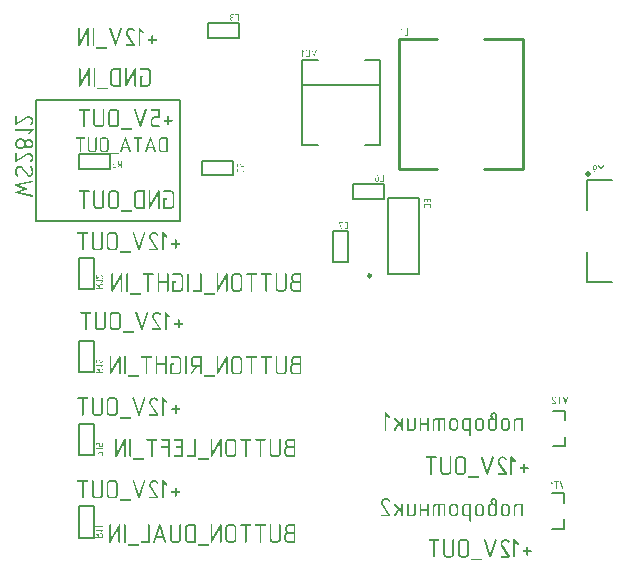
<source format=gbo>
G04*
G04 #@! TF.GenerationSoftware,Altium Limited,Altium Designer,20.1.7 (139)*
G04*
G04 Layer_Color=16776960*
%FSLAX44Y44*%
%MOMM*%
G71*
G04*
G04 #@! TF.SameCoordinates,4F6880EA-275B-44BA-AE73-E750D04965C1*
G04*
G04*
G04 #@! TF.FilePolarity,Positive*
G04*
G01*
G75*
%ADD10C,0.2000*%
%ADD12C,0.2500*%
%ADD13C,0.2540*%
%ADD14C,0.5000*%
G36*
X423295Y35479D02*
X423596Y35433D01*
X423712Y35387D01*
X423804Y35364D01*
X423851Y35340D01*
X423874D01*
X424198Y35225D01*
X424498Y35086D01*
X424614Y35040D01*
X424707Y34993D01*
X424753Y34970D01*
X424776Y34947D01*
X425100Y34739D01*
X425401Y34507D01*
X425632Y34276D01*
X425841Y34068D01*
X426026Y33883D01*
X426141Y33721D01*
X426211Y33628D01*
X426234Y33582D01*
X426303Y33397D01*
X426350Y33258D01*
X426373Y33165D01*
Y33142D01*
X426350Y33026D01*
X426326Y32911D01*
X426234Y32749D01*
X426165Y32633D01*
X426118Y32587D01*
X425933Y32471D01*
X425748Y32402D01*
X425609Y32379D01*
X425563D01*
X425216Y32448D01*
X425077Y32541D01*
X424984Y32633D01*
X424938Y32703D01*
X424915Y32726D01*
X424637Y33096D01*
X424475Y33258D01*
X424337Y33397D01*
X424198Y33489D01*
X424105Y33559D01*
X424036Y33605D01*
X424013Y33628D01*
X423804Y33744D01*
X423596Y33813D01*
X423411Y33883D01*
X423226Y33906D01*
X423087Y33929D01*
X422971Y33952D01*
X422879D01*
X422462Y33929D01*
X422277Y33883D01*
X422138Y33860D01*
X422000Y33813D01*
X421907Y33767D01*
X421838Y33744D01*
X421814D01*
X421467Y33559D01*
X421213Y33397D01*
X421097Y33304D01*
X421028Y33258D01*
X420981Y33212D01*
X420958Y33189D01*
X420704Y32911D01*
X420495Y32610D01*
X420357Y32309D01*
X420264Y32055D01*
X420218Y31800D01*
X420171Y31615D01*
Y31499D01*
Y31476D01*
Y31453D01*
X420195Y31245D01*
X420218Y31037D01*
X420264Y30828D01*
X420310Y30666D01*
X420380Y30504D01*
X420426Y30389D01*
X420449Y30296D01*
X420472Y30273D01*
X426234Y21087D01*
X426350Y20855D01*
X426396Y20670D01*
X426419Y20554D01*
Y20508D01*
X426373Y20300D01*
X426280Y20138D01*
X426141Y20045D01*
X425979Y19953D01*
X425841Y19907D01*
X425702Y19883D01*
X419315D01*
X419176Y19907D01*
X419061Y19930D01*
X418899Y20022D01*
X418783Y20092D01*
X418760Y20138D01*
X418644Y20323D01*
X418575Y20485D01*
X418552Y20601D01*
Y20647D01*
X418598Y20855D01*
X418667Y21017D01*
X418737Y21133D01*
X418783Y21179D01*
X418876Y21272D01*
X418945Y21318D01*
X419130Y21411D01*
X419269Y21434D01*
X424175D01*
X419130Y29463D01*
X418968Y29833D01*
X418829Y30180D01*
X418737Y30504D01*
X418690Y30782D01*
X418644Y31037D01*
X418621Y31222D01*
Y31337D01*
Y31384D01*
X418644Y31684D01*
X418667Y31985D01*
X418829Y32541D01*
X419015Y33050D01*
X419246Y33466D01*
X419500Y33813D01*
X419593Y33952D01*
X419686Y34068D01*
X419778Y34160D01*
X419847Y34230D01*
X419871Y34253D01*
X419894Y34276D01*
X420148Y34484D01*
X420403Y34693D01*
X420657Y34855D01*
X420912Y34993D01*
X421444Y35202D01*
X421930Y35340D01*
X422347Y35433D01*
X422532Y35456D01*
X422694Y35479D01*
X422809Y35502D01*
X422994D01*
X423295Y35479D01*
D02*
G37*
G36*
X430214Y35595D02*
X430330Y35572D01*
X430422Y35549D01*
X430445Y35526D01*
X430561Y35456D01*
X430677Y35364D01*
X430746Y35294D01*
X430769Y35271D01*
X433893Y32124D01*
X434032Y31939D01*
X434101Y31754D01*
X434124Y31638D01*
Y31615D01*
Y31592D01*
X434101Y31476D01*
X434078Y31384D01*
X433986Y31198D01*
X433916Y31083D01*
X433870Y31060D01*
Y31037D01*
X433685Y30898D01*
X433500Y30828D01*
X433384Y30805D01*
X433338D01*
X433130Y30851D01*
X432944Y30921D01*
X432829Y30990D01*
X432782Y31037D01*
X430978Y32841D01*
Y20647D01*
X430931Y20392D01*
X430862Y20207D01*
X430792Y20115D01*
X430746Y20069D01*
X430561Y19953D01*
X430399Y19907D01*
X430260Y19883D01*
X430214D01*
X429983Y19907D01*
X429797Y19976D01*
X429705Y20045D01*
X429659Y20069D01*
X429520Y20254D01*
X429450Y20439D01*
X429427Y20577D01*
Y20624D01*
Y20647D01*
Y34716D01*
X429450Y34993D01*
X429520Y35202D01*
X429612Y35340D01*
X429636Y35387D01*
X429821Y35526D01*
X429959Y35595D01*
X430052Y35618D01*
X430075D01*
X430214Y35595D01*
D02*
G37*
G36*
X414849Y35456D02*
X415011Y35387D01*
X415127Y35294D01*
X415173Y35271D01*
Y35248D01*
X415312Y35063D01*
X415382Y34901D01*
X415405Y34785D01*
Y34762D01*
Y34739D01*
X415359Y34461D01*
X410684Y20554D01*
X410569Y20323D01*
X410453Y20161D01*
X410337Y20045D01*
X410198Y19976D01*
X410106Y19930D01*
X410013Y19883D01*
X409944D01*
X409736Y19953D01*
X409597Y19999D01*
X409504Y20045D01*
X409481Y20069D01*
X409365Y20230D01*
X409273Y20392D01*
X409226Y20508D01*
X409203Y20531D01*
Y20554D01*
X404529Y34461D01*
X404483Y34739D01*
X404529Y34970D01*
X404599Y35132D01*
X404668Y35248D01*
X404714Y35294D01*
X404899Y35410D01*
X405085Y35479D01*
X405223Y35502D01*
X405270D01*
X405432Y35479D01*
X405570Y35433D01*
X405663Y35364D01*
X405709Y35340D01*
X405825Y35202D01*
X405918Y35086D01*
X405964Y34993D01*
X405987Y34947D01*
X409944Y23262D01*
X413877Y34970D01*
X413993Y35178D01*
X414109Y35340D01*
X414178Y35410D01*
X414202Y35433D01*
X414410Y35502D01*
X414734D01*
X414849Y35456D01*
D02*
G37*
G36*
X441321Y29232D02*
X441483Y29162D01*
X441599Y29070D01*
X441645Y29047D01*
X441784Y28838D01*
X441853Y28653D01*
X441876Y28514D01*
Y28491D01*
Y28468D01*
Y26131D01*
X444375D01*
X444491Y26085D01*
X444653Y26015D01*
X444769Y25923D01*
X444815Y25900D01*
Y25877D01*
X444931Y25691D01*
X444977Y25506D01*
X445000Y25391D01*
Y25367D01*
Y25344D01*
X444977Y25113D01*
X444907Y24951D01*
X444838Y24835D01*
X444815Y24789D01*
X444630Y24673D01*
X444445Y24604D01*
X444283Y24581D01*
X441876D01*
Y22220D01*
X441830Y21966D01*
X441760Y21781D01*
X441691Y21665D01*
X441645Y21619D01*
X441460Y21503D01*
X441298Y21457D01*
X441159Y21434D01*
X441113D01*
X440881Y21457D01*
X440696Y21526D01*
X440603Y21596D01*
X440557Y21619D01*
X440418Y21804D01*
X440349Y21989D01*
X440326Y22082D01*
Y22151D01*
Y22197D01*
Y22220D01*
Y24581D01*
X437989D01*
X437850Y24604D01*
X437734Y24627D01*
X437549Y24720D01*
X437433Y24789D01*
X437410Y24835D01*
X437295Y25020D01*
X437225Y25182D01*
X437202Y25298D01*
Y25344D01*
X437225Y25552D01*
X437295Y25714D01*
X437387Y25830D01*
X437410Y25877D01*
X437503Y25969D01*
X437595Y26015D01*
X437780Y26108D01*
X437919Y26131D01*
X440326D01*
Y28468D01*
Y28607D01*
X440372Y28723D01*
X440442Y28908D01*
X440534Y29023D01*
X440557Y29047D01*
X440580D01*
X440765Y29162D01*
X440951Y29232D01*
X441066Y29255D01*
X441113D01*
X441321Y29232D01*
D02*
G37*
G36*
X378937Y35479D02*
X379099Y35410D01*
X379215Y35317D01*
X379261Y35294D01*
X379400Y35086D01*
X379469Y34901D01*
X379492Y34762D01*
Y34739D01*
Y34716D01*
Y23007D01*
X379446Y22544D01*
X379353Y22105D01*
X379192Y21734D01*
X379030Y21411D01*
X378868Y21133D01*
X378706Y20948D01*
X378613Y20832D01*
X378567Y20786D01*
X378197Y20485D01*
X377826Y20254D01*
X377456Y20115D01*
X377109Y19999D01*
X376808Y19930D01*
X376577Y19907D01*
X376484Y19883D01*
X373245D01*
X372782Y19930D01*
X372365Y20022D01*
X371995Y20161D01*
X371671Y20346D01*
X371417Y20508D01*
X371208Y20647D01*
X371093Y20740D01*
X371046Y20786D01*
X370746Y21156D01*
X370514Y21526D01*
X370352Y21897D01*
X370237Y22243D01*
X370167Y22544D01*
X370144Y22799D01*
X370121Y22891D01*
Y22961D01*
Y22984D01*
Y23007D01*
Y34716D01*
Y34855D01*
X370167Y34970D01*
X370237Y35155D01*
X370329Y35271D01*
X370352Y35294D01*
X370376D01*
X370561Y35410D01*
X370723Y35479D01*
X370861Y35502D01*
X370908D01*
X371116Y35479D01*
X371278Y35410D01*
X371394Y35317D01*
X371440Y35294D01*
X371579Y35086D01*
X371648Y34901D01*
X371671Y34762D01*
Y34739D01*
Y34716D01*
Y22984D01*
X371694Y22729D01*
X371741Y22521D01*
X371810Y22313D01*
X371903Y22151D01*
X371995Y22035D01*
X372065Y21920D01*
X372111Y21873D01*
X372134Y21850D01*
X372319Y21711D01*
X372504Y21619D01*
X372689Y21526D01*
X372851Y21480D01*
X373013Y21457D01*
X373129Y21434D01*
X376392D01*
X376600Y21457D01*
X376785Y21480D01*
X376947Y21503D01*
X376970Y21526D01*
X376993D01*
X377178Y21642D01*
X377340Y21758D01*
X377456Y21850D01*
X377502Y21873D01*
X377641Y22058D01*
X377757Y22244D01*
X377826Y22429D01*
X377896Y22614D01*
X377919Y22753D01*
X377942Y22868D01*
Y22961D01*
Y22984D01*
Y34716D01*
Y34855D01*
X377988Y34970D01*
X378058Y35155D01*
X378150Y35271D01*
X378173Y35294D01*
X378197D01*
X378382Y35410D01*
X378544Y35479D01*
X378683Y35502D01*
X378729D01*
X378937Y35479D01*
D02*
G37*
G36*
X389327Y35456D02*
X389766Y35364D01*
X390136Y35202D01*
X390461Y35040D01*
X390738Y34878D01*
X390923Y34716D01*
X391039Y34623D01*
X391085Y34577D01*
X391386Y34230D01*
X391617Y33860D01*
X391756Y33489D01*
X391872Y33142D01*
X391941Y32841D01*
X391964Y32587D01*
X391988Y32494D01*
Y32448D01*
Y32402D01*
Y32379D01*
Y23007D01*
X391941Y22544D01*
X391849Y22105D01*
X391687Y21734D01*
X391525Y21411D01*
X391363Y21133D01*
X391201Y20948D01*
X391108Y20832D01*
X391062Y20786D01*
X390692Y20485D01*
X390322Y20254D01*
X389951Y20115D01*
X389604Y19999D01*
X389304Y19930D01*
X389072Y19907D01*
X388979Y19883D01*
X385740D01*
X385277Y19930D01*
X384861Y20022D01*
X384491Y20161D01*
X384166Y20346D01*
X383912Y20508D01*
X383704Y20647D01*
X383588Y20740D01*
X383542Y20786D01*
X383241Y21156D01*
X383010Y21526D01*
X382848Y21897D01*
X382732Y22244D01*
X382663Y22544D01*
X382639Y22799D01*
X382616Y22891D01*
Y22961D01*
Y22984D01*
Y23007D01*
Y32379D01*
X382663Y32841D01*
X382755Y33258D01*
X382917Y33628D01*
X383079Y33952D01*
X383241Y34207D01*
X383403Y34415D01*
X383495Y34531D01*
X383542Y34577D01*
X383889Y34878D01*
X384259Y35109D01*
X384629Y35271D01*
X384976Y35387D01*
X385277Y35456D01*
X385532Y35479D01*
X385624Y35502D01*
X388864D01*
X389327Y35456D01*
D02*
G37*
G36*
X366488Y35456D02*
X366673Y35364D01*
X366766Y35271D01*
X366812Y35248D01*
Y35225D01*
X366928Y35040D01*
X366974Y34878D01*
X366997Y34762D01*
Y34739D01*
Y34716D01*
X366974Y34507D01*
X366904Y34322D01*
X366835Y34207D01*
X366812Y34183D01*
Y34160D01*
X366627Y34045D01*
X366442Y33975D01*
X366280Y33952D01*
X363087D01*
Y20647D01*
X363040Y20392D01*
X362971Y20207D01*
X362901Y20115D01*
X362855Y20068D01*
X362670Y19953D01*
X362508Y19907D01*
X362369Y19883D01*
X362323D01*
X362092Y19907D01*
X361906Y19976D01*
X361814Y20045D01*
X361768Y20068D01*
X361629Y20254D01*
X361559Y20439D01*
X361536Y20577D01*
Y20624D01*
Y20647D01*
Y33952D01*
X358412D01*
X358274Y33975D01*
X358158Y33998D01*
X357973Y34091D01*
X357857Y34160D01*
X357834Y34207D01*
X357718Y34392D01*
X357649Y34554D01*
X357626Y34669D01*
Y34716D01*
X357672Y34924D01*
X357741Y35086D01*
X357811Y35202D01*
X357857Y35248D01*
X357950Y35340D01*
X358042Y35387D01*
X358227Y35479D01*
X358366Y35502D01*
X366372D01*
X366488Y35456D01*
D02*
G37*
G36*
X402910Y17500D02*
X393561D01*
Y19050D01*
X402910D01*
Y17500D01*
D02*
G37*
G36*
X420795Y105479D02*
X421096Y105433D01*
X421212Y105387D01*
X421304Y105364D01*
X421351Y105340D01*
X421374D01*
X421698Y105225D01*
X421998Y105086D01*
X422114Y105040D01*
X422207Y104993D01*
X422253Y104970D01*
X422276Y104947D01*
X422600Y104739D01*
X422901Y104508D01*
X423132Y104276D01*
X423341Y104068D01*
X423526Y103883D01*
X423641Y103721D01*
X423711Y103628D01*
X423734Y103582D01*
X423803Y103397D01*
X423850Y103258D01*
X423873Y103165D01*
Y103142D01*
X423850Y103027D01*
X423826Y102911D01*
X423734Y102749D01*
X423665Y102633D01*
X423618Y102587D01*
X423433Y102471D01*
X423248Y102402D01*
X423109Y102379D01*
X423063D01*
X422716Y102448D01*
X422577Y102541D01*
X422484Y102633D01*
X422438Y102703D01*
X422415Y102726D01*
X422137Y103096D01*
X421975Y103258D01*
X421837Y103397D01*
X421698Y103489D01*
X421605Y103559D01*
X421536Y103605D01*
X421513Y103628D01*
X421304Y103744D01*
X421096Y103813D01*
X420911Y103883D01*
X420726Y103906D01*
X420587Y103929D01*
X420471Y103952D01*
X420379D01*
X419962Y103929D01*
X419777Y103883D01*
X419638Y103860D01*
X419500Y103813D01*
X419407Y103767D01*
X419338Y103744D01*
X419314D01*
X418967Y103559D01*
X418713Y103397D01*
X418597Y103304D01*
X418528Y103258D01*
X418481Y103212D01*
X418458Y103188D01*
X418204Y102911D01*
X417995Y102610D01*
X417857Y102309D01*
X417764Y102055D01*
X417718Y101800D01*
X417672Y101615D01*
Y101499D01*
Y101476D01*
Y101453D01*
X417695Y101245D01*
X417718Y101037D01*
X417764Y100828D01*
X417810Y100666D01*
X417880Y100504D01*
X417926Y100389D01*
X417949Y100296D01*
X417972Y100273D01*
X423734Y91087D01*
X423850Y90855D01*
X423896Y90670D01*
X423919Y90554D01*
Y90508D01*
X423873Y90300D01*
X423780Y90138D01*
X423641Y90045D01*
X423479Y89953D01*
X423341Y89907D01*
X423202Y89883D01*
X416815D01*
X416676Y89907D01*
X416561Y89930D01*
X416399Y90022D01*
X416283Y90092D01*
X416260Y90138D01*
X416144Y90323D01*
X416075Y90485D01*
X416052Y90601D01*
Y90647D01*
X416098Y90855D01*
X416167Y91017D01*
X416237Y91133D01*
X416283Y91179D01*
X416376Y91272D01*
X416445Y91318D01*
X416630Y91411D01*
X416769Y91434D01*
X421675D01*
X416630Y99463D01*
X416468Y99833D01*
X416329Y100180D01*
X416237Y100504D01*
X416190Y100782D01*
X416144Y101037D01*
X416121Y101222D01*
Y101337D01*
Y101384D01*
X416144Y101685D01*
X416167Y101985D01*
X416329Y102541D01*
X416515Y103050D01*
X416746Y103466D01*
X417000Y103813D01*
X417093Y103952D01*
X417186Y104068D01*
X417278Y104160D01*
X417347Y104230D01*
X417371Y104253D01*
X417394Y104276D01*
X417648Y104484D01*
X417903Y104693D01*
X418157Y104855D01*
X418412Y104993D01*
X418944Y105202D01*
X419430Y105340D01*
X419847Y105433D01*
X420032Y105456D01*
X420194Y105479D01*
X420309Y105503D01*
X420494D01*
X420795Y105479D01*
D02*
G37*
G36*
X427714Y105595D02*
X427830Y105572D01*
X427922Y105549D01*
X427945Y105526D01*
X428061Y105456D01*
X428177Y105364D01*
X428246Y105294D01*
X428269Y105271D01*
X431393Y102124D01*
X431532Y101939D01*
X431601Y101754D01*
X431624Y101638D01*
Y101615D01*
Y101592D01*
X431601Y101476D01*
X431578Y101384D01*
X431486Y101199D01*
X431416Y101083D01*
X431370Y101060D01*
Y101037D01*
X431185Y100898D01*
X431000Y100828D01*
X430884Y100805D01*
X430838D01*
X430630Y100851D01*
X430444Y100921D01*
X430329Y100990D01*
X430282Y101037D01*
X428478Y102841D01*
Y90647D01*
X428431Y90392D01*
X428362Y90207D01*
X428292Y90115D01*
X428246Y90069D01*
X428061Y89953D01*
X427899Y89907D01*
X427760Y89883D01*
X427714D01*
X427483Y89907D01*
X427297Y89976D01*
X427205Y90045D01*
X427159Y90069D01*
X427020Y90254D01*
X426950Y90439D01*
X426927Y90577D01*
Y90624D01*
Y90647D01*
Y104716D01*
X426950Y104993D01*
X427020Y105202D01*
X427112Y105340D01*
X427136Y105387D01*
X427321Y105526D01*
X427459Y105595D01*
X427552Y105618D01*
X427575D01*
X427714Y105595D01*
D02*
G37*
G36*
X412349Y105456D02*
X412511Y105387D01*
X412627Y105294D01*
X412673Y105271D01*
Y105248D01*
X412812Y105063D01*
X412882Y104901D01*
X412905Y104785D01*
Y104762D01*
Y104739D01*
X412859Y104461D01*
X408184Y90554D01*
X408069Y90323D01*
X407953Y90161D01*
X407837Y90045D01*
X407698Y89976D01*
X407606Y89930D01*
X407513Y89883D01*
X407444D01*
X407236Y89953D01*
X407097Y89999D01*
X407004Y90045D01*
X406981Y90069D01*
X406865Y90231D01*
X406773Y90392D01*
X406726Y90508D01*
X406703Y90531D01*
Y90554D01*
X402029Y104461D01*
X401983Y104739D01*
X402029Y104970D01*
X402099Y105132D01*
X402168Y105248D01*
X402214Y105294D01*
X402399Y105410D01*
X402585Y105479D01*
X402723Y105503D01*
X402770D01*
X402932Y105479D01*
X403070Y105433D01*
X403163Y105364D01*
X403209Y105340D01*
X403325Y105202D01*
X403418Y105086D01*
X403464Y104993D01*
X403487Y104947D01*
X407444Y93262D01*
X411377Y104970D01*
X411493Y105178D01*
X411609Y105340D01*
X411678Y105410D01*
X411702Y105433D01*
X411910Y105503D01*
X412234D01*
X412349Y105456D01*
D02*
G37*
G36*
X438821Y99232D02*
X438983Y99162D01*
X439099Y99070D01*
X439145Y99047D01*
X439284Y98838D01*
X439353Y98653D01*
X439376Y98514D01*
Y98491D01*
Y98468D01*
Y96131D01*
X441875D01*
X441991Y96085D01*
X442153Y96015D01*
X442269Y95923D01*
X442315Y95900D01*
Y95877D01*
X442431Y95691D01*
X442477Y95506D01*
X442500Y95391D01*
Y95367D01*
Y95344D01*
X442477Y95113D01*
X442407Y94951D01*
X442338Y94835D01*
X442315Y94789D01*
X442130Y94673D01*
X441945Y94604D01*
X441783Y94581D01*
X439376D01*
Y92220D01*
X439330Y91966D01*
X439260Y91781D01*
X439191Y91665D01*
X439145Y91619D01*
X438960Y91503D01*
X438798Y91457D01*
X438659Y91434D01*
X438613D01*
X438381Y91457D01*
X438196Y91526D01*
X438103Y91596D01*
X438057Y91619D01*
X437918Y91804D01*
X437849Y91989D01*
X437826Y92082D01*
Y92151D01*
Y92197D01*
Y92220D01*
Y94581D01*
X435489D01*
X435350Y94604D01*
X435234Y94627D01*
X435049Y94719D01*
X434933Y94789D01*
X434910Y94835D01*
X434795Y95020D01*
X434725Y95182D01*
X434702Y95298D01*
Y95344D01*
X434725Y95553D01*
X434795Y95715D01*
X434887Y95830D01*
X434910Y95877D01*
X435003Y95969D01*
X435095Y96015D01*
X435280Y96108D01*
X435419Y96131D01*
X437826D01*
Y98468D01*
Y98607D01*
X437872Y98723D01*
X437942Y98908D01*
X438034Y99023D01*
X438057Y99047D01*
X438080D01*
X438265Y99162D01*
X438451Y99232D01*
X438566Y99255D01*
X438613D01*
X438821Y99232D01*
D02*
G37*
G36*
X376437Y105479D02*
X376599Y105410D01*
X376715Y105317D01*
X376761Y105294D01*
X376900Y105086D01*
X376969Y104901D01*
X376992Y104762D01*
Y104739D01*
Y104716D01*
Y93007D01*
X376946Y92544D01*
X376854Y92105D01*
X376692Y91735D01*
X376530Y91411D01*
X376368Y91133D01*
X376206Y90948D01*
X376113Y90832D01*
X376067Y90786D01*
X375697Y90485D01*
X375326Y90254D01*
X374956Y90115D01*
X374609Y89999D01*
X374308Y89930D01*
X374077Y89907D01*
X373984Y89883D01*
X370745D01*
X370282Y89930D01*
X369865Y90022D01*
X369495Y90161D01*
X369171Y90346D01*
X368917Y90508D01*
X368708Y90647D01*
X368593Y90739D01*
X368546Y90786D01*
X368246Y91156D01*
X368014Y91526D01*
X367852Y91896D01*
X367737Y92244D01*
X367667Y92544D01*
X367644Y92799D01*
X367621Y92892D01*
Y92961D01*
Y92984D01*
Y93007D01*
Y104716D01*
Y104854D01*
X367667Y104970D01*
X367737Y105155D01*
X367829Y105271D01*
X367852Y105294D01*
X367876D01*
X368061Y105410D01*
X368223Y105479D01*
X368361Y105502D01*
X368408D01*
X368616Y105479D01*
X368778Y105410D01*
X368894Y105317D01*
X368940Y105294D01*
X369079Y105086D01*
X369148Y104901D01*
X369171Y104762D01*
Y104739D01*
Y104716D01*
Y92984D01*
X369194Y92730D01*
X369241Y92521D01*
X369310Y92313D01*
X369403Y92151D01*
X369495Y92035D01*
X369565Y91920D01*
X369611Y91873D01*
X369634Y91850D01*
X369819Y91711D01*
X370004Y91619D01*
X370189Y91526D01*
X370351Y91480D01*
X370513Y91457D01*
X370629Y91434D01*
X373892D01*
X374100Y91457D01*
X374285Y91480D01*
X374447Y91503D01*
X374470Y91526D01*
X374493D01*
X374678Y91642D01*
X374840Y91758D01*
X374956Y91850D01*
X375002Y91873D01*
X375141Y92058D01*
X375257Y92244D01*
X375326Y92429D01*
X375396Y92614D01*
X375419Y92753D01*
X375442Y92868D01*
Y92961D01*
Y92984D01*
Y104716D01*
Y104855D01*
X375488Y104970D01*
X375558Y105155D01*
X375650Y105271D01*
X375673Y105294D01*
X375697D01*
X375882Y105410D01*
X376044Y105479D01*
X376183Y105503D01*
X376229D01*
X376437Y105479D01*
D02*
G37*
G36*
X386827Y105456D02*
X387266Y105364D01*
X387636Y105202D01*
X387961Y105040D01*
X388238Y104878D01*
X388423Y104716D01*
X388539Y104623D01*
X388585Y104577D01*
X388886Y104230D01*
X389117Y103860D01*
X389256Y103489D01*
X389372Y103142D01*
X389441Y102841D01*
X389464Y102587D01*
X389488Y102494D01*
Y102448D01*
Y102402D01*
Y102379D01*
Y93007D01*
X389441Y92544D01*
X389349Y92105D01*
X389187Y91735D01*
X389025Y91411D01*
X388863Y91133D01*
X388701Y90948D01*
X388608Y90832D01*
X388562Y90786D01*
X388192Y90485D01*
X387822Y90254D01*
X387451Y90115D01*
X387104Y89999D01*
X386804Y89930D01*
X386572Y89907D01*
X386479Y89883D01*
X383240D01*
X382777Y89930D01*
X382361Y90022D01*
X381991Y90161D01*
X381666Y90346D01*
X381412Y90508D01*
X381204Y90647D01*
X381088Y90739D01*
X381042Y90786D01*
X380741Y91156D01*
X380510Y91526D01*
X380348Y91896D01*
X380232Y92244D01*
X380163Y92544D01*
X380139Y92799D01*
X380116Y92892D01*
Y92961D01*
Y92984D01*
Y93007D01*
Y102379D01*
X380163Y102841D01*
X380255Y103258D01*
X380417Y103628D01*
X380579Y103952D01*
X380741Y104207D01*
X380903Y104415D01*
X380995Y104531D01*
X381042Y104577D01*
X381389Y104878D01*
X381759Y105109D01*
X382129Y105271D01*
X382476Y105387D01*
X382777Y105456D01*
X383032Y105479D01*
X383124Y105503D01*
X386364D01*
X386827Y105456D01*
D02*
G37*
G36*
X363988Y105456D02*
X364173Y105364D01*
X364266Y105271D01*
X364312Y105248D01*
Y105225D01*
X364428Y105040D01*
X364474Y104878D01*
X364497Y104762D01*
Y104739D01*
Y104716D01*
X364474Y104507D01*
X364405Y104322D01*
X364335Y104207D01*
X364312Y104184D01*
Y104160D01*
X364127Y104045D01*
X363942Y103975D01*
X363780Y103952D01*
X360587D01*
Y90647D01*
X360540Y90392D01*
X360471Y90207D01*
X360401Y90115D01*
X360355Y90069D01*
X360170Y89953D01*
X360008Y89907D01*
X359869Y89883D01*
X359823D01*
X359592Y89907D01*
X359406Y89976D01*
X359314Y90045D01*
X359268Y90069D01*
X359129Y90254D01*
X359059Y90439D01*
X359036Y90577D01*
Y90624D01*
Y90647D01*
Y103952D01*
X355912D01*
X355774Y103975D01*
X355658Y103998D01*
X355473Y104091D01*
X355357Y104160D01*
X355334Y104207D01*
X355218Y104392D01*
X355149Y104554D01*
X355126Y104669D01*
Y104716D01*
X355172Y104924D01*
X355241Y105086D01*
X355311Y105202D01*
X355357Y105248D01*
X355450Y105340D01*
X355542Y105387D01*
X355727Y105479D01*
X355866Y105502D01*
X363872D01*
X363988Y105456D01*
D02*
G37*
G36*
X400410Y87500D02*
X391061D01*
Y89050D01*
X400410D01*
Y87500D01*
D02*
G37*
G36*
X322127Y70270D02*
X322428Y70224D01*
X322543Y70177D01*
X322636Y70154D01*
X322682Y70131D01*
X322705D01*
X323029Y70016D01*
X323330Y69877D01*
X323446Y69830D01*
X323539Y69784D01*
X323585Y69761D01*
X323608Y69738D01*
X323932Y69530D01*
X324233Y69298D01*
X324464Y69067D01*
X324672Y68859D01*
X324857Y68674D01*
X324973Y68512D01*
X325042Y68419D01*
X325066Y68373D01*
X325135Y68187D01*
X325181Y68049D01*
X325205Y67956D01*
Y67933D01*
X325181Y67817D01*
X325158Y67702D01*
X325066Y67540D01*
X324996Y67424D01*
X324950Y67378D01*
X324765Y67262D01*
X324580Y67193D01*
X324441Y67169D01*
X324395D01*
X324048Y67239D01*
X323909Y67331D01*
X323816Y67424D01*
X323770Y67493D01*
X323747Y67516D01*
X323469Y67887D01*
X323307Y68049D01*
X323168Y68187D01*
X323029Y68280D01*
X322937Y68349D01*
X322867Y68396D01*
X322844Y68419D01*
X322636Y68535D01*
X322428Y68604D01*
X322243Y68674D01*
X322057Y68697D01*
X321919Y68720D01*
X321803Y68743D01*
X321711D01*
X321294Y68720D01*
X321109Y68674D01*
X320970Y68650D01*
X320831Y68604D01*
X320739Y68558D01*
X320669Y68535D01*
X320646D01*
X320299Y68349D01*
X320044Y68187D01*
X319929Y68095D01*
X319859Y68049D01*
X319813Y68002D01*
X319790Y67979D01*
X319535Y67702D01*
X319327Y67401D01*
X319188Y67100D01*
X319096Y66845D01*
X319049Y66591D01*
X319003Y66406D01*
Y66290D01*
Y66267D01*
Y66244D01*
X319026Y66036D01*
X319049Y65827D01*
X319096Y65619D01*
X319142Y65457D01*
X319211Y65295D01*
X319258Y65179D01*
X319281Y65087D01*
X319304Y65064D01*
X325066Y55877D01*
X325181Y55646D01*
X325228Y55461D01*
X325251Y55345D01*
Y55299D01*
X325205Y55091D01*
X325112Y54929D01*
X324973Y54836D01*
X324811Y54744D01*
X324672Y54697D01*
X324534Y54674D01*
X318147D01*
X318008Y54697D01*
X317892Y54720D01*
X317731Y54813D01*
X317615Y54882D01*
X317592Y54929D01*
X317476Y55114D01*
X317407Y55276D01*
X317383Y55392D01*
Y55438D01*
X317430Y55646D01*
X317499Y55808D01*
X317568Y55924D01*
X317615Y55970D01*
X317707Y56062D01*
X317777Y56109D01*
X317962Y56201D01*
X318101Y56224D01*
X323006D01*
X317962Y64254D01*
X317800Y64624D01*
X317661Y64971D01*
X317568Y65295D01*
X317522Y65573D01*
X317476Y65827D01*
X317453Y66012D01*
Y66128D01*
Y66174D01*
X317476Y66475D01*
X317499Y66776D01*
X317661Y67331D01*
X317846Y67840D01*
X318078Y68257D01*
X318332Y68604D01*
X318425Y68743D01*
X318517Y68859D01*
X318610Y68951D01*
X318679Y69021D01*
X318702Y69044D01*
X318725Y69067D01*
X318980Y69275D01*
X319235Y69483D01*
X319489Y69645D01*
X319744Y69784D01*
X320276Y69992D01*
X320762Y70131D01*
X321178Y70224D01*
X321363Y70247D01*
X321525Y70270D01*
X321641Y70293D01*
X321826D01*
X322127Y70270D01*
D02*
G37*
G36*
X357368Y65573D02*
X357530Y65503D01*
X357646Y65411D01*
X357692Y65388D01*
X357831Y65179D01*
X357901Y64994D01*
X357924Y64855D01*
Y64832D01*
Y64809D01*
Y55438D01*
X357877Y55183D01*
X357808Y54998D01*
X357738Y54906D01*
X357692Y54859D01*
X357507Y54744D01*
X357345Y54697D01*
X357206Y54674D01*
X357160D01*
X356929Y54697D01*
X356744Y54767D01*
X356651Y54836D01*
X356605Y54859D01*
X356466Y55044D01*
X356396Y55230D01*
X356373Y55368D01*
Y55415D01*
Y55438D01*
Y59371D01*
X351676D01*
Y55438D01*
X351630Y55183D01*
X351560Y54998D01*
X351491Y54906D01*
X351445Y54859D01*
X351259Y54744D01*
X351097Y54697D01*
X350959Y54674D01*
X350912D01*
X350681Y54697D01*
X350496Y54767D01*
X350403Y54836D01*
X350357Y54859D01*
X350218Y55044D01*
X350149Y55230D01*
X350126Y55368D01*
Y55415D01*
Y55438D01*
Y64809D01*
Y64948D01*
X350172Y65064D01*
X350241Y65249D01*
X350334Y65364D01*
X350357Y65388D01*
X350380D01*
X350565Y65503D01*
X350727Y65573D01*
X350866Y65596D01*
X350912D01*
X351121Y65573D01*
X351283Y65503D01*
X351398Y65411D01*
X351445Y65388D01*
X351583Y65179D01*
X351653Y64994D01*
X351676Y64855D01*
Y64832D01*
Y64809D01*
Y60922D01*
X356373D01*
Y64809D01*
Y64948D01*
X356420Y65064D01*
X356489Y65249D01*
X356581Y65364D01*
X356605Y65388D01*
X356628D01*
X356813Y65503D01*
X356975Y65573D01*
X357114Y65596D01*
X357160D01*
X357368Y65573D01*
D02*
G37*
G36*
X346446D02*
X346609Y65503D01*
X346724Y65411D01*
X346770Y65388D01*
X346909Y65179D01*
X346979Y64994D01*
X347002Y64855D01*
Y64832D01*
Y64809D01*
Y57775D01*
X346955Y57312D01*
X346863Y56895D01*
X346701Y56502D01*
X346539Y56201D01*
X346377Y55924D01*
X346215Y55739D01*
X346123Y55623D01*
X346076Y55577D01*
X345706Y55276D01*
X345336Y55044D01*
X344989Y54906D01*
X344642Y54790D01*
X344341Y54720D01*
X344109Y54697D01*
X344017Y54674D01*
X339991D01*
X339736Y54697D01*
X339528Y54790D01*
X339389Y54906D01*
X339296Y55068D01*
X339250Y55206D01*
X339204Y55322D01*
Y55415D01*
Y55438D01*
Y64809D01*
Y64948D01*
X339250Y65064D01*
X339319Y65249D01*
X339412Y65364D01*
X339435Y65388D01*
X339458D01*
X339644Y65503D01*
X339805Y65573D01*
X339944Y65596D01*
X339991D01*
X340199Y65573D01*
X340361Y65503D01*
X340476Y65411D01*
X340523Y65388D01*
X340662Y65179D01*
X340731Y64994D01*
X340754Y64855D01*
Y64832D01*
Y64809D01*
Y56224D01*
X343901D01*
X344109Y56248D01*
X344295Y56271D01*
X344456Y56294D01*
X344480Y56317D01*
X344503D01*
X344688Y56433D01*
X344850Y56548D01*
X344966Y56641D01*
X345012Y56664D01*
X345151Y56849D01*
X345266Y57034D01*
X345336Y57220D01*
X345405Y57405D01*
X345428Y57543D01*
X345452Y57659D01*
Y57752D01*
Y57775D01*
Y64809D01*
Y64948D01*
X345498Y65064D01*
X345567Y65249D01*
X345660Y65364D01*
X345683Y65388D01*
X345706D01*
X345891Y65503D01*
X346053Y65573D01*
X346192Y65596D01*
X346238D01*
X346446Y65573D01*
D02*
G37*
G36*
X436991Y65573D02*
X437176Y65480D01*
X437315Y65341D01*
X437407Y65203D01*
X437454Y65064D01*
X437477Y64925D01*
X437500Y64832D01*
Y64809D01*
Y55438D01*
X437454Y55183D01*
X437384Y54998D01*
X437315Y54906D01*
X437269Y54859D01*
X437084Y54744D01*
X436922Y54697D01*
X436783Y54674D01*
X436736D01*
X436505Y54697D01*
X436320Y54767D01*
X436227Y54836D01*
X436181Y54859D01*
X436042Y55044D01*
X435973Y55230D01*
X435950Y55368D01*
Y55415D01*
Y55438D01*
Y64046D01*
X432826D01*
X432594Y64022D01*
X432363Y63976D01*
X432178Y63907D01*
X432016Y63814D01*
X431900Y63722D01*
X431785Y63652D01*
X431738Y63606D01*
X431715Y63583D01*
X431553Y63398D01*
X431437Y63213D01*
X431368Y63028D01*
X431299Y62866D01*
X431275Y62703D01*
X431252Y62588D01*
Y62495D01*
Y62472D01*
Y55438D01*
X431206Y55183D01*
X431137Y54998D01*
X431067Y54906D01*
X431021Y54859D01*
X430836Y54744D01*
X430674Y54697D01*
X430535Y54674D01*
X430489D01*
X430257Y54697D01*
X430072Y54767D01*
X429980Y54836D01*
X429933Y54859D01*
X429795Y55044D01*
X429725Y55230D01*
X429702Y55368D01*
Y55415D01*
Y55438D01*
Y62472D01*
X429748Y62958D01*
X429841Y63375D01*
X430003Y63745D01*
X430165Y64069D01*
X430350Y64346D01*
X430512Y64531D01*
X430605Y64647D01*
X430651Y64693D01*
X430998Y64994D01*
X431391Y65226D01*
X431738Y65388D01*
X432085Y65480D01*
X432386Y65550D01*
X432618Y65573D01*
X432710Y65596D01*
X436736D01*
X436991Y65573D01*
D02*
G37*
G36*
X423663Y65550D02*
X424149Y65434D01*
X424542Y65272D01*
X424912Y65087D01*
X425190Y64879D01*
X425398Y64717D01*
X425537Y64601D01*
X425560Y64578D01*
X425583Y64555D01*
X425768Y64346D01*
X425907Y64161D01*
X426162Y63745D01*
X426324Y63328D01*
X426463Y62958D01*
X426532Y62634D01*
X426555Y62380D01*
X426578Y62287D01*
Y62218D01*
Y62171D01*
Y62148D01*
Y58099D01*
X426555Y57821D01*
X426532Y57567D01*
X426416Y57104D01*
X426254Y56687D01*
X426069Y56317D01*
X425884Y56039D01*
X425722Y55831D01*
X425606Y55692D01*
X425560Y55669D01*
Y55646D01*
X425167Y55322D01*
X424750Y55091D01*
X424357Y54906D01*
X423964Y54790D01*
X423639Y54720D01*
X423385Y54697D01*
X423292Y54674D01*
X422228D01*
X421973Y54697D01*
X421719Y54720D01*
X421233Y54836D01*
X420816Y54998D01*
X420469Y55183D01*
X420192Y55368D01*
X419983Y55530D01*
X419845Y55646D01*
X419798Y55692D01*
X419613Y55877D01*
X419451Y56086D01*
X419220Y56502D01*
X419035Y56895D01*
X418896Y57289D01*
X418826Y57613D01*
X418803Y57867D01*
X418780Y57960D01*
Y58029D01*
Y58076D01*
Y58099D01*
Y62148D01*
Y62403D01*
X418826Y62657D01*
X418942Y63143D01*
X419104Y63560D01*
X419289Y63907D01*
X419498Y64184D01*
X419660Y64393D01*
X419775Y64531D01*
X419798Y64578D01*
X419822D01*
X420007Y64763D01*
X420215Y64925D01*
X420631Y65156D01*
X421025Y65341D01*
X421395Y65480D01*
X421742Y65550D01*
X421997Y65573D01*
X422089Y65596D01*
X423408D01*
X423663Y65550D01*
D02*
G37*
G36*
X413273Y70270D02*
X413643Y70178D01*
X413967Y70062D01*
X414245Y69946D01*
X414476Y69807D01*
X414661Y69692D01*
X414754Y69599D01*
X414800Y69576D01*
X415078Y69252D01*
X415286Y68905D01*
X415448Y68558D01*
X415541Y68211D01*
X415610Y67933D01*
X415633Y67678D01*
X415656Y67586D01*
Y67540D01*
Y67493D01*
Y67470D01*
Y57775D01*
X415610Y57312D01*
X415518Y56895D01*
X415356Y56502D01*
X415194Y56201D01*
X415032Y55924D01*
X414870Y55739D01*
X414777Y55623D01*
X414731Y55577D01*
X414361Y55276D01*
X413990Y55044D01*
X413643Y54906D01*
X413296Y54790D01*
X412995Y54720D01*
X412764Y54697D01*
X412671Y54674D01*
X410982D01*
X410519Y54720D01*
X410080Y54813D01*
X409710Y54952D01*
X409386Y55137D01*
X409131Y55299D01*
X408946Y55438D01*
X408830Y55530D01*
X408784Y55577D01*
X408483Y55947D01*
X408252Y56317D01*
X408090Y56687D01*
X407974Y57034D01*
X407905Y57335D01*
X407882Y57567D01*
X407858Y57659D01*
Y57729D01*
Y57752D01*
Y57775D01*
Y62472D01*
X407882Y62958D01*
X407974Y63375D01*
X408113Y63745D01*
X408252Y64069D01*
X408391Y64323D01*
X408530Y64508D01*
X408622Y64601D01*
X408645Y64647D01*
X408992Y64948D01*
X409362Y65179D01*
X409756Y65341D01*
X410126Y65434D01*
X410473Y65503D01*
X410728Y65526D01*
X410843Y65550D01*
X410982D01*
X410797Y65689D01*
X410635Y65851D01*
X410519Y65966D01*
X410427Y66082D01*
X410358Y66198D01*
X410311Y66267D01*
X410265Y66313D01*
Y66336D01*
X410196Y66498D01*
X410126Y66660D01*
X410057Y67054D01*
X410033Y67216D01*
Y67355D01*
Y67447D01*
Y67470D01*
X410080Y67956D01*
X410172Y68373D01*
X410311Y68720D01*
X410473Y69021D01*
X410635Y69252D01*
X410774Y69414D01*
X410867Y69530D01*
X410913Y69553D01*
X411237Y69807D01*
X411584Y69992D01*
X411908Y70108D01*
X412209Y70201D01*
X412463Y70247D01*
X412671Y70293D01*
X412857D01*
X413273Y70270D01*
D02*
G37*
G36*
X401819Y65550D02*
X402305Y65434D01*
X402698Y65272D01*
X403069Y65087D01*
X403346Y64879D01*
X403554Y64717D01*
X403693Y64601D01*
X403717Y64578D01*
X403740Y64555D01*
X403925Y64346D01*
X404064Y64161D01*
X404318Y63745D01*
X404480Y63328D01*
X404619Y62958D01*
X404688Y62634D01*
X404711Y62380D01*
X404735Y62287D01*
Y62218D01*
Y62171D01*
Y62148D01*
Y58099D01*
X404711Y57821D01*
X404688Y57567D01*
X404573Y57104D01*
X404411Y56687D01*
X404226Y56317D01*
X404040Y56039D01*
X403879Y55831D01*
X403763Y55692D01*
X403717Y55669D01*
Y55646D01*
X403323Y55322D01*
X402907Y55091D01*
X402513Y54906D01*
X402120Y54790D01*
X401796Y54720D01*
X401541Y54697D01*
X401449Y54674D01*
X400384D01*
X400130Y54697D01*
X399875Y54720D01*
X399389Y54836D01*
X398973Y54998D01*
X398626Y55183D01*
X398348Y55368D01*
X398140Y55530D01*
X398001Y55646D01*
X397955Y55692D01*
X397770Y55877D01*
X397608Y56086D01*
X397376Y56502D01*
X397191Y56895D01*
X397052Y57289D01*
X396983Y57613D01*
X396960Y57867D01*
X396937Y57960D01*
Y58029D01*
Y58076D01*
Y58099D01*
Y62148D01*
Y62403D01*
X396983Y62657D01*
X397099Y63143D01*
X397261Y63560D01*
X397446Y63907D01*
X397654Y64184D01*
X397816Y64393D01*
X397932Y64531D01*
X397955Y64578D01*
X397978D01*
X398163Y64763D01*
X398371Y64925D01*
X398788Y65156D01*
X399181Y65341D01*
X399551Y65480D01*
X399898Y65550D01*
X400153Y65573D01*
X400246Y65596D01*
X401564D01*
X401819Y65550D01*
D02*
G37*
G36*
X379976D02*
X380461Y65434D01*
X380855Y65272D01*
X381225Y65087D01*
X381503Y64879D01*
X381711Y64717D01*
X381850Y64601D01*
X381873Y64578D01*
X381896Y64555D01*
X382081Y64346D01*
X382220Y64161D01*
X382475Y63745D01*
X382636Y63328D01*
X382775Y62958D01*
X382845Y62634D01*
X382868Y62380D01*
X382891Y62287D01*
Y62218D01*
Y62171D01*
Y62148D01*
Y58099D01*
X382868Y57821D01*
X382845Y57567D01*
X382729Y57104D01*
X382567Y56687D01*
X382382Y56317D01*
X382197Y56039D01*
X382035Y55831D01*
X381919Y55692D01*
X381873Y55669D01*
Y55646D01*
X381479Y55322D01*
X381063Y55091D01*
X380670Y54906D01*
X380276Y54790D01*
X379952Y54720D01*
X379698Y54697D01*
X379605Y54674D01*
X378541D01*
X378286Y54697D01*
X378032Y54720D01*
X377546Y54836D01*
X377129Y54998D01*
X376782Y55183D01*
X376505Y55368D01*
X376296Y55530D01*
X376157Y55646D01*
X376111Y55692D01*
X375926Y55877D01*
X375764Y56086D01*
X375533Y56502D01*
X375348Y56895D01*
X375209Y57289D01*
X375139Y57613D01*
X375116Y57867D01*
X375093Y57960D01*
Y58029D01*
Y58076D01*
Y58099D01*
Y62148D01*
Y62403D01*
X375139Y62657D01*
X375255Y63143D01*
X375417Y63560D01*
X375602Y63907D01*
X375810Y64184D01*
X375972Y64393D01*
X376088Y64531D01*
X376111Y64578D01*
X376134D01*
X376319Y64763D01*
X376528Y64925D01*
X376944Y65156D01*
X377338Y65341D01*
X377708Y65480D01*
X378055Y65550D01*
X378309Y65573D01*
X378402Y65596D01*
X379721D01*
X379976Y65550D01*
D02*
G37*
G36*
X371460Y65573D02*
X371645Y65480D01*
X371784Y65341D01*
X371877Y65203D01*
X371923Y65064D01*
X371946Y64925D01*
X371969Y64832D01*
Y64809D01*
Y55438D01*
X371923Y55183D01*
X371853Y54998D01*
X371784Y54906D01*
X371738Y54859D01*
X371553Y54744D01*
X371391Y54697D01*
X371252Y54674D01*
X371206D01*
X370974Y54697D01*
X370789Y54767D01*
X370697Y54836D01*
X370650Y54859D01*
X370512Y55044D01*
X370442Y55230D01*
X370419Y55368D01*
Y55415D01*
Y55438D01*
Y64046D01*
X367295D01*
Y55438D01*
X367249Y55183D01*
X367179Y54998D01*
X367110Y54906D01*
X367064Y54859D01*
X366879Y54744D01*
X366717Y54697D01*
X366578Y54674D01*
X366531D01*
X366300Y54697D01*
X366115Y54767D01*
X366022Y54836D01*
X365976Y54859D01*
X365837Y55044D01*
X365768Y55230D01*
X365745Y55368D01*
Y55415D01*
Y55438D01*
Y64046D01*
X364194Y64046D01*
X363963Y64022D01*
X363732Y63976D01*
X363546Y63907D01*
X363385Y63814D01*
X363269Y63722D01*
X363153Y63652D01*
X363107Y63606D01*
X363084Y63583D01*
X362922Y63398D01*
X362806Y63213D01*
X362737Y63028D01*
X362667Y62866D01*
X362644Y62703D01*
X362621Y62588D01*
Y62495D01*
Y62472D01*
Y55438D01*
X362575Y55183D01*
X362505Y54998D01*
X362436Y54906D01*
X362389Y54859D01*
X362204Y54744D01*
X362042Y54697D01*
X361904Y54674D01*
X361857D01*
X361626Y54697D01*
X361441Y54767D01*
X361348Y54836D01*
X361302Y54859D01*
X361163Y55044D01*
X361094Y55230D01*
X361071Y55368D01*
Y55415D01*
Y55438D01*
Y62472D01*
X361117Y62935D01*
X361209Y63375D01*
X361371Y63745D01*
X361533Y64069D01*
X361695Y64323D01*
X361857Y64508D01*
X361950Y64624D01*
X361996Y64670D01*
X362366Y64971D01*
X362737Y65203D01*
X363107Y65364D01*
X363431Y65480D01*
X363732Y65550D01*
X363986Y65573D01*
X364079Y65596D01*
X371206Y65596D01*
X371460Y65573D01*
D02*
G37*
G36*
X329439Y65596D02*
X329601Y65526D01*
X329693Y65434D01*
X329740Y65411D01*
Y65388D01*
X334692Y60205D01*
Y64809D01*
Y64948D01*
X334738Y65064D01*
X334807Y65249D01*
X334900Y65364D01*
X334923Y65388D01*
X334946D01*
X335131Y65503D01*
X335293Y65573D01*
X335432Y65596D01*
X335478D01*
X335687Y65573D01*
X335849Y65503D01*
X335964Y65411D01*
X336011Y65388D01*
X336149Y65179D01*
X336219Y64994D01*
X336242Y64855D01*
Y64832D01*
Y64809D01*
Y55438D01*
X336196Y55183D01*
X336126Y54998D01*
X336057Y54906D01*
X336011Y54859D01*
X335826Y54744D01*
X335663Y54697D01*
X335525Y54674D01*
X335478D01*
X335247Y54697D01*
X335062Y54767D01*
X334969Y54836D01*
X334923Y54859D01*
X334784Y55044D01*
X334715Y55230D01*
X334692Y55368D01*
Y55415D01*
Y55438D01*
Y57937D01*
X332956Y59765D01*
X329809Y54952D01*
X329717Y54859D01*
X329624Y54790D01*
X329439Y54697D01*
X329300Y54651D01*
X329254D01*
X329046Y54697D01*
X328884Y54767D01*
X328768Y54836D01*
X328722Y54882D01*
X328629Y54975D01*
X328583Y55044D01*
X328490Y55230D01*
X328467Y55368D01*
Y55392D01*
Y55415D01*
X328490Y55577D01*
X328537Y55762D01*
X328606Y55901D01*
X328629Y55924D01*
Y55947D01*
X331846Y60922D01*
X328722Y64208D01*
X328629Y64323D01*
X328583Y64416D01*
X328490Y64624D01*
X328467Y64763D01*
Y64786D01*
Y64809D01*
X328513Y65041D01*
X328583Y65226D01*
X328652Y65341D01*
X328699Y65388D01*
X328814Y65480D01*
X328907Y65526D01*
X329069Y65619D01*
X329184Y65642D01*
X329347D01*
X329439Y65596D01*
D02*
G37*
G36*
X393304Y65573D02*
X393489Y65480D01*
X393628Y65341D01*
X393720Y65203D01*
X393767Y65064D01*
X393790Y64925D01*
X393813Y64832D01*
Y64809D01*
Y50787D01*
X393790Y50648D01*
X393767Y50532D01*
X393674Y50347D01*
X393605Y50255D01*
X393558Y50208D01*
X393373Y50093D01*
X393211Y50023D01*
X393096Y50000D01*
X393049D01*
X392841Y50046D01*
X392679Y50116D01*
X392563Y50185D01*
X392517Y50231D01*
X392425Y50324D01*
X392378Y50416D01*
X392286Y50602D01*
X392262Y50740D01*
Y50764D01*
Y50787D01*
Y54674D01*
X389139D01*
X388676Y54720D01*
X388259Y54813D01*
X387889Y54952D01*
X387565Y55137D01*
X387311Y55299D01*
X387102Y55438D01*
X386987Y55530D01*
X386940Y55577D01*
X386640Y55947D01*
X386408Y56317D01*
X386246Y56687D01*
X386130Y57034D01*
X386061Y57335D01*
X386038Y57567D01*
X386015Y57659D01*
Y57729D01*
Y57752D01*
Y57775D01*
Y62472D01*
X386061Y62935D01*
X386154Y63375D01*
X386316Y63745D01*
X386478Y64069D01*
X386640Y64323D01*
X386802Y64508D01*
X386894Y64624D01*
X386940Y64670D01*
X387311Y64971D01*
X387681Y65203D01*
X388051Y65365D01*
X388375Y65480D01*
X388676Y65550D01*
X388930Y65573D01*
X389023Y65596D01*
X393049D01*
X393304Y65573D01*
D02*
G37*
G36*
X321248Y142886D02*
X321363Y142863D01*
X321456Y142839D01*
X321479Y142816D01*
X321595Y142747D01*
X321711Y142654D01*
X321780Y142585D01*
X321803Y142562D01*
X324927Y139415D01*
X325066Y139230D01*
X325135Y139045D01*
X325158Y138929D01*
Y138906D01*
Y138883D01*
X325135Y138767D01*
X325112Y138674D01*
X325019Y138489D01*
X324950Y138374D01*
X324904Y138350D01*
Y138327D01*
X324719Y138188D01*
X324534Y138119D01*
X324418Y138096D01*
X324371D01*
X324163Y138142D01*
X323978Y138212D01*
X323862Y138281D01*
X323816Y138327D01*
X322011Y140132D01*
Y127938D01*
X321965Y127683D01*
X321896Y127498D01*
X321826Y127406D01*
X321780Y127359D01*
X321595Y127244D01*
X321433Y127197D01*
X321294Y127174D01*
X321248D01*
X321016Y127197D01*
X320831Y127267D01*
X320739Y127336D01*
X320692Y127359D01*
X320554Y127544D01*
X320484Y127730D01*
X320461Y127868D01*
Y127915D01*
Y127938D01*
Y142007D01*
X320484Y142284D01*
X320554Y142492D01*
X320646Y142631D01*
X320669Y142677D01*
X320854Y142816D01*
X320993Y142886D01*
X321086Y142909D01*
X321109D01*
X321248Y142886D01*
D02*
G37*
G36*
X357368Y138073D02*
X357530Y138003D01*
X357646Y137911D01*
X357692Y137888D01*
X357831Y137679D01*
X357901Y137494D01*
X357924Y137355D01*
Y137332D01*
Y137309D01*
Y127938D01*
X357877Y127683D01*
X357808Y127498D01*
X357738Y127406D01*
X357692Y127359D01*
X357507Y127244D01*
X357345Y127197D01*
X357206Y127174D01*
X357160D01*
X356929Y127197D01*
X356744Y127267D01*
X356651Y127336D01*
X356605Y127359D01*
X356466Y127544D01*
X356396Y127730D01*
X356373Y127868D01*
Y127915D01*
Y127938D01*
Y131871D01*
X351676D01*
Y127938D01*
X351630Y127683D01*
X351560Y127498D01*
X351491Y127406D01*
X351445Y127359D01*
X351259Y127244D01*
X351097Y127197D01*
X350959Y127174D01*
X350912D01*
X350681Y127197D01*
X350496Y127267D01*
X350403Y127336D01*
X350357Y127359D01*
X350218Y127544D01*
X350149Y127730D01*
X350126Y127868D01*
Y127915D01*
Y127938D01*
Y137309D01*
Y137448D01*
X350172Y137564D01*
X350241Y137749D01*
X350334Y137865D01*
X350357Y137888D01*
X350380D01*
X350565Y138003D01*
X350727Y138073D01*
X350866Y138096D01*
X350912D01*
X351121Y138073D01*
X351283Y138003D01*
X351398Y137911D01*
X351445Y137888D01*
X351583Y137679D01*
X351653Y137494D01*
X351676Y137355D01*
Y137332D01*
Y137309D01*
Y133422D01*
X356373D01*
Y137309D01*
Y137448D01*
X356420Y137564D01*
X356489Y137749D01*
X356581Y137865D01*
X356605Y137888D01*
X356628D01*
X356813Y138003D01*
X356975Y138073D01*
X357114Y138096D01*
X357160D01*
X357368Y138073D01*
D02*
G37*
G36*
X346446D02*
X346609Y138003D01*
X346724Y137911D01*
X346770Y137888D01*
X346909Y137679D01*
X346979Y137494D01*
X347002Y137355D01*
Y137332D01*
Y137309D01*
Y130275D01*
X346955Y129812D01*
X346863Y129396D01*
X346701Y129002D01*
X346539Y128701D01*
X346377Y128424D01*
X346215Y128239D01*
X346123Y128123D01*
X346076Y128077D01*
X345706Y127776D01*
X345336Y127544D01*
X344989Y127406D01*
X344642Y127290D01*
X344341Y127220D01*
X344109Y127197D01*
X344017Y127174D01*
X339991D01*
X339736Y127197D01*
X339528Y127290D01*
X339389Y127406D01*
X339296Y127568D01*
X339250Y127706D01*
X339204Y127822D01*
Y127915D01*
Y127938D01*
Y137309D01*
Y137448D01*
X339250Y137564D01*
X339319Y137749D01*
X339412Y137865D01*
X339435Y137888D01*
X339458D01*
X339644Y138003D01*
X339805Y138073D01*
X339944Y138096D01*
X339991D01*
X340199Y138073D01*
X340361Y138003D01*
X340476Y137911D01*
X340523Y137888D01*
X340662Y137679D01*
X340731Y137494D01*
X340754Y137355D01*
Y137332D01*
Y137309D01*
Y128724D01*
X343901D01*
X344109Y128748D01*
X344295Y128771D01*
X344456Y128794D01*
X344480Y128817D01*
X344503D01*
X344688Y128933D01*
X344850Y129048D01*
X344966Y129141D01*
X345012Y129164D01*
X345151Y129349D01*
X345266Y129534D01*
X345336Y129719D01*
X345405Y129905D01*
X345428Y130043D01*
X345452Y130159D01*
Y130252D01*
Y130275D01*
Y137309D01*
Y137448D01*
X345498Y137564D01*
X345567Y137749D01*
X345660Y137865D01*
X345683Y137888D01*
X345706D01*
X345891Y138003D01*
X346053Y138073D01*
X346192Y138096D01*
X346238D01*
X346446Y138073D01*
D02*
G37*
G36*
X436991Y138073D02*
X437176Y137980D01*
X437315Y137841D01*
X437407Y137703D01*
X437454Y137564D01*
X437477Y137425D01*
X437500Y137332D01*
Y137309D01*
Y127938D01*
X437454Y127683D01*
X437384Y127498D01*
X437315Y127406D01*
X437269Y127359D01*
X437084Y127244D01*
X436922Y127197D01*
X436783Y127174D01*
X436736D01*
X436505Y127197D01*
X436320Y127267D01*
X436227Y127336D01*
X436181Y127359D01*
X436042Y127544D01*
X435973Y127730D01*
X435950Y127868D01*
Y127915D01*
Y127938D01*
Y136546D01*
X432826D01*
X432594Y136523D01*
X432363Y136476D01*
X432178Y136407D01*
X432016Y136314D01*
X431900Y136222D01*
X431785Y136152D01*
X431738Y136106D01*
X431715Y136083D01*
X431553Y135898D01*
X431437Y135713D01*
X431368Y135527D01*
X431299Y135365D01*
X431275Y135204D01*
X431252Y135088D01*
Y134995D01*
Y134972D01*
Y127938D01*
X431206Y127683D01*
X431137Y127498D01*
X431067Y127406D01*
X431021Y127359D01*
X430836Y127244D01*
X430674Y127197D01*
X430535Y127174D01*
X430489D01*
X430257Y127197D01*
X430072Y127267D01*
X429980Y127336D01*
X429933Y127359D01*
X429795Y127544D01*
X429725Y127730D01*
X429702Y127868D01*
Y127915D01*
Y127938D01*
Y134972D01*
X429748Y135458D01*
X429841Y135875D01*
X430003Y136245D01*
X430165Y136569D01*
X430350Y136846D01*
X430512Y137032D01*
X430605Y137147D01*
X430651Y137193D01*
X430998Y137494D01*
X431391Y137726D01*
X431738Y137888D01*
X432085Y137980D01*
X432386Y138050D01*
X432618Y138073D01*
X432710Y138096D01*
X436736D01*
X436991Y138073D01*
D02*
G37*
G36*
X423663Y138050D02*
X424149Y137934D01*
X424542Y137772D01*
X424912Y137587D01*
X425190Y137379D01*
X425398Y137217D01*
X425537Y137101D01*
X425560Y137078D01*
X425583Y137055D01*
X425768Y136846D01*
X425907Y136661D01*
X426162Y136245D01*
X426324Y135828D01*
X426463Y135458D01*
X426532Y135134D01*
X426555Y134880D01*
X426578Y134787D01*
Y134718D01*
Y134671D01*
Y134648D01*
Y130599D01*
X426555Y130321D01*
X426532Y130067D01*
X426416Y129604D01*
X426254Y129187D01*
X426069Y128817D01*
X425884Y128539D01*
X425722Y128331D01*
X425606Y128192D01*
X425560Y128169D01*
Y128146D01*
X425167Y127822D01*
X424750Y127591D01*
X424357Y127406D01*
X423964Y127290D01*
X423639Y127220D01*
X423385Y127197D01*
X423292Y127174D01*
X422228D01*
X421973Y127197D01*
X421719Y127220D01*
X421233Y127336D01*
X420816Y127498D01*
X420469Y127683D01*
X420192Y127868D01*
X419983Y128030D01*
X419845Y128146D01*
X419798Y128192D01*
X419613Y128377D01*
X419451Y128586D01*
X419220Y129002D01*
X419035Y129396D01*
X418896Y129789D01*
X418826Y130113D01*
X418803Y130367D01*
X418780Y130460D01*
Y130529D01*
Y130576D01*
Y130599D01*
Y134648D01*
Y134903D01*
X418826Y135157D01*
X418942Y135643D01*
X419104Y136060D01*
X419289Y136407D01*
X419498Y136685D01*
X419660Y136893D01*
X419775Y137032D01*
X419798Y137078D01*
X419822D01*
X420007Y137263D01*
X420215Y137425D01*
X420631Y137656D01*
X421025Y137841D01*
X421395Y137980D01*
X421742Y138050D01*
X421997Y138073D01*
X422089Y138096D01*
X423408D01*
X423663Y138050D01*
D02*
G37*
G36*
X413273Y142770D02*
X413643Y142678D01*
X413967Y142562D01*
X414245Y142446D01*
X414476Y142307D01*
X414661Y142192D01*
X414754Y142099D01*
X414800Y142076D01*
X415078Y141752D01*
X415286Y141405D01*
X415448Y141058D01*
X415541Y140711D01*
X415610Y140433D01*
X415633Y140178D01*
X415656Y140086D01*
Y140040D01*
Y139993D01*
Y139970D01*
Y130275D01*
X415610Y129812D01*
X415518Y129396D01*
X415356Y129002D01*
X415194Y128701D01*
X415032Y128424D01*
X414870Y128239D01*
X414777Y128123D01*
X414731Y128077D01*
X414361Y127776D01*
X413990Y127544D01*
X413643Y127406D01*
X413296Y127290D01*
X412995Y127220D01*
X412764Y127197D01*
X412671Y127174D01*
X410982D01*
X410519Y127220D01*
X410080Y127313D01*
X409710Y127452D01*
X409386Y127637D01*
X409131Y127799D01*
X408946Y127938D01*
X408830Y128030D01*
X408784Y128077D01*
X408483Y128447D01*
X408252Y128817D01*
X408090Y129187D01*
X407974Y129534D01*
X407905Y129835D01*
X407882Y130067D01*
X407858Y130159D01*
Y130229D01*
Y130252D01*
Y130275D01*
Y134972D01*
X407882Y135458D01*
X407974Y135875D01*
X408113Y136245D01*
X408252Y136569D01*
X408391Y136823D01*
X408530Y137008D01*
X408622Y137101D01*
X408645Y137147D01*
X408992Y137448D01*
X409362Y137680D01*
X409756Y137841D01*
X410126Y137934D01*
X410473Y138003D01*
X410728Y138027D01*
X410843Y138050D01*
X410982D01*
X410797Y138188D01*
X410635Y138350D01*
X410519Y138466D01*
X410427Y138582D01*
X410358Y138698D01*
X410311Y138767D01*
X410265Y138813D01*
Y138836D01*
X410196Y138998D01*
X410126Y139160D01*
X410057Y139554D01*
X410033Y139716D01*
Y139855D01*
Y139947D01*
Y139970D01*
X410080Y140456D01*
X410172Y140873D01*
X410311Y141220D01*
X410473Y141521D01*
X410635Y141752D01*
X410774Y141914D01*
X410867Y142030D01*
X410913Y142053D01*
X411237Y142307D01*
X411584Y142493D01*
X411908Y142608D01*
X412209Y142701D01*
X412463Y142747D01*
X412671Y142793D01*
X412857D01*
X413273Y142770D01*
D02*
G37*
G36*
X401819Y138050D02*
X402305Y137934D01*
X402698Y137772D01*
X403069Y137587D01*
X403346Y137379D01*
X403554Y137217D01*
X403693Y137101D01*
X403717Y137078D01*
X403740Y137055D01*
X403925Y136846D01*
X404064Y136661D01*
X404318Y136245D01*
X404480Y135828D01*
X404619Y135458D01*
X404688Y135134D01*
X404711Y134880D01*
X404735Y134787D01*
Y134718D01*
Y134671D01*
Y134648D01*
Y130599D01*
X404711Y130321D01*
X404688Y130067D01*
X404573Y129604D01*
X404411Y129187D01*
X404226Y128817D01*
X404040Y128539D01*
X403879Y128331D01*
X403763Y128192D01*
X403717Y128169D01*
Y128146D01*
X403323Y127822D01*
X402907Y127591D01*
X402513Y127406D01*
X402120Y127290D01*
X401796Y127220D01*
X401541Y127197D01*
X401449Y127174D01*
X400384D01*
X400130Y127197D01*
X399875Y127220D01*
X399389Y127336D01*
X398973Y127498D01*
X398626Y127683D01*
X398348Y127868D01*
X398140Y128030D01*
X398001Y128146D01*
X397955Y128192D01*
X397770Y128377D01*
X397608Y128586D01*
X397376Y129002D01*
X397191Y129396D01*
X397052Y129789D01*
X396983Y130113D01*
X396960Y130367D01*
X396937Y130460D01*
Y130529D01*
Y130576D01*
Y130599D01*
Y134648D01*
Y134903D01*
X396983Y135157D01*
X397099Y135643D01*
X397261Y136060D01*
X397446Y136407D01*
X397654Y136685D01*
X397816Y136893D01*
X397932Y137032D01*
X397955Y137078D01*
X397978D01*
X398163Y137263D01*
X398371Y137425D01*
X398788Y137656D01*
X399181Y137841D01*
X399551Y137980D01*
X399898Y138050D01*
X400153Y138073D01*
X400246Y138096D01*
X401564D01*
X401819Y138050D01*
D02*
G37*
G36*
X379976D02*
X380461Y137934D01*
X380855Y137772D01*
X381225Y137587D01*
X381503Y137379D01*
X381711Y137217D01*
X381850Y137101D01*
X381873Y137078D01*
X381896Y137055D01*
X382081Y136846D01*
X382220Y136661D01*
X382475Y136245D01*
X382636Y135828D01*
X382775Y135458D01*
X382845Y135134D01*
X382868Y134880D01*
X382891Y134787D01*
Y134718D01*
Y134671D01*
Y134648D01*
Y130599D01*
X382868Y130321D01*
X382845Y130067D01*
X382729Y129604D01*
X382567Y129187D01*
X382382Y128817D01*
X382197Y128539D01*
X382035Y128331D01*
X381919Y128192D01*
X381873Y128169D01*
Y128146D01*
X381479Y127822D01*
X381063Y127591D01*
X380670Y127406D01*
X380276Y127290D01*
X379952Y127220D01*
X379698Y127197D01*
X379605Y127174D01*
X378541D01*
X378286Y127197D01*
X378032Y127220D01*
X377546Y127336D01*
X377129Y127498D01*
X376782Y127683D01*
X376505Y127868D01*
X376296Y128030D01*
X376157Y128146D01*
X376111Y128192D01*
X375926Y128377D01*
X375764Y128586D01*
X375533Y129002D01*
X375348Y129396D01*
X375209Y129789D01*
X375139Y130113D01*
X375116Y130367D01*
X375093Y130460D01*
Y130529D01*
Y130576D01*
Y130599D01*
Y134648D01*
Y134903D01*
X375139Y135157D01*
X375255Y135643D01*
X375417Y136060D01*
X375602Y136407D01*
X375810Y136685D01*
X375972Y136893D01*
X376088Y137032D01*
X376111Y137078D01*
X376134D01*
X376319Y137263D01*
X376528Y137425D01*
X376944Y137656D01*
X377338Y137841D01*
X377708Y137980D01*
X378055Y138050D01*
X378309Y138073D01*
X378402Y138096D01*
X379721D01*
X379976Y138050D01*
D02*
G37*
G36*
X371460Y138073D02*
X371645Y137980D01*
X371784Y137841D01*
X371877Y137703D01*
X371923Y137564D01*
X371946Y137425D01*
X371969Y137332D01*
Y137309D01*
Y127938D01*
X371923Y127683D01*
X371853Y127498D01*
X371784Y127406D01*
X371738Y127359D01*
X371553Y127244D01*
X371391Y127197D01*
X371252Y127174D01*
X371206D01*
X370974Y127197D01*
X370789Y127267D01*
X370697Y127336D01*
X370650Y127359D01*
X370512Y127544D01*
X370442Y127730D01*
X370419Y127868D01*
Y127915D01*
Y127938D01*
Y136546D01*
X367295D01*
Y127938D01*
X367249Y127683D01*
X367179Y127498D01*
X367110Y127406D01*
X367064Y127359D01*
X366879Y127244D01*
X366717Y127197D01*
X366578Y127174D01*
X366531D01*
X366300Y127197D01*
X366115Y127267D01*
X366022Y127336D01*
X365976Y127359D01*
X365837Y127544D01*
X365768Y127730D01*
X365745Y127868D01*
Y127915D01*
Y127938D01*
Y136546D01*
X364194Y136546D01*
X363963Y136523D01*
X363732Y136476D01*
X363546Y136407D01*
X363385Y136314D01*
X363269Y136222D01*
X363153Y136152D01*
X363107Y136106D01*
X363084Y136083D01*
X362922Y135898D01*
X362806Y135713D01*
X362737Y135527D01*
X362667Y135365D01*
X362644Y135204D01*
X362621Y135088D01*
Y134995D01*
Y134972D01*
Y127938D01*
X362575Y127683D01*
X362505Y127498D01*
X362436Y127406D01*
X362389Y127359D01*
X362204Y127244D01*
X362042Y127197D01*
X361904Y127174D01*
X361857D01*
X361626Y127197D01*
X361441Y127267D01*
X361348Y127336D01*
X361302Y127359D01*
X361163Y127544D01*
X361094Y127730D01*
X361071Y127868D01*
Y127915D01*
Y127938D01*
Y134972D01*
X361117Y135435D01*
X361209Y135875D01*
X361371Y136245D01*
X361533Y136569D01*
X361695Y136823D01*
X361857Y137008D01*
X361950Y137124D01*
X361996Y137170D01*
X362366Y137471D01*
X362737Y137703D01*
X363107Y137865D01*
X363431Y137980D01*
X363732Y138050D01*
X363986Y138073D01*
X364079Y138096D01*
X371206Y138096D01*
X371460Y138073D01*
D02*
G37*
G36*
X329439Y138096D02*
X329601Y138027D01*
X329693Y137934D01*
X329740Y137911D01*
Y137888D01*
X334692Y132704D01*
Y137309D01*
Y137448D01*
X334738Y137564D01*
X334807Y137749D01*
X334900Y137865D01*
X334923Y137888D01*
X334946D01*
X335131Y138003D01*
X335293Y138073D01*
X335432Y138096D01*
X335478D01*
X335687Y138073D01*
X335849Y138003D01*
X335964Y137911D01*
X336011Y137888D01*
X336149Y137679D01*
X336219Y137494D01*
X336242Y137355D01*
Y137332D01*
Y137309D01*
Y127938D01*
X336196Y127683D01*
X336126Y127498D01*
X336057Y127406D01*
X336011Y127359D01*
X335826Y127244D01*
X335663Y127197D01*
X335525Y127174D01*
X335478D01*
X335247Y127197D01*
X335062Y127267D01*
X334969Y127336D01*
X334923Y127359D01*
X334784Y127544D01*
X334715Y127730D01*
X334692Y127868D01*
Y127915D01*
Y127938D01*
Y130437D01*
X332956Y132265D01*
X329809Y127452D01*
X329717Y127359D01*
X329624Y127290D01*
X329439Y127197D01*
X329300Y127151D01*
X329254D01*
X329046Y127197D01*
X328884Y127267D01*
X328768Y127336D01*
X328722Y127382D01*
X328629Y127475D01*
X328583Y127544D01*
X328490Y127730D01*
X328467Y127868D01*
Y127892D01*
Y127915D01*
X328490Y128077D01*
X328537Y128262D01*
X328606Y128400D01*
X328629Y128424D01*
Y128447D01*
X331846Y133422D01*
X328722Y136708D01*
X328629Y136823D01*
X328583Y136916D01*
X328490Y137124D01*
X328467Y137263D01*
Y137286D01*
Y137309D01*
X328513Y137541D01*
X328583Y137726D01*
X328652Y137841D01*
X328699Y137888D01*
X328814Y137980D01*
X328907Y138027D01*
X329069Y138119D01*
X329184Y138142D01*
X329347D01*
X329439Y138096D01*
D02*
G37*
G36*
X393304Y138073D02*
X393489Y137980D01*
X393628Y137841D01*
X393720Y137703D01*
X393767Y137564D01*
X393790Y137425D01*
X393813Y137332D01*
Y137309D01*
Y123287D01*
X393790Y123148D01*
X393767Y123032D01*
X393674Y122847D01*
X393605Y122754D01*
X393558Y122708D01*
X393373Y122593D01*
X393211Y122523D01*
X393096Y122500D01*
X393049D01*
X392841Y122546D01*
X392679Y122616D01*
X392563Y122685D01*
X392517Y122731D01*
X392425Y122824D01*
X392378Y122916D01*
X392286Y123102D01*
X392262Y123240D01*
Y123264D01*
Y123287D01*
Y127174D01*
X389139D01*
X388676Y127220D01*
X388259Y127313D01*
X387889Y127452D01*
X387565Y127637D01*
X387311Y127799D01*
X387102Y127938D01*
X386987Y128030D01*
X386940Y128077D01*
X386640Y128447D01*
X386408Y128817D01*
X386246Y129187D01*
X386130Y129534D01*
X386061Y129835D01*
X386038Y130067D01*
X386015Y130159D01*
Y130229D01*
Y130252D01*
Y130275D01*
Y134972D01*
X386061Y135435D01*
X386154Y135875D01*
X386316Y136245D01*
X386478Y136569D01*
X386640Y136823D01*
X386802Y137008D01*
X386894Y137124D01*
X386940Y137170D01*
X387311Y137471D01*
X387681Y137703D01*
X388051Y137865D01*
X388375Y137980D01*
X388676Y138050D01*
X388930Y138073D01*
X389023Y138096D01*
X393049D01*
X393304Y138073D01*
D02*
G37*
G36*
X125795Y85479D02*
X126096Y85433D01*
X126212Y85387D01*
X126304Y85364D01*
X126351Y85340D01*
X126374D01*
X126698Y85225D01*
X126999Y85086D01*
X127114Y85040D01*
X127207Y84993D01*
X127253Y84970D01*
X127276Y84947D01*
X127600Y84739D01*
X127901Y84508D01*
X128132Y84276D01*
X128341Y84068D01*
X128526Y83883D01*
X128641Y83721D01*
X128711Y83628D01*
X128734Y83582D01*
X128803Y83397D01*
X128850Y83258D01*
X128873Y83165D01*
Y83142D01*
X128850Y83027D01*
X128827Y82911D01*
X128734Y82749D01*
X128665Y82633D01*
X128618Y82587D01*
X128433Y82471D01*
X128248Y82402D01*
X128109Y82379D01*
X128063D01*
X127716Y82448D01*
X127577Y82541D01*
X127484Y82633D01*
X127438Y82703D01*
X127415Y82726D01*
X127137Y83096D01*
X126975Y83258D01*
X126837Y83397D01*
X126698Y83489D01*
X126605Y83559D01*
X126536Y83605D01*
X126513Y83628D01*
X126304Y83744D01*
X126096Y83813D01*
X125911Y83883D01*
X125726Y83906D01*
X125587Y83929D01*
X125471Y83952D01*
X125379D01*
X124962Y83929D01*
X124777Y83883D01*
X124638Y83860D01*
X124499Y83813D01*
X124407Y83767D01*
X124338Y83744D01*
X124314D01*
X123967Y83559D01*
X123713Y83397D01*
X123597Y83304D01*
X123528Y83258D01*
X123481Y83212D01*
X123458Y83188D01*
X123204Y82911D01*
X122995Y82610D01*
X122857Y82309D01*
X122764Y82055D01*
X122718Y81800D01*
X122671Y81615D01*
Y81499D01*
Y81476D01*
Y81453D01*
X122695Y81245D01*
X122718Y81037D01*
X122764Y80828D01*
X122810Y80666D01*
X122880Y80504D01*
X122926Y80389D01*
X122949Y80296D01*
X122972Y80273D01*
X128734Y71087D01*
X128850Y70855D01*
X128896Y70670D01*
X128919Y70554D01*
Y70508D01*
X128873Y70300D01*
X128780Y70138D01*
X128641Y70045D01*
X128479Y69953D01*
X128341Y69907D01*
X128202Y69883D01*
X121815D01*
X121676Y69907D01*
X121561Y69930D01*
X121399Y70022D01*
X121283Y70092D01*
X121260Y70138D01*
X121144Y70323D01*
X121075Y70485D01*
X121052Y70601D01*
Y70647D01*
X121098Y70855D01*
X121167Y71017D01*
X121237Y71133D01*
X121283Y71179D01*
X121376Y71272D01*
X121445Y71318D01*
X121630Y71411D01*
X121769Y71434D01*
X126674D01*
X121630Y79463D01*
X121468Y79833D01*
X121329Y80180D01*
X121237Y80504D01*
X121191Y80782D01*
X121144Y81037D01*
X121121Y81222D01*
Y81337D01*
Y81384D01*
X121144Y81684D01*
X121167Y81985D01*
X121329Y82541D01*
X121515Y83050D01*
X121746Y83466D01*
X122000Y83813D01*
X122093Y83952D01*
X122185Y84068D01*
X122278Y84160D01*
X122347Y84230D01*
X122371Y84253D01*
X122394Y84276D01*
X122648Y84484D01*
X122903Y84693D01*
X123157Y84854D01*
X123412Y84993D01*
X123944Y85202D01*
X124430Y85340D01*
X124846Y85433D01*
X125032Y85456D01*
X125194Y85479D01*
X125309Y85502D01*
X125494D01*
X125795Y85479D01*
D02*
G37*
G36*
X132714Y85595D02*
X132830Y85572D01*
X132922Y85549D01*
X132945Y85526D01*
X133061Y85456D01*
X133177Y85364D01*
X133246Y85294D01*
X133269Y85271D01*
X136393Y82124D01*
X136532Y81939D01*
X136601Y81754D01*
X136624Y81638D01*
Y81615D01*
Y81592D01*
X136601Y81476D01*
X136578Y81384D01*
X136486Y81199D01*
X136416Y81083D01*
X136370Y81060D01*
Y81037D01*
X136185Y80898D01*
X136000Y80828D01*
X135884Y80805D01*
X135838D01*
X135630Y80851D01*
X135444Y80921D01*
X135329Y80990D01*
X135282Y81037D01*
X133477Y82841D01*
Y70647D01*
X133431Y70392D01*
X133362Y70207D01*
X133292Y70115D01*
X133246Y70068D01*
X133061Y69953D01*
X132899Y69907D01*
X132760Y69883D01*
X132714D01*
X132483Y69907D01*
X132297Y69976D01*
X132205Y70045D01*
X132159Y70068D01*
X132020Y70254D01*
X131950Y70439D01*
X131927Y70578D01*
Y70624D01*
Y70647D01*
Y84716D01*
X131950Y84993D01*
X132020Y85202D01*
X132112Y85340D01*
X132135Y85387D01*
X132321Y85526D01*
X132459Y85595D01*
X132552Y85618D01*
X132575D01*
X132714Y85595D01*
D02*
G37*
G36*
X117349Y85456D02*
X117511Y85387D01*
X117627Y85294D01*
X117673Y85271D01*
Y85248D01*
X117812Y85063D01*
X117882Y84901D01*
X117905Y84785D01*
Y84762D01*
Y84739D01*
X117858Y84461D01*
X113184Y70554D01*
X113069Y70323D01*
X112953Y70161D01*
X112837Y70045D01*
X112698Y69976D01*
X112606Y69930D01*
X112513Y69883D01*
X112444D01*
X112236Y69953D01*
X112097Y69999D01*
X112004Y70045D01*
X111981Y70068D01*
X111865Y70230D01*
X111773Y70392D01*
X111727Y70508D01*
X111703Y70531D01*
Y70554D01*
X107029Y84461D01*
X106983Y84739D01*
X107029Y84970D01*
X107099Y85132D01*
X107168Y85248D01*
X107214Y85294D01*
X107399Y85410D01*
X107584Y85479D01*
X107723Y85502D01*
X107770D01*
X107932Y85479D01*
X108070Y85433D01*
X108163Y85364D01*
X108209Y85340D01*
X108325Y85202D01*
X108418Y85086D01*
X108464Y84993D01*
X108487Y84947D01*
X112444Y73262D01*
X116377Y84970D01*
X116493Y85178D01*
X116609Y85340D01*
X116678Y85410D01*
X116701Y85433D01*
X116910Y85502D01*
X117234D01*
X117349Y85456D01*
D02*
G37*
G36*
X143821Y79232D02*
X143983Y79162D01*
X144099Y79070D01*
X144145Y79047D01*
X144284Y78838D01*
X144353Y78653D01*
X144376Y78514D01*
Y78491D01*
Y78468D01*
Y76131D01*
X146875D01*
X146991Y76085D01*
X147153Y76015D01*
X147269Y75923D01*
X147315Y75900D01*
Y75876D01*
X147431Y75691D01*
X147477Y75506D01*
X147500Y75391D01*
Y75367D01*
Y75344D01*
X147477Y75113D01*
X147408Y74951D01*
X147338Y74835D01*
X147315Y74789D01*
X147130Y74673D01*
X146945Y74604D01*
X146783Y74581D01*
X144376D01*
Y72220D01*
X144330Y71966D01*
X144261Y71781D01*
X144191Y71665D01*
X144145Y71619D01*
X143960Y71503D01*
X143798Y71457D01*
X143659Y71434D01*
X143613D01*
X143381Y71457D01*
X143196Y71526D01*
X143104Y71596D01*
X143057Y71619D01*
X142918Y71804D01*
X142849Y71989D01*
X142826Y72082D01*
Y72151D01*
Y72197D01*
Y72220D01*
Y74581D01*
X140489D01*
X140350Y74604D01*
X140234Y74627D01*
X140049Y74720D01*
X139933Y74789D01*
X139910Y74835D01*
X139795Y75020D01*
X139725Y75182D01*
X139702Y75298D01*
Y75344D01*
X139725Y75553D01*
X139795Y75715D01*
X139887Y75830D01*
X139910Y75876D01*
X140003Y75969D01*
X140095Y76015D01*
X140281Y76108D01*
X140419Y76131D01*
X142826D01*
Y78468D01*
Y78607D01*
X142872Y78723D01*
X142942Y78908D01*
X143034Y79023D01*
X143057Y79047D01*
X143080D01*
X143265Y79162D01*
X143451Y79232D01*
X143566Y79255D01*
X143613D01*
X143821Y79232D01*
D02*
G37*
G36*
X81437Y85479D02*
X81599Y85410D01*
X81715Y85317D01*
X81761Y85294D01*
X81900Y85086D01*
X81969Y84901D01*
X81992Y84762D01*
Y84739D01*
Y84716D01*
Y73007D01*
X81946Y72544D01*
X81854Y72105D01*
X81692Y71734D01*
X81530Y71411D01*
X81368Y71133D01*
X81206Y70948D01*
X81113Y70832D01*
X81067Y70786D01*
X80697Y70485D01*
X80326Y70254D01*
X79956Y70115D01*
X79609Y69999D01*
X79308Y69930D01*
X79077Y69907D01*
X78984Y69883D01*
X75745D01*
X75282Y69930D01*
X74865Y70022D01*
X74495Y70161D01*
X74171Y70346D01*
X73917Y70508D01*
X73709Y70647D01*
X73593Y70739D01*
X73547Y70786D01*
X73246Y71156D01*
X73014Y71526D01*
X72852Y71897D01*
X72737Y72243D01*
X72667Y72544D01*
X72644Y72799D01*
X72621Y72891D01*
Y72961D01*
Y72984D01*
Y73007D01*
Y84716D01*
Y84854D01*
X72667Y84970D01*
X72737Y85155D01*
X72829Y85271D01*
X72852Y85294D01*
X72875D01*
X73061Y85410D01*
X73222Y85479D01*
X73361Y85502D01*
X73408D01*
X73616Y85479D01*
X73778Y85410D01*
X73894Y85317D01*
X73940Y85294D01*
X74079Y85086D01*
X74148Y84901D01*
X74171Y84762D01*
Y84739D01*
Y84716D01*
Y72984D01*
X74194Y72730D01*
X74241Y72521D01*
X74310Y72313D01*
X74403Y72151D01*
X74495Y72035D01*
X74565Y71920D01*
X74611Y71873D01*
X74634Y71850D01*
X74819Y71711D01*
X75004Y71619D01*
X75189Y71526D01*
X75351Y71480D01*
X75513Y71457D01*
X75629Y71434D01*
X78892D01*
X79100Y71457D01*
X79285Y71480D01*
X79447Y71503D01*
X79470Y71526D01*
X79493D01*
X79678Y71642D01*
X79840Y71758D01*
X79956Y71850D01*
X80002Y71873D01*
X80141Y72059D01*
X80257Y72244D01*
X80326Y72429D01*
X80396Y72614D01*
X80419Y72753D01*
X80442Y72868D01*
Y72961D01*
Y72984D01*
Y84716D01*
Y84854D01*
X80488Y84970D01*
X80558Y85155D01*
X80650Y85271D01*
X80673Y85294D01*
X80697D01*
X80882Y85410D01*
X81044Y85479D01*
X81182Y85502D01*
X81229D01*
X81437Y85479D01*
D02*
G37*
G36*
X91827Y85456D02*
X92266Y85364D01*
X92636Y85202D01*
X92960Y85040D01*
X93238Y84878D01*
X93423Y84716D01*
X93539Y84623D01*
X93585Y84577D01*
X93886Y84230D01*
X94117Y83860D01*
X94256Y83489D01*
X94372Y83142D01*
X94441Y82841D01*
X94465Y82587D01*
X94488Y82494D01*
Y82448D01*
Y82402D01*
Y82379D01*
Y73007D01*
X94441Y72544D01*
X94349Y72105D01*
X94187Y71734D01*
X94025Y71411D01*
X93863Y71133D01*
X93701Y70948D01*
X93608Y70832D01*
X93562Y70786D01*
X93192Y70485D01*
X92822Y70254D01*
X92451Y70115D01*
X92104Y69999D01*
X91804Y69930D01*
X91572Y69907D01*
X91480Y69883D01*
X88240D01*
X87777Y69930D01*
X87361Y70022D01*
X86990Y70161D01*
X86666Y70346D01*
X86412Y70508D01*
X86204Y70647D01*
X86088Y70739D01*
X86042Y70786D01*
X85741Y71156D01*
X85510Y71526D01*
X85348Y71897D01*
X85232Y72244D01*
X85162Y72544D01*
X85139Y72799D01*
X85116Y72892D01*
Y72961D01*
Y72984D01*
Y73007D01*
Y82379D01*
X85162Y82841D01*
X85255Y83258D01*
X85417Y83628D01*
X85579Y83952D01*
X85741Y84207D01*
X85903Y84415D01*
X85996Y84531D01*
X86042Y84577D01*
X86389Y84878D01*
X86759Y85109D01*
X87129Y85271D01*
X87476Y85387D01*
X87777Y85456D01*
X88032Y85479D01*
X88124Y85502D01*
X91364D01*
X91827Y85456D01*
D02*
G37*
G36*
X68988Y85456D02*
X69173Y85364D01*
X69266Y85271D01*
X69312Y85248D01*
Y85225D01*
X69428Y85040D01*
X69474Y84878D01*
X69497Y84762D01*
Y84739D01*
Y84716D01*
X69474Y84507D01*
X69405Y84322D01*
X69335Y84207D01*
X69312Y84184D01*
Y84160D01*
X69127Y84045D01*
X68942Y83975D01*
X68780Y83952D01*
X65587D01*
Y70647D01*
X65540Y70392D01*
X65471Y70207D01*
X65401Y70115D01*
X65355Y70068D01*
X65170Y69953D01*
X65008Y69907D01*
X64869Y69883D01*
X64823D01*
X64591Y69907D01*
X64406Y69976D01*
X64314Y70045D01*
X64268Y70068D01*
X64129Y70254D01*
X64059Y70439D01*
X64036Y70578D01*
Y70624D01*
Y70647D01*
Y83952D01*
X60912D01*
X60774Y83975D01*
X60658Y83998D01*
X60473Y84091D01*
X60357Y84160D01*
X60334Y84207D01*
X60218Y84392D01*
X60149Y84554D01*
X60126Y84669D01*
Y84716D01*
X60172Y84924D01*
X60241Y85086D01*
X60311Y85202D01*
X60357Y85248D01*
X60450Y85340D01*
X60542Y85387D01*
X60727Y85479D01*
X60866Y85502D01*
X68872D01*
X68988Y85456D01*
D02*
G37*
G36*
X105409Y67500D02*
X96061D01*
Y69050D01*
X105409D01*
Y67500D01*
D02*
G37*
G36*
X125795Y155479D02*
X126096Y155433D01*
X126212Y155387D01*
X126304Y155364D01*
X126351Y155340D01*
X126374D01*
X126698Y155225D01*
X126999Y155086D01*
X127114Y155040D01*
X127207Y154993D01*
X127253Y154970D01*
X127276Y154947D01*
X127600Y154739D01*
X127901Y154508D01*
X128132Y154276D01*
X128341Y154068D01*
X128526Y153883D01*
X128641Y153721D01*
X128711Y153628D01*
X128734Y153582D01*
X128803Y153397D01*
X128850Y153258D01*
X128873Y153165D01*
Y153142D01*
X128850Y153027D01*
X128827Y152911D01*
X128734Y152749D01*
X128665Y152633D01*
X128618Y152587D01*
X128433Y152471D01*
X128248Y152402D01*
X128109Y152379D01*
X128063D01*
X127716Y152448D01*
X127577Y152541D01*
X127484Y152633D01*
X127438Y152703D01*
X127415Y152726D01*
X127137Y153096D01*
X126975Y153258D01*
X126837Y153397D01*
X126698Y153489D01*
X126605Y153559D01*
X126536Y153605D01*
X126513Y153628D01*
X126304Y153744D01*
X126096Y153813D01*
X125911Y153883D01*
X125726Y153906D01*
X125587Y153929D01*
X125471Y153952D01*
X125379D01*
X124962Y153929D01*
X124777Y153883D01*
X124638Y153860D01*
X124499Y153813D01*
X124407Y153767D01*
X124338Y153744D01*
X124314D01*
X123967Y153559D01*
X123713Y153397D01*
X123597Y153304D01*
X123528Y153258D01*
X123481Y153212D01*
X123458Y153188D01*
X123204Y152911D01*
X122995Y152610D01*
X122857Y152309D01*
X122764Y152055D01*
X122718Y151800D01*
X122671Y151615D01*
Y151499D01*
Y151476D01*
Y151453D01*
X122695Y151245D01*
X122718Y151037D01*
X122764Y150828D01*
X122810Y150666D01*
X122880Y150504D01*
X122926Y150389D01*
X122949Y150296D01*
X122972Y150273D01*
X128734Y141087D01*
X128850Y140855D01*
X128896Y140670D01*
X128919Y140554D01*
Y140508D01*
X128873Y140300D01*
X128780Y140138D01*
X128641Y140045D01*
X128479Y139953D01*
X128341Y139907D01*
X128202Y139883D01*
X121815D01*
X121676Y139907D01*
X121561Y139930D01*
X121399Y140022D01*
X121283Y140092D01*
X121260Y140138D01*
X121144Y140323D01*
X121075Y140485D01*
X121052Y140601D01*
Y140647D01*
X121098Y140855D01*
X121167Y141017D01*
X121237Y141133D01*
X121283Y141179D01*
X121376Y141272D01*
X121445Y141318D01*
X121630Y141411D01*
X121769Y141434D01*
X126674D01*
X121630Y149463D01*
X121468Y149833D01*
X121329Y150180D01*
X121237Y150504D01*
X121191Y150782D01*
X121144Y151037D01*
X121121Y151222D01*
Y151337D01*
Y151384D01*
X121144Y151685D01*
X121167Y151985D01*
X121329Y152541D01*
X121515Y153050D01*
X121746Y153466D01*
X122000Y153813D01*
X122093Y153952D01*
X122185Y154068D01*
X122278Y154160D01*
X122347Y154230D01*
X122371Y154253D01*
X122394Y154276D01*
X122648Y154484D01*
X122903Y154693D01*
X123157Y154855D01*
X123412Y154993D01*
X123944Y155202D01*
X124430Y155340D01*
X124846Y155433D01*
X125032Y155456D01*
X125194Y155479D01*
X125309Y155503D01*
X125494D01*
X125795Y155479D01*
D02*
G37*
G36*
X132714Y155595D02*
X132830Y155572D01*
X132922Y155549D01*
X132945Y155526D01*
X133061Y155456D01*
X133177Y155364D01*
X133246Y155294D01*
X133269Y155271D01*
X136393Y152124D01*
X136532Y151939D01*
X136601Y151754D01*
X136624Y151638D01*
Y151615D01*
Y151592D01*
X136601Y151476D01*
X136578Y151384D01*
X136486Y151199D01*
X136416Y151083D01*
X136370Y151060D01*
Y151037D01*
X136185Y150898D01*
X136000Y150828D01*
X135884Y150805D01*
X135838D01*
X135630Y150851D01*
X135444Y150921D01*
X135329Y150990D01*
X135282Y151037D01*
X133477Y152841D01*
Y140647D01*
X133431Y140392D01*
X133362Y140207D01*
X133292Y140115D01*
X133246Y140069D01*
X133061Y139953D01*
X132899Y139907D01*
X132760Y139883D01*
X132714D01*
X132483Y139907D01*
X132297Y139976D01*
X132205Y140045D01*
X132159Y140069D01*
X132020Y140254D01*
X131950Y140439D01*
X131927Y140577D01*
Y140624D01*
Y140647D01*
Y154716D01*
X131950Y154993D01*
X132020Y155202D01*
X132112Y155340D01*
X132135Y155387D01*
X132321Y155526D01*
X132459Y155595D01*
X132552Y155618D01*
X132575D01*
X132714Y155595D01*
D02*
G37*
G36*
X117349Y155456D02*
X117511Y155387D01*
X117627Y155294D01*
X117673Y155271D01*
Y155248D01*
X117812Y155063D01*
X117882Y154901D01*
X117905Y154785D01*
Y154762D01*
Y154739D01*
X117858Y154461D01*
X113184Y140554D01*
X113069Y140323D01*
X112953Y140161D01*
X112837Y140045D01*
X112698Y139976D01*
X112606Y139930D01*
X112513Y139883D01*
X112444D01*
X112236Y139953D01*
X112097Y139999D01*
X112004Y140045D01*
X111981Y140069D01*
X111865Y140231D01*
X111773Y140392D01*
X111727Y140508D01*
X111703Y140531D01*
Y140554D01*
X107029Y154461D01*
X106983Y154739D01*
X107029Y154970D01*
X107099Y155132D01*
X107168Y155248D01*
X107214Y155294D01*
X107399Y155410D01*
X107584Y155479D01*
X107723Y155503D01*
X107770D01*
X107932Y155479D01*
X108070Y155433D01*
X108163Y155364D01*
X108209Y155340D01*
X108325Y155202D01*
X108418Y155086D01*
X108464Y154993D01*
X108487Y154947D01*
X112444Y143262D01*
X116377Y154970D01*
X116493Y155178D01*
X116609Y155340D01*
X116678Y155410D01*
X116701Y155433D01*
X116910Y155503D01*
X117234D01*
X117349Y155456D01*
D02*
G37*
G36*
X143821Y149232D02*
X143983Y149162D01*
X144099Y149070D01*
X144145Y149047D01*
X144284Y148838D01*
X144353Y148653D01*
X144376Y148514D01*
Y148491D01*
Y148468D01*
Y146131D01*
X146875D01*
X146991Y146085D01*
X147153Y146015D01*
X147269Y145923D01*
X147315Y145900D01*
Y145877D01*
X147431Y145691D01*
X147477Y145506D01*
X147500Y145391D01*
Y145367D01*
Y145344D01*
X147477Y145113D01*
X147408Y144951D01*
X147338Y144835D01*
X147315Y144789D01*
X147130Y144673D01*
X146945Y144604D01*
X146783Y144581D01*
X144376D01*
Y142220D01*
X144330Y141966D01*
X144261Y141781D01*
X144191Y141665D01*
X144145Y141619D01*
X143960Y141503D01*
X143798Y141457D01*
X143659Y141434D01*
X143613D01*
X143381Y141457D01*
X143196Y141526D01*
X143104Y141596D01*
X143057Y141619D01*
X142918Y141804D01*
X142849Y141989D01*
X142826Y142082D01*
Y142151D01*
Y142197D01*
Y142220D01*
Y144581D01*
X140489D01*
X140350Y144604D01*
X140234Y144627D01*
X140049Y144719D01*
X139933Y144789D01*
X139910Y144835D01*
X139795Y145020D01*
X139725Y145182D01*
X139702Y145298D01*
Y145344D01*
X139725Y145553D01*
X139795Y145715D01*
X139887Y145830D01*
X139910Y145877D01*
X140003Y145969D01*
X140095Y146015D01*
X140281Y146108D01*
X140419Y146131D01*
X142826D01*
Y148468D01*
Y148607D01*
X142872Y148723D01*
X142942Y148908D01*
X143034Y149023D01*
X143057Y149047D01*
X143080D01*
X143265Y149162D01*
X143451Y149232D01*
X143566Y149255D01*
X143613D01*
X143821Y149232D01*
D02*
G37*
G36*
X81437Y155479D02*
X81599Y155410D01*
X81715Y155317D01*
X81761Y155294D01*
X81900Y155086D01*
X81969Y154901D01*
X81992Y154762D01*
Y154739D01*
Y154716D01*
Y143007D01*
X81946Y142544D01*
X81854Y142105D01*
X81692Y141735D01*
X81530Y141411D01*
X81368Y141133D01*
X81206Y140948D01*
X81113Y140832D01*
X81067Y140786D01*
X80697Y140485D01*
X80326Y140254D01*
X79956Y140115D01*
X79609Y139999D01*
X79308Y139930D01*
X79077Y139907D01*
X78984Y139883D01*
X75745D01*
X75282Y139930D01*
X74865Y140022D01*
X74495Y140161D01*
X74171Y140346D01*
X73917Y140508D01*
X73709Y140647D01*
X73593Y140739D01*
X73547Y140786D01*
X73246Y141156D01*
X73014Y141526D01*
X72852Y141896D01*
X72737Y142244D01*
X72667Y142544D01*
X72644Y142799D01*
X72621Y142892D01*
Y142961D01*
Y142984D01*
Y143007D01*
Y154716D01*
Y154854D01*
X72667Y154970D01*
X72737Y155155D01*
X72829Y155271D01*
X72852Y155294D01*
X72875D01*
X73061Y155410D01*
X73222Y155479D01*
X73361Y155502D01*
X73408D01*
X73616Y155479D01*
X73778Y155410D01*
X73894Y155317D01*
X73940Y155294D01*
X74079Y155086D01*
X74148Y154901D01*
X74171Y154762D01*
Y154739D01*
Y154716D01*
Y142984D01*
X74194Y142730D01*
X74241Y142521D01*
X74310Y142313D01*
X74403Y142151D01*
X74495Y142035D01*
X74565Y141920D01*
X74611Y141873D01*
X74634Y141850D01*
X74819Y141711D01*
X75004Y141619D01*
X75189Y141526D01*
X75351Y141480D01*
X75513Y141457D01*
X75629Y141434D01*
X78892D01*
X79100Y141457D01*
X79285Y141480D01*
X79447Y141503D01*
X79470Y141526D01*
X79493D01*
X79678Y141642D01*
X79840Y141758D01*
X79956Y141850D01*
X80002Y141873D01*
X80141Y142058D01*
X80257Y142244D01*
X80326Y142429D01*
X80396Y142614D01*
X80419Y142753D01*
X80442Y142868D01*
Y142961D01*
Y142984D01*
Y154716D01*
Y154855D01*
X80488Y154970D01*
X80558Y155155D01*
X80650Y155271D01*
X80673Y155294D01*
X80697D01*
X80882Y155410D01*
X81044Y155479D01*
X81182Y155503D01*
X81229D01*
X81437Y155479D01*
D02*
G37*
G36*
X91827Y155456D02*
X92266Y155364D01*
X92636Y155202D01*
X92960Y155040D01*
X93238Y154878D01*
X93423Y154716D01*
X93539Y154623D01*
X93585Y154577D01*
X93886Y154230D01*
X94117Y153860D01*
X94256Y153489D01*
X94372Y153142D01*
X94441Y152841D01*
X94465Y152587D01*
X94488Y152494D01*
Y152448D01*
Y152402D01*
Y152379D01*
Y143007D01*
X94441Y142544D01*
X94349Y142105D01*
X94187Y141735D01*
X94025Y141411D01*
X93863Y141133D01*
X93701Y140948D01*
X93608Y140832D01*
X93562Y140786D01*
X93192Y140485D01*
X92822Y140254D01*
X92451Y140115D01*
X92104Y139999D01*
X91804Y139930D01*
X91572Y139907D01*
X91480Y139883D01*
X88240D01*
X87777Y139930D01*
X87361Y140022D01*
X86990Y140161D01*
X86666Y140346D01*
X86412Y140508D01*
X86204Y140647D01*
X86088Y140739D01*
X86042Y140786D01*
X85741Y141156D01*
X85510Y141526D01*
X85348Y141896D01*
X85232Y142244D01*
X85162Y142544D01*
X85139Y142799D01*
X85116Y142892D01*
Y142961D01*
Y142984D01*
Y143007D01*
Y152379D01*
X85162Y152841D01*
X85255Y153258D01*
X85417Y153628D01*
X85579Y153952D01*
X85741Y154207D01*
X85903Y154415D01*
X85996Y154531D01*
X86042Y154577D01*
X86389Y154878D01*
X86759Y155109D01*
X87129Y155271D01*
X87476Y155387D01*
X87777Y155456D01*
X88032Y155479D01*
X88124Y155503D01*
X91364D01*
X91827Y155456D01*
D02*
G37*
G36*
X68988Y155456D02*
X69173Y155364D01*
X69266Y155271D01*
X69312Y155248D01*
Y155225D01*
X69428Y155040D01*
X69474Y154878D01*
X69497Y154762D01*
Y154739D01*
Y154716D01*
X69474Y154507D01*
X69405Y154322D01*
X69335Y154207D01*
X69312Y154184D01*
Y154160D01*
X69127Y154045D01*
X68942Y153975D01*
X68780Y153952D01*
X65587D01*
Y140647D01*
X65540Y140392D01*
X65471Y140207D01*
X65401Y140115D01*
X65355Y140069D01*
X65170Y139953D01*
X65008Y139907D01*
X64869Y139883D01*
X64823D01*
X64591Y139907D01*
X64406Y139976D01*
X64314Y140045D01*
X64268Y140069D01*
X64129Y140254D01*
X64059Y140439D01*
X64036Y140577D01*
Y140624D01*
Y140647D01*
Y153952D01*
X60912D01*
X60774Y153975D01*
X60658Y153998D01*
X60473Y154091D01*
X60357Y154160D01*
X60334Y154207D01*
X60218Y154392D01*
X60149Y154554D01*
X60126Y154669D01*
Y154716D01*
X60172Y154924D01*
X60241Y155086D01*
X60311Y155202D01*
X60357Y155248D01*
X60450Y155340D01*
X60542Y155387D01*
X60727Y155479D01*
X60866Y155502D01*
X68872D01*
X68988Y155456D01*
D02*
G37*
G36*
X105409Y137500D02*
X96061D01*
Y139050D01*
X105409D01*
Y137500D01*
D02*
G37*
G36*
X128295Y227979D02*
X128596Y227933D01*
X128712Y227887D01*
X128804Y227864D01*
X128851Y227840D01*
X128874D01*
X129198Y227725D01*
X129499Y227586D01*
X129614Y227540D01*
X129707Y227493D01*
X129753Y227470D01*
X129776Y227447D01*
X130100Y227239D01*
X130401Y227007D01*
X130632Y226776D01*
X130841Y226568D01*
X131026Y226383D01*
X131141Y226221D01*
X131211Y226128D01*
X131234Y226082D01*
X131303Y225897D01*
X131350Y225758D01*
X131373Y225665D01*
Y225642D01*
X131350Y225527D01*
X131327Y225411D01*
X131234Y225249D01*
X131165Y225133D01*
X131118Y225087D01*
X130933Y224971D01*
X130748Y224902D01*
X130609Y224879D01*
X130563D01*
X130216Y224948D01*
X130077Y225041D01*
X129984Y225133D01*
X129938Y225203D01*
X129915Y225226D01*
X129637Y225596D01*
X129475Y225758D01*
X129337Y225897D01*
X129198Y225989D01*
X129105Y226059D01*
X129036Y226105D01*
X129013Y226128D01*
X128804Y226244D01*
X128596Y226313D01*
X128411Y226383D01*
X128226Y226406D01*
X128087Y226429D01*
X127971Y226452D01*
X127879D01*
X127462Y226429D01*
X127277Y226383D01*
X127138Y226360D01*
X126999Y226313D01*
X126907Y226267D01*
X126838Y226244D01*
X126814D01*
X126467Y226059D01*
X126213Y225897D01*
X126097Y225804D01*
X126028Y225758D01*
X125981Y225712D01*
X125958Y225688D01*
X125704Y225411D01*
X125495Y225110D01*
X125357Y224809D01*
X125264Y224555D01*
X125218Y224300D01*
X125171Y224115D01*
Y223999D01*
Y223976D01*
Y223953D01*
X125195Y223745D01*
X125218Y223536D01*
X125264Y223328D01*
X125310Y223166D01*
X125380Y223004D01*
X125426Y222889D01*
X125449Y222796D01*
X125472Y222773D01*
X131234Y213587D01*
X131350Y213355D01*
X131396Y213170D01*
X131419Y213054D01*
Y213008D01*
X131373Y212800D01*
X131280Y212638D01*
X131141Y212545D01*
X130979Y212453D01*
X130841Y212407D01*
X130702Y212383D01*
X124315D01*
X124176Y212407D01*
X124061Y212430D01*
X123899Y212522D01*
X123783Y212592D01*
X123760Y212638D01*
X123644Y212823D01*
X123575Y212985D01*
X123552Y213101D01*
Y213147D01*
X123598Y213355D01*
X123667Y213517D01*
X123737Y213633D01*
X123783Y213679D01*
X123876Y213772D01*
X123945Y213818D01*
X124130Y213911D01*
X124269Y213934D01*
X129174D01*
X124130Y221963D01*
X123968Y222333D01*
X123829Y222680D01*
X123737Y223004D01*
X123691Y223282D01*
X123644Y223536D01*
X123621Y223722D01*
Y223837D01*
Y223884D01*
X123644Y224184D01*
X123667Y224485D01*
X123829Y225041D01*
X124015Y225550D01*
X124246Y225966D01*
X124500Y226313D01*
X124593Y226452D01*
X124685Y226568D01*
X124778Y226660D01*
X124847Y226730D01*
X124871Y226753D01*
X124894Y226776D01*
X125148Y226984D01*
X125403Y227193D01*
X125657Y227355D01*
X125912Y227493D01*
X126444Y227702D01*
X126930Y227840D01*
X127346Y227933D01*
X127532Y227956D01*
X127694Y227979D01*
X127809Y228002D01*
X127994D01*
X128295Y227979D01*
D02*
G37*
G36*
X135214Y228095D02*
X135330Y228072D01*
X135422Y228049D01*
X135445Y228026D01*
X135561Y227956D01*
X135677Y227864D01*
X135746Y227794D01*
X135769Y227771D01*
X138893Y224624D01*
X139032Y224439D01*
X139101Y224254D01*
X139124Y224138D01*
Y224115D01*
Y224092D01*
X139101Y223976D01*
X139078Y223884D01*
X138986Y223699D01*
X138916Y223583D01*
X138870Y223560D01*
Y223536D01*
X138685Y223398D01*
X138500Y223328D01*
X138384Y223305D01*
X138338D01*
X138130Y223351D01*
X137944Y223421D01*
X137829Y223490D01*
X137782Y223536D01*
X135977Y225341D01*
Y213147D01*
X135931Y212892D01*
X135862Y212707D01*
X135792Y212615D01*
X135746Y212568D01*
X135561Y212453D01*
X135399Y212407D01*
X135260Y212383D01*
X135214D01*
X134983Y212407D01*
X134797Y212476D01*
X134705Y212545D01*
X134659Y212568D01*
X134520Y212754D01*
X134450Y212939D01*
X134427Y213078D01*
Y213124D01*
Y213147D01*
Y227216D01*
X134450Y227493D01*
X134520Y227702D01*
X134612Y227840D01*
X134635Y227887D01*
X134821Y228026D01*
X134959Y228095D01*
X135052Y228118D01*
X135075D01*
X135214Y228095D01*
D02*
G37*
G36*
X119849Y227956D02*
X120011Y227887D01*
X120127Y227794D01*
X120173Y227771D01*
Y227748D01*
X120312Y227563D01*
X120382Y227401D01*
X120405Y227285D01*
Y227262D01*
Y227239D01*
X120358Y226961D01*
X115684Y213054D01*
X115569Y212823D01*
X115453Y212661D01*
X115337Y212545D01*
X115198Y212476D01*
X115106Y212430D01*
X115013Y212383D01*
X114944D01*
X114736Y212453D01*
X114597Y212499D01*
X114504Y212545D01*
X114481Y212568D01*
X114365Y212730D01*
X114273Y212892D01*
X114227Y213008D01*
X114203Y213031D01*
Y213054D01*
X109529Y226961D01*
X109483Y227239D01*
X109529Y227470D01*
X109599Y227632D01*
X109668Y227748D01*
X109714Y227794D01*
X109899Y227910D01*
X110084Y227979D01*
X110223Y228002D01*
X110270D01*
X110432Y227979D01*
X110570Y227933D01*
X110663Y227864D01*
X110709Y227840D01*
X110825Y227702D01*
X110918Y227586D01*
X110964Y227493D01*
X110987Y227447D01*
X114944Y215762D01*
X118877Y227470D01*
X118993Y227679D01*
X119109Y227840D01*
X119178Y227910D01*
X119201Y227933D01*
X119410Y228002D01*
X119734D01*
X119849Y227956D01*
D02*
G37*
G36*
X146321Y221732D02*
X146483Y221662D01*
X146599Y221570D01*
X146645Y221546D01*
X146784Y221338D01*
X146853Y221153D01*
X146876Y221014D01*
Y220991D01*
Y220968D01*
Y218631D01*
X149375D01*
X149491Y218585D01*
X149653Y218515D01*
X149769Y218423D01*
X149815Y218400D01*
Y218376D01*
X149931Y218191D01*
X149977Y218006D01*
X150000Y217890D01*
Y217867D01*
Y217844D01*
X149977Y217613D01*
X149907Y217451D01*
X149838Y217335D01*
X149815Y217289D01*
X149630Y217173D01*
X149445Y217104D01*
X149283Y217081D01*
X146876D01*
Y214720D01*
X146830Y214466D01*
X146761Y214281D01*
X146691Y214165D01*
X146645Y214119D01*
X146460Y214003D01*
X146298Y213957D01*
X146159Y213934D01*
X146113D01*
X145881Y213957D01*
X145696Y214026D01*
X145604Y214096D01*
X145557Y214119D01*
X145418Y214304D01*
X145349Y214489D01*
X145326Y214582D01*
Y214651D01*
Y214697D01*
Y214720D01*
Y217081D01*
X142989D01*
X142850Y217104D01*
X142734Y217127D01*
X142549Y217220D01*
X142433Y217289D01*
X142410Y217335D01*
X142295Y217520D01*
X142225Y217682D01*
X142202Y217798D01*
Y217844D01*
X142225Y218053D01*
X142295Y218214D01*
X142387Y218330D01*
X142410Y218376D01*
X142503Y218469D01*
X142595Y218515D01*
X142781Y218608D01*
X142919Y218631D01*
X145326D01*
Y220968D01*
Y221107D01*
X145372Y221223D01*
X145442Y221408D01*
X145534Y221523D01*
X145557Y221546D01*
X145580D01*
X145765Y221662D01*
X145951Y221732D01*
X146066Y221755D01*
X146113D01*
X146321Y221732D01*
D02*
G37*
G36*
X83937Y227979D02*
X84099Y227910D01*
X84215Y227817D01*
X84261Y227794D01*
X84400Y227586D01*
X84469Y227401D01*
X84492Y227262D01*
Y227239D01*
Y227216D01*
Y215507D01*
X84446Y215044D01*
X84354Y214605D01*
X84192Y214235D01*
X84030Y213911D01*
X83868Y213633D01*
X83706Y213448D01*
X83613Y213332D01*
X83567Y213286D01*
X83197Y212985D01*
X82826Y212754D01*
X82456Y212615D01*
X82109Y212499D01*
X81808Y212430D01*
X81577Y212407D01*
X81484Y212383D01*
X78245D01*
X77782Y212430D01*
X77365Y212522D01*
X76995Y212661D01*
X76671Y212846D01*
X76417Y213008D01*
X76209Y213147D01*
X76093Y213239D01*
X76047Y213286D01*
X75746Y213656D01*
X75514Y214026D01*
X75352Y214396D01*
X75237Y214743D01*
X75167Y215044D01*
X75144Y215299D01*
X75121Y215391D01*
Y215461D01*
Y215484D01*
Y215507D01*
Y227216D01*
Y227355D01*
X75167Y227470D01*
X75237Y227655D01*
X75329Y227771D01*
X75352Y227794D01*
X75375D01*
X75561Y227910D01*
X75722Y227979D01*
X75861Y228002D01*
X75908D01*
X76116Y227979D01*
X76278Y227910D01*
X76394Y227817D01*
X76440Y227794D01*
X76579Y227586D01*
X76648Y227401D01*
X76671Y227262D01*
Y227239D01*
Y227216D01*
Y215484D01*
X76694Y215229D01*
X76741Y215021D01*
X76810Y214813D01*
X76903Y214651D01*
X76995Y214535D01*
X77065Y214420D01*
X77111Y214373D01*
X77134Y214350D01*
X77319Y214211D01*
X77504Y214119D01*
X77689Y214026D01*
X77851Y213980D01*
X78013Y213957D01*
X78129Y213934D01*
X81392D01*
X81600Y213957D01*
X81785Y213980D01*
X81947Y214003D01*
X81970Y214026D01*
X81993D01*
X82178Y214142D01*
X82340Y214258D01*
X82456Y214350D01*
X82502Y214373D01*
X82641Y214558D01*
X82757Y214744D01*
X82826Y214929D01*
X82896Y215114D01*
X82919Y215253D01*
X82942Y215368D01*
Y215461D01*
Y215484D01*
Y227216D01*
Y227355D01*
X82988Y227470D01*
X83058Y227655D01*
X83150Y227771D01*
X83173Y227794D01*
X83197D01*
X83382Y227910D01*
X83544Y227979D01*
X83682Y228002D01*
X83729D01*
X83937Y227979D01*
D02*
G37*
G36*
X94327Y227956D02*
X94766Y227864D01*
X95136Y227702D01*
X95460Y227540D01*
X95738Y227378D01*
X95923Y227216D01*
X96039Y227123D01*
X96085Y227077D01*
X96386Y226730D01*
X96617Y226360D01*
X96756Y225989D01*
X96872Y225642D01*
X96941Y225341D01*
X96965Y225087D01*
X96988Y224994D01*
Y224948D01*
Y224902D01*
Y224879D01*
Y215507D01*
X96941Y215044D01*
X96849Y214605D01*
X96687Y214235D01*
X96525Y213911D01*
X96363Y213633D01*
X96201Y213448D01*
X96108Y213332D01*
X96062Y213286D01*
X95692Y212985D01*
X95322Y212754D01*
X94951Y212615D01*
X94604Y212499D01*
X94304Y212430D01*
X94072Y212407D01*
X93980Y212383D01*
X90740D01*
X90277Y212430D01*
X89861Y212522D01*
X89490Y212661D01*
X89166Y212846D01*
X88912Y213008D01*
X88704Y213147D01*
X88588Y213239D01*
X88542Y213286D01*
X88241Y213656D01*
X88010Y214026D01*
X87848Y214396D01*
X87732Y214744D01*
X87662Y215044D01*
X87639Y215299D01*
X87616Y215392D01*
Y215461D01*
Y215484D01*
Y215507D01*
Y224879D01*
X87662Y225341D01*
X87755Y225758D01*
X87917Y226128D01*
X88079Y226452D01*
X88241Y226707D01*
X88403Y226915D01*
X88496Y227031D01*
X88542Y227077D01*
X88889Y227378D01*
X89259Y227609D01*
X89629Y227771D01*
X89976Y227887D01*
X90277Y227956D01*
X90532Y227979D01*
X90624Y228002D01*
X93864D01*
X94327Y227956D01*
D02*
G37*
G36*
X71488Y227956D02*
X71673Y227864D01*
X71766Y227771D01*
X71812Y227748D01*
Y227725D01*
X71928Y227540D01*
X71974Y227378D01*
X71997Y227262D01*
Y227239D01*
Y227216D01*
X71974Y227007D01*
X71905Y226822D01*
X71835Y226707D01*
X71812Y226684D01*
Y226660D01*
X71627Y226545D01*
X71442Y226475D01*
X71280Y226452D01*
X68087D01*
Y213147D01*
X68040Y212892D01*
X67971Y212707D01*
X67901Y212615D01*
X67855Y212568D01*
X67670Y212453D01*
X67508Y212407D01*
X67369Y212383D01*
X67323D01*
X67091Y212407D01*
X66906Y212476D01*
X66814Y212545D01*
X66768Y212568D01*
X66629Y212754D01*
X66559Y212939D01*
X66536Y213078D01*
Y213124D01*
Y213147D01*
Y226452D01*
X63412D01*
X63274Y226475D01*
X63158Y226498D01*
X62973Y226591D01*
X62857Y226660D01*
X62834Y226707D01*
X62718Y226892D01*
X62649Y227054D01*
X62626Y227169D01*
Y227216D01*
X62672Y227424D01*
X62741Y227586D01*
X62811Y227702D01*
X62857Y227748D01*
X62950Y227840D01*
X63042Y227887D01*
X63227Y227979D01*
X63366Y228002D01*
X71372D01*
X71488Y227956D01*
D02*
G37*
G36*
X107909Y210000D02*
X98561D01*
Y211550D01*
X107909D01*
Y210000D01*
D02*
G37*
G36*
X8541Y393608D02*
X8703Y393539D01*
X8819Y393470D01*
X8865Y393423D01*
X8958Y393331D01*
X9004Y393261D01*
X9097Y393076D01*
X9120Y392937D01*
Y388032D01*
X17149Y393076D01*
X17519Y393238D01*
X17866Y393377D01*
X18190Y393470D01*
X18468Y393516D01*
X18723Y393562D01*
X18908Y393585D01*
X19023D01*
X19070D01*
X19370Y393562D01*
X19671Y393539D01*
X20227Y393377D01*
X20736Y393192D01*
X21152Y392960D01*
X21499Y392706D01*
X21638Y392613D01*
X21754Y392521D01*
X21846Y392428D01*
X21916Y392359D01*
X21939Y392336D01*
X21962Y392313D01*
X22170Y392058D01*
X22379Y391804D01*
X22541Y391549D01*
X22680Y391294D01*
X22888Y390762D01*
X23026Y390276D01*
X23119Y389860D01*
X23142Y389675D01*
X23165Y389513D01*
X23189Y389397D01*
Y389212D01*
X23165Y388911D01*
X23119Y388610D01*
X23073Y388494D01*
X23050Y388402D01*
X23026Y388356D01*
Y388332D01*
X22911Y388009D01*
X22772Y387708D01*
X22726Y387592D01*
X22680Y387500D01*
X22656Y387453D01*
X22633Y387430D01*
X22425Y387106D01*
X22194Y386805D01*
X21962Y386574D01*
X21754Y386366D01*
X21569Y386181D01*
X21407Y386065D01*
X21314Y385995D01*
X21268Y385972D01*
X21083Y385903D01*
X20944Y385857D01*
X20851Y385834D01*
X20828D01*
X20713Y385857D01*
X20597Y385880D01*
X20435Y385972D01*
X20319Y386042D01*
X20273Y386088D01*
X20157Y386273D01*
X20088Y386458D01*
X20065Y386597D01*
Y386643D01*
X20134Y386991D01*
X20227Y387129D01*
X20319Y387222D01*
X20389Y387268D01*
X20412Y387291D01*
X20782Y387569D01*
X20944Y387731D01*
X21083Y387870D01*
X21175Y388009D01*
X21245Y388101D01*
X21291Y388171D01*
X21314Y388194D01*
X21430Y388402D01*
X21499Y388610D01*
X21569Y388795D01*
X21592Y388980D01*
X21615Y389119D01*
X21638Y389235D01*
Y389328D01*
X21615Y389744D01*
X21569Y389929D01*
X21546Y390068D01*
X21499Y390207D01*
X21453Y390299D01*
X21430Y390369D01*
Y390392D01*
X21245Y390739D01*
X21083Y390994D01*
X20990Y391109D01*
X20944Y391179D01*
X20898Y391225D01*
X20875Y391248D01*
X20597Y391503D01*
X20296Y391711D01*
X19995Y391850D01*
X19741Y391942D01*
X19486Y391989D01*
X19301Y392035D01*
X19185D01*
X19162D01*
X19139D01*
X18931Y392012D01*
X18723Y391989D01*
X18514Y391942D01*
X18352Y391896D01*
X18190Y391827D01*
X18075Y391780D01*
X17982Y391757D01*
X17959Y391734D01*
X8773Y385972D01*
X8541Y385857D01*
X8356Y385810D01*
X8241Y385787D01*
X8194D01*
X7986Y385834D01*
X7824Y385926D01*
X7731Y386065D01*
X7639Y386227D01*
X7593Y386366D01*
X7569Y386505D01*
Y392891D01*
X7593Y393030D01*
X7616Y393145D01*
X7708Y393307D01*
X7778Y393423D01*
X7824Y393446D01*
X8009Y393562D01*
X8171Y393632D01*
X8287Y393655D01*
X8333D01*
X8541Y393608D01*
D02*
G37*
G36*
X22680Y382756D02*
X22888Y382687D01*
X23026Y382594D01*
X23073Y382571D01*
X23212Y382386D01*
X23281Y382247D01*
X23304Y382154D01*
Y382131D01*
X23281Y381992D01*
X23258Y381877D01*
X23235Y381784D01*
X23212Y381761D01*
X23142Y381645D01*
X23050Y381530D01*
X22980Y381460D01*
X22957Y381437D01*
X19810Y378313D01*
X19625Y378174D01*
X19440Y378105D01*
X19324Y378082D01*
X19301D01*
X19278D01*
X19162Y378105D01*
X19070Y378128D01*
X18885Y378221D01*
X18769Y378290D01*
X18746Y378336D01*
X18723D01*
X18584Y378521D01*
X18514Y378707D01*
X18491Y378822D01*
Y378868D01*
X18537Y379077D01*
X18607Y379262D01*
X18676Y379378D01*
X18723Y379424D01*
X20528Y381229D01*
X8333D01*
X8079Y381275D01*
X7893Y381344D01*
X7801Y381414D01*
X7754Y381460D01*
X7639Y381645D01*
X7593Y381807D01*
X7569Y381946D01*
Y381992D01*
X7593Y382224D01*
X7662Y382409D01*
X7731Y382501D01*
X7754Y382548D01*
X7940Y382687D01*
X8125Y382756D01*
X8264Y382779D01*
X8310D01*
X8333D01*
X22402D01*
X22680Y382756D01*
D02*
G37*
G36*
X12706Y374935D02*
X13123Y374865D01*
X13516Y374773D01*
X13840Y374680D01*
X14141Y374588D01*
X14349Y374495D01*
X14488Y374426D01*
X14534Y374403D01*
X14928Y374194D01*
X15252Y373940D01*
X15553Y373685D01*
X15784Y373431D01*
X15969Y373199D01*
X16108Y373014D01*
X16200Y372899D01*
X16224Y372875D01*
Y372852D01*
X16432Y373084D01*
X16663Y373269D01*
X16895Y373454D01*
X17126Y373593D01*
X17311Y373685D01*
X17450Y373755D01*
X17543Y373801D01*
X17589Y373824D01*
X17890Y373940D01*
X18190Y374032D01*
X18468Y374079D01*
X18723Y374125D01*
X18931Y374148D01*
X19116Y374171D01*
X19209D01*
X19255D01*
X19556D01*
X19833Y374125D01*
X20342Y374009D01*
X20805Y373847D01*
X21198Y373685D01*
X21523Y373500D01*
X21754Y373338D01*
X21846Y373269D01*
X21916Y373223D01*
X21939Y373199D01*
X21962Y373176D01*
X22170Y372968D01*
X22379Y372737D01*
X22541Y372505D01*
X22680Y372251D01*
X22888Y371765D01*
X23026Y371302D01*
X23119Y370885D01*
X23142Y370723D01*
X23165Y370561D01*
X23189Y370446D01*
Y370261D01*
X23165Y369914D01*
X23142Y369613D01*
X23003Y369011D01*
X22795Y368525D01*
X22587Y368109D01*
X22355Y367762D01*
X22240Y367623D01*
X22147Y367530D01*
X22078Y367438D01*
X22008Y367368D01*
X21985Y367345D01*
X21962Y367322D01*
X21523Y366998D01*
X21060Y366767D01*
X20597Y366605D01*
X20180Y366489D01*
X19810Y366419D01*
X19648Y366396D01*
X19509D01*
X19417Y366373D01*
X19324D01*
X19278D01*
X19255D01*
X18931Y366396D01*
X18630Y366419D01*
X18352Y366466D01*
X18098Y366535D01*
X17890Y366605D01*
X17728Y366651D01*
X17635Y366674D01*
X17589Y366697D01*
X17288Y366836D01*
X17033Y366998D01*
X16802Y367160D01*
X16617Y367322D01*
X16455Y367461D01*
X16339Y367576D01*
X16270Y367646D01*
X16247Y367669D01*
X15992Y367299D01*
X15714Y366975D01*
X15414Y366697D01*
X15159Y366489D01*
X14905Y366304D01*
X14720Y366188D01*
X14581Y366119D01*
X14557Y366096D01*
X14534D01*
X14141Y365934D01*
X13724Y365795D01*
X13331Y365702D01*
X12984Y365656D01*
X12683Y365610D01*
X12452Y365587D01*
X12359D01*
X12290D01*
X12267D01*
X12244D01*
X11897Y365610D01*
X11549Y365633D01*
X10925Y365772D01*
X10369Y365957D01*
X9906Y366165D01*
X9698Y366281D01*
X9513Y366373D01*
X9374Y366466D01*
X9236Y366558D01*
X9143Y366628D01*
X9074Y366697D01*
X9027Y366720D01*
X9004Y366744D01*
X8749Y366998D01*
X8541Y367276D01*
X8333Y367553D01*
X8171Y367854D01*
X8032Y368155D01*
X7916Y368433D01*
X7754Y368988D01*
X7685Y369266D01*
X7639Y369497D01*
X7616Y369705D01*
X7593Y369890D01*
X7569Y370052D01*
Y370261D01*
X7593Y370677D01*
X7639Y371047D01*
X7708Y371418D01*
X7801Y371742D01*
X7916Y372066D01*
X8032Y372343D01*
X8171Y372621D01*
X8310Y372852D01*
X8426Y373060D01*
X8564Y373246D01*
X8680Y373408D01*
X8796Y373546D01*
X8888Y373639D01*
X8958Y373708D01*
X9004Y373755D01*
X9027Y373778D01*
X9282Y373986D01*
X9559Y374171D01*
X9837Y374333D01*
X10115Y374472D01*
X10647Y374680D01*
X11156Y374819D01*
X11596Y374889D01*
X11781Y374912D01*
X11943Y374935D01*
X12059Y374958D01*
X12151D01*
X12220D01*
X12244D01*
X12706Y374935D01*
D02*
G37*
G36*
X8541Y362393D02*
X8703Y362324D01*
X8819Y362254D01*
X8865Y362208D01*
X8958Y362116D01*
X9004Y362046D01*
X9097Y361861D01*
X9120Y361722D01*
Y356817D01*
X17149Y361861D01*
X17519Y362023D01*
X17866Y362162D01*
X18190Y362254D01*
X18468Y362301D01*
X18723Y362347D01*
X18908Y362370D01*
X19023D01*
X19070D01*
X19370Y362347D01*
X19671Y362324D01*
X20227Y362162D01*
X20736Y361977D01*
X21152Y361745D01*
X21499Y361491D01*
X21638Y361398D01*
X21754Y361306D01*
X21846Y361213D01*
X21916Y361144D01*
X21939Y361121D01*
X21962Y361097D01*
X22170Y360843D01*
X22379Y360588D01*
X22541Y360334D01*
X22680Y360079D01*
X22888Y359547D01*
X23026Y359061D01*
X23119Y358645D01*
X23142Y358460D01*
X23165Y358298D01*
X23189Y358182D01*
Y357997D01*
X23165Y357696D01*
X23119Y357395D01*
X23073Y357280D01*
X23050Y357187D01*
X23026Y357141D01*
Y357118D01*
X22911Y356794D01*
X22772Y356493D01*
X22726Y356377D01*
X22680Y356284D01*
X22656Y356238D01*
X22633Y356215D01*
X22425Y355891D01*
X22194Y355590D01*
X21962Y355359D01*
X21754Y355151D01*
X21569Y354966D01*
X21407Y354850D01*
X21314Y354780D01*
X21268Y354757D01*
X21083Y354688D01*
X20944Y354642D01*
X20851Y354618D01*
X20828D01*
X20713Y354642D01*
X20597Y354665D01*
X20435Y354757D01*
X20319Y354827D01*
X20273Y354873D01*
X20157Y355058D01*
X20088Y355243D01*
X20065Y355382D01*
Y355428D01*
X20134Y355775D01*
X20227Y355914D01*
X20319Y356007D01*
X20389Y356053D01*
X20412Y356076D01*
X20782Y356354D01*
X20944Y356516D01*
X21083Y356655D01*
X21175Y356794D01*
X21245Y356886D01*
X21291Y356955D01*
X21314Y356979D01*
X21430Y357187D01*
X21499Y357395D01*
X21569Y357580D01*
X21592Y357765D01*
X21615Y357904D01*
X21638Y358020D01*
Y358112D01*
X21615Y358529D01*
X21569Y358714D01*
X21546Y358853D01*
X21499Y358992D01*
X21453Y359084D01*
X21430Y359154D01*
Y359177D01*
X21245Y359524D01*
X21083Y359779D01*
X20990Y359894D01*
X20944Y359964D01*
X20898Y360010D01*
X20875Y360033D01*
X20597Y360288D01*
X20296Y360496D01*
X19995Y360635D01*
X19741Y360727D01*
X19486Y360774D01*
X19301Y360820D01*
X19185D01*
X19162D01*
X19139D01*
X18931Y360797D01*
X18723Y360774D01*
X18514Y360727D01*
X18352Y360681D01*
X18190Y360611D01*
X18075Y360565D01*
X17982Y360542D01*
X17959Y360519D01*
X8773Y354757D01*
X8541Y354642D01*
X8356Y354595D01*
X8241Y354572D01*
X8194D01*
X7986Y354618D01*
X7824Y354711D01*
X7731Y354850D01*
X7639Y355012D01*
X7593Y355151D01*
X7569Y355289D01*
Y361676D01*
X7593Y361815D01*
X7616Y361931D01*
X7708Y362093D01*
X7778Y362208D01*
X7824Y362231D01*
X8009Y362347D01*
X8171Y362416D01*
X8287Y362440D01*
X8333D01*
X8541Y362393D01*
D02*
G37*
G36*
X11734Y351587D02*
X12059Y351541D01*
X12359Y351471D01*
X12614Y351379D01*
X12845Y351286D01*
X13007Y351217D01*
X13123Y351171D01*
X13169Y351147D01*
X13493Y350962D01*
X13771Y350777D01*
X14002Y350592D01*
X14210Y350407D01*
X14349Y350268D01*
X14465Y350129D01*
X14534Y350037D01*
X14557Y350014D01*
X18815Y344229D01*
X18954Y344090D01*
X19093Y343974D01*
X19232Y343905D01*
X19370Y343835D01*
X19509Y343812D01*
X19602Y343789D01*
X19671D01*
X19694D01*
X19880D01*
X20018Y343812D01*
X20111Y343835D01*
X20134D01*
X20504Y344044D01*
X20759Y344275D01*
X20967Y344506D01*
X21037Y344599D01*
X21083Y344669D01*
X21129Y344715D01*
Y344738D01*
X21291Y345108D01*
X21430Y345478D01*
X21523Y345826D01*
X21569Y346149D01*
X21615Y346427D01*
X21638Y346659D01*
Y347168D01*
X21592Y347491D01*
X21476Y348116D01*
X21291Y348672D01*
X21106Y349157D01*
X20990Y349366D01*
X20898Y349551D01*
X20805Y349736D01*
X20713Y349875D01*
X20643Y349991D01*
X20597Y350060D01*
X20574Y350106D01*
X20551Y350129D01*
X20458Y350291D01*
X20412Y350453D01*
X20389Y350546D01*
Y350592D01*
X20412Y350708D01*
X20435Y350800D01*
X20528Y350962D01*
X20620Y351078D01*
X20666Y351124D01*
X20782Y351217D01*
X20875Y351263D01*
X21060Y351356D01*
X21175Y351379D01*
X21198D01*
X21222D01*
X21360Y351356D01*
X21453Y351333D01*
X21523Y351310D01*
X21546Y351286D01*
X21661Y351217D01*
X21777Y351147D01*
X21823Y351078D01*
X21846Y351055D01*
X22078Y350685D01*
X22286Y350338D01*
X22448Y349991D01*
X22587Y349690D01*
X22703Y349412D01*
X22772Y349204D01*
X22818Y349065D01*
X22841Y349042D01*
Y349019D01*
X22957Y348625D01*
X23050Y348232D01*
X23096Y347862D01*
X23142Y347538D01*
X23165Y347260D01*
X23189Y347029D01*
Y346844D01*
X23165Y346288D01*
X23096Y345756D01*
X22980Y345270D01*
X22865Y344854D01*
X22749Y344506D01*
X22703Y344368D01*
X22633Y344252D01*
X22610Y344159D01*
X22564Y344090D01*
X22541Y344044D01*
Y344021D01*
X22332Y343697D01*
X22124Y343419D01*
X21916Y343188D01*
X21731Y343003D01*
X21546Y342864D01*
X21407Y342748D01*
X21314Y342702D01*
X21291Y342678D01*
X21013Y342540D01*
X20736Y342447D01*
X20458Y342378D01*
X20227Y342331D01*
X20018Y342308D01*
X19856Y342285D01*
X19764D01*
X19718D01*
X19486Y342308D01*
X19255Y342331D01*
X19047Y342378D01*
X18862Y342424D01*
X18700Y342470D01*
X18584Y342517D01*
X18491Y342563D01*
X18468D01*
X18260Y342678D01*
X18075Y342817D01*
X17913Y342956D01*
X17797Y343072D01*
X17681Y343188D01*
X17612Y343280D01*
X17566Y343326D01*
X17543Y343350D01*
X13262Y349134D01*
X13100Y349296D01*
X12961Y349458D01*
X12822Y349574D01*
X12683Y349667D01*
X12591Y349736D01*
X12498Y349782D01*
X12452Y349829D01*
X12429D01*
X12220Y349921D01*
X12035Y349967D01*
X11850Y350014D01*
X11688Y350060D01*
X11549D01*
X11434Y350083D01*
X11364D01*
X11341D01*
X11156D01*
X10994Y350060D01*
X10878Y350037D01*
X10855Y350014D01*
X10832D01*
X10670Y349967D01*
X10508Y349898D01*
X10392Y349852D01*
X10369Y349829D01*
X10346D01*
X10069Y349620D01*
X9860Y349412D01*
X9791Y349343D01*
X9744Y349273D01*
X9698Y349227D01*
Y349204D01*
X9490Y348741D01*
X9328Y348278D01*
X9212Y347862D01*
X9143Y347491D01*
X9097Y347191D01*
X9050Y346959D01*
Y346751D01*
X9074Y346427D01*
X9097Y346126D01*
X9143Y345849D01*
X9212Y345594D01*
X9259Y345363D01*
X9305Y345201D01*
X9328Y345108D01*
X9351Y345062D01*
X9467Y344761D01*
X9606Y344460D01*
X9744Y344183D01*
X9883Y343928D01*
X10022Y343720D01*
X10115Y343558D01*
X10184Y343465D01*
X10207Y343419D01*
X10300Y343257D01*
X10323Y343118D01*
X10346Y343026D01*
Y342864D01*
X10300Y342771D01*
X10230Y342586D01*
X10138Y342493D01*
X10115Y342447D01*
X10092D01*
X9906Y342331D01*
X9721Y342262D01*
X9583Y342239D01*
X9536D01*
X9513D01*
X9374Y342262D01*
X9259Y342285D01*
X9050Y342424D01*
X8935Y342540D01*
X8888Y342563D01*
Y342586D01*
X8749Y342817D01*
X8611Y343026D01*
X8495Y343211D01*
X8402Y343373D01*
X8333Y343488D01*
X8287Y343581D01*
X8241Y343627D01*
Y343650D01*
X8079Y343974D01*
X7940Y344298D01*
X7893Y344437D01*
X7847Y344553D01*
X7824Y344622D01*
Y344645D01*
X7708Y345016D01*
X7639Y345386D01*
X7569Y345733D01*
X7546Y346057D01*
X7523Y346334D01*
X7500Y346543D01*
Y346728D01*
X7523Y347283D01*
X7569Y347561D01*
X7593Y347792D01*
X7639Y348001D01*
X7662Y348162D01*
X7685Y348255D01*
Y348301D01*
X7801Y348625D01*
X7916Y348926D01*
X8032Y349204D01*
X8125Y349458D01*
X8217Y349644D01*
X8264Y349805D01*
X8310Y349898D01*
X8333Y349921D01*
X8518Y350222D01*
X8726Y350476D01*
X8935Y350708D01*
X9143Y350870D01*
X9328Y351009D01*
X9467Y351124D01*
X9559Y351171D01*
X9606Y351194D01*
X9906Y351333D01*
X10230Y351425D01*
X10531Y351518D01*
X10809Y351564D01*
X11040Y351587D01*
X11226Y351610D01*
X11341D01*
X11387D01*
X11734Y351587D01*
D02*
G37*
G36*
X22633Y338999D02*
X22818Y338930D01*
X22911Y338837D01*
X22957Y338814D01*
Y338791D01*
X23096Y338606D01*
X23165Y338421D01*
X23189Y338282D01*
Y338236D01*
X23165Y338027D01*
X23096Y337865D01*
X22980Y337727D01*
X22888Y337634D01*
X22772Y337565D01*
X22656Y337518D01*
X22587Y337495D01*
X22564D01*
X11156Y334950D01*
X17195Y332752D01*
X17404Y332659D01*
X17566Y332543D01*
X17681Y332405D01*
X17774Y332289D01*
X17820Y332196D01*
X17843Y332104D01*
Y332034D01*
X17820Y331849D01*
X17751Y331710D01*
X17635Y331572D01*
X17519Y331479D01*
X17404Y331386D01*
X17288Y331340D01*
X17219Y331317D01*
X17195Y331294D01*
X11156Y329096D01*
X22564Y326550D01*
X22795Y326435D01*
X22934Y326342D01*
X23026Y326250D01*
X23050Y326226D01*
X23142Y326088D01*
X23165Y325949D01*
X23189Y325833D01*
Y325671D01*
X23142Y325555D01*
X23073Y325393D01*
X22980Y325278D01*
X22957Y325231D01*
X22934D01*
X22749Y325093D01*
X22587Y325023D01*
X22471Y325000D01*
X22448D01*
X22425D01*
X22217D01*
X8171Y328124D01*
X7963Y328216D01*
X7824Y328332D01*
X7708Y328448D01*
X7639Y328587D01*
X7593Y328702D01*
X7569Y328818D01*
Y328911D01*
X7593Y329072D01*
X7639Y329211D01*
X7662Y329304D01*
X7685Y329327D01*
X7824Y329466D01*
X7963Y329558D01*
X8055Y329605D01*
X8079Y329628D01*
X14673Y332034D01*
X8079Y334418D01*
X7916Y334510D01*
X7778Y334626D01*
X7685Y334742D01*
X7639Y334857D01*
X7593Y334973D01*
X7569Y335066D01*
Y335158D01*
X7593Y335343D01*
X7662Y335505D01*
X7708Y335598D01*
X7731Y335644D01*
X7870Y335783D01*
X8032Y335852D01*
X8125Y335899D01*
X8171D01*
X22217Y339022D01*
X22402Y339046D01*
X22517D01*
X22633Y338999D01*
D02*
G37*
G36*
X182015Y47956D02*
X182176Y47887D01*
X182269Y47817D01*
X182315Y47771D01*
X182431Y47563D01*
X182500Y47354D01*
Y47262D01*
X182524Y47193D01*
Y47146D01*
Y47123D01*
Y33147D01*
X182477Y32892D01*
X182408Y32707D01*
X182339Y32615D01*
X182292Y32569D01*
X182107Y32453D01*
X181945Y32406D01*
X181806Y32383D01*
X181760D01*
X181529Y32406D01*
X181343Y32476D01*
X181251Y32545D01*
X181205Y32569D01*
X181066Y32754D01*
X180996Y32939D01*
X180973Y33077D01*
Y33124D01*
Y33147D01*
Y44092D01*
X174656Y32846D01*
X174541Y32684D01*
X174425Y32569D01*
X174309Y32499D01*
X174170Y32453D01*
X174078Y32406D01*
X173985Y32383D01*
X173800D01*
X173708Y32406D01*
X173661Y32430D01*
X173638D01*
X173407Y32615D01*
X173268Y32823D01*
X173198Y33031D01*
X173175Y33101D01*
Y33170D01*
Y33216D01*
Y33240D01*
Y47216D01*
Y47354D01*
X173222Y47470D01*
X173291Y47655D01*
X173384Y47771D01*
X173407Y47794D01*
X173430D01*
X173615Y47910D01*
X173800Y47979D01*
X173916Y48002D01*
X173962D01*
X174170Y47979D01*
X174332Y47910D01*
X174448Y47817D01*
X174494Y47794D01*
X174633Y47586D01*
X174702Y47401D01*
X174726Y47262D01*
Y47239D01*
Y47216D01*
Y36271D01*
X181066Y47493D01*
X181182Y47655D01*
X181297Y47794D01*
X181413Y47887D01*
X181529Y47933D01*
X181644Y47979D01*
X181737Y48002D01*
X181806D01*
X182015Y47956D01*
D02*
G37*
G36*
X96144Y47956D02*
X96306Y47887D01*
X96399Y47817D01*
X96445Y47771D01*
X96561Y47563D01*
X96630Y47354D01*
Y47262D01*
X96653Y47193D01*
Y47146D01*
Y47123D01*
Y33147D01*
X96607Y32892D01*
X96538Y32707D01*
X96468Y32615D01*
X96422Y32568D01*
X96237Y32453D01*
X96075Y32406D01*
X95936Y32383D01*
X95890D01*
X95658Y32406D01*
X95473Y32476D01*
X95381Y32545D01*
X95334Y32568D01*
X95196Y32754D01*
X95126Y32939D01*
X95103Y33077D01*
Y33124D01*
Y33147D01*
Y44092D01*
X88786Y32846D01*
X88670Y32684D01*
X88554Y32568D01*
X88439Y32499D01*
X88300Y32453D01*
X88207Y32406D01*
X88115Y32383D01*
X87930D01*
X87837Y32406D01*
X87791Y32430D01*
X87768D01*
X87536Y32615D01*
X87397Y32823D01*
X87328Y33031D01*
X87305Y33101D01*
Y33170D01*
Y33216D01*
Y33240D01*
Y47216D01*
Y47354D01*
X87351Y47470D01*
X87421Y47655D01*
X87513Y47771D01*
X87536Y47794D01*
X87559D01*
X87745Y47910D01*
X87930Y47979D01*
X88045Y48002D01*
X88092D01*
X88300Y47979D01*
X88462Y47910D01*
X88578Y47817D01*
X88624Y47794D01*
X88763Y47586D01*
X88832Y47401D01*
X88855Y47262D01*
Y47239D01*
Y47216D01*
Y36271D01*
X95196Y47493D01*
X95311Y47655D01*
X95427Y47794D01*
X95543Y47887D01*
X95658Y47933D01*
X95774Y47979D01*
X95867Y48002D01*
X95936D01*
X96144Y47956D01*
D02*
G37*
G36*
X231949Y47979D02*
X232111Y47910D01*
X232227Y47817D01*
X232273Y47794D01*
X232412Y47586D01*
X232482Y47401D01*
X232505Y47262D01*
Y47239D01*
Y47216D01*
Y35507D01*
X232458Y35044D01*
X232366Y34605D01*
X232204Y34234D01*
X232042Y33911D01*
X231880Y33633D01*
X231718Y33448D01*
X231625Y33332D01*
X231579Y33286D01*
X231209Y32985D01*
X230839Y32754D01*
X230468Y32615D01*
X230121Y32499D01*
X229820Y32430D01*
X229589Y32406D01*
X229497Y32383D01*
X226257D01*
X225794Y32430D01*
X225378Y32522D01*
X225008Y32661D01*
X224684Y32846D01*
X224429Y33008D01*
X224221Y33147D01*
X224105Y33240D01*
X224059Y33286D01*
X223758Y33656D01*
X223527Y34026D01*
X223365Y34397D01*
X223249Y34744D01*
X223179Y35044D01*
X223156Y35299D01*
X223133Y35391D01*
Y35461D01*
Y35484D01*
Y35507D01*
Y47216D01*
Y47354D01*
X223179Y47470D01*
X223249Y47655D01*
X223342Y47771D01*
X223365Y47794D01*
X223388D01*
X223573Y47910D01*
X223735Y47979D01*
X223874Y48002D01*
X223920D01*
X224128Y47979D01*
X224290Y47910D01*
X224406Y47817D01*
X224452Y47794D01*
X224591Y47586D01*
X224660Y47401D01*
X224684Y47262D01*
Y47239D01*
Y47216D01*
Y35484D01*
X224707Y35229D01*
X224753Y35021D01*
X224822Y34813D01*
X224915Y34651D01*
X225008Y34535D01*
X225077Y34420D01*
X225123Y34373D01*
X225146Y34350D01*
X225331Y34211D01*
X225517Y34119D01*
X225702Y34026D01*
X225864Y33980D01*
X226026Y33957D01*
X226141Y33934D01*
X229404D01*
X229612Y33957D01*
X229797Y33980D01*
X229959Y34003D01*
X229982Y34026D01*
X230006D01*
X230191Y34142D01*
X230353Y34258D01*
X230468Y34350D01*
X230515Y34373D01*
X230654Y34558D01*
X230769Y34744D01*
X230839Y34929D01*
X230908Y35114D01*
X230931Y35253D01*
X230954Y35368D01*
Y35461D01*
Y35484D01*
Y47216D01*
Y47354D01*
X231001Y47470D01*
X231070Y47655D01*
X231163Y47771D01*
X231186Y47794D01*
X231209D01*
X231394Y47910D01*
X231556Y47979D01*
X231695Y48002D01*
X231741D01*
X231949Y47979D01*
D02*
G37*
G36*
X147606Y47979D02*
X147768Y47910D01*
X147884Y47817D01*
X147930Y47794D01*
X148069Y47586D01*
X148139Y47401D01*
X148162Y47262D01*
Y47239D01*
Y47216D01*
Y35507D01*
X148115Y35044D01*
X148023Y34605D01*
X147861Y34234D01*
X147699Y33911D01*
X147537Y33633D01*
X147375Y33448D01*
X147282Y33332D01*
X147236Y33286D01*
X146866Y32985D01*
X146496Y32754D01*
X146125Y32615D01*
X145778Y32499D01*
X145477Y32430D01*
X145246Y32406D01*
X145154Y32383D01*
X141914D01*
X141451Y32430D01*
X141035Y32522D01*
X140664Y32661D01*
X140340Y32846D01*
X140086Y33008D01*
X139878Y33147D01*
X139762Y33240D01*
X139716Y33286D01*
X139415Y33656D01*
X139184Y34026D01*
X139022Y34397D01*
X138906Y34743D01*
X138836Y35044D01*
X138813Y35299D01*
X138790Y35391D01*
Y35461D01*
Y35484D01*
Y35507D01*
Y47216D01*
Y47354D01*
X138836Y47470D01*
X138906Y47655D01*
X138998Y47771D01*
X139022Y47794D01*
X139045D01*
X139230Y47910D01*
X139392Y47979D01*
X139531Y48002D01*
X139577D01*
X139785Y47979D01*
X139947Y47910D01*
X140063Y47817D01*
X140109Y47794D01*
X140248Y47586D01*
X140317Y47401D01*
X140340Y47262D01*
Y47239D01*
Y47216D01*
Y35484D01*
X140364Y35229D01*
X140410Y35021D01*
X140479Y34813D01*
X140572Y34651D01*
X140664Y34535D01*
X140734Y34420D01*
X140780Y34373D01*
X140803Y34350D01*
X140988Y34211D01*
X141173Y34119D01*
X141359Y34026D01*
X141521Y33980D01*
X141683Y33957D01*
X141798Y33934D01*
X145061D01*
X145269Y33957D01*
X145454Y33980D01*
X145616Y34003D01*
X145639Y34026D01*
X145662D01*
X145848Y34142D01*
X146010Y34258D01*
X146125Y34350D01*
X146172Y34373D01*
X146311Y34558D01*
X146426Y34743D01*
X146496Y34929D01*
X146565Y35114D01*
X146588Y35253D01*
X146611Y35368D01*
Y35461D01*
Y35484D01*
Y47216D01*
Y47354D01*
X146657Y47470D01*
X146727Y47655D01*
X146819Y47771D01*
X146843Y47794D01*
X146866D01*
X147051Y47910D01*
X147213Y47979D01*
X147352Y48002D01*
X147398D01*
X147606Y47979D01*
D02*
G37*
G36*
X244491Y47979D02*
X244676Y47887D01*
X244815Y47748D01*
X244907Y47609D01*
X244954Y47470D01*
X244977Y47331D01*
X245000Y47239D01*
Y47216D01*
Y33147D01*
X244977Y32892D01*
X244884Y32707D01*
X244769Y32569D01*
X244607Y32476D01*
X244468Y32430D01*
X244352Y32406D01*
X244259Y32383D01*
X238752D01*
X238290Y32430D01*
X237873Y32522D01*
X237503Y32661D01*
X237179Y32846D01*
X236924Y33008D01*
X236716Y33147D01*
X236600Y33240D01*
X236554Y33286D01*
X236253Y33656D01*
X236022Y34026D01*
X235860Y34397D01*
X235744Y34744D01*
X235675Y35044D01*
X235652Y35276D01*
X235629Y35368D01*
Y35438D01*
Y35461D01*
Y35484D01*
Y38608D01*
X235652Y38909D01*
X235698Y39186D01*
X235767Y39441D01*
X235837Y39672D01*
X235906Y39857D01*
X235976Y40019D01*
X236022Y40112D01*
X236045Y40135D01*
X236207Y40390D01*
X236392Y40621D01*
X236577Y40829D01*
X236739Y40991D01*
X236901Y41107D01*
X237017Y41199D01*
X237110Y41246D01*
X237133Y41269D01*
X236901Y41616D01*
X236716Y41940D01*
X236670Y42056D01*
X236623Y42148D01*
X236600Y42218D01*
Y42241D01*
X236485Y42634D01*
X236462Y42796D01*
X236438Y42958D01*
X236415Y43097D01*
Y43213D01*
Y43282D01*
Y43305D01*
Y44855D01*
X236462Y45318D01*
X236554Y45758D01*
X236716Y46128D01*
X236878Y46452D01*
X237040Y46707D01*
X237202Y46915D01*
X237295Y47031D01*
X237341Y47077D01*
X237688Y47378D01*
X238058Y47609D01*
X238428Y47771D01*
X238776Y47887D01*
X239076Y47956D01*
X239331Y47979D01*
X239423Y48002D01*
X244236D01*
X244491Y47979D01*
D02*
G37*
G36*
X219500Y47956D02*
X219685Y47864D01*
X219778Y47771D01*
X219824Y47748D01*
Y47725D01*
X219940Y47540D01*
X219986Y47378D01*
X220009Y47262D01*
Y47239D01*
Y47216D01*
X219986Y47007D01*
X219917Y46822D01*
X219848Y46707D01*
X219824Y46684D01*
Y46660D01*
X219639Y46545D01*
X219454Y46475D01*
X219292Y46452D01*
X216099D01*
Y33147D01*
X216053Y32892D01*
X215983Y32707D01*
X215914Y32615D01*
X215868Y32569D01*
X215682Y32453D01*
X215520Y32406D01*
X215382Y32383D01*
X215335D01*
X215104Y32406D01*
X214919Y32476D01*
X214826Y32545D01*
X214780Y32569D01*
X214641Y32754D01*
X214572Y32939D01*
X214548Y33077D01*
Y33124D01*
Y33147D01*
Y46452D01*
X211425D01*
X211286Y46475D01*
X211170Y46498D01*
X210985Y46591D01*
X210869Y46660D01*
X210846Y46707D01*
X210730Y46892D01*
X210661Y47054D01*
X210638Y47169D01*
Y47216D01*
X210684Y47424D01*
X210754Y47586D01*
X210823Y47702D01*
X210869Y47748D01*
X210962Y47840D01*
X211054Y47887D01*
X211240Y47979D01*
X211378Y48002D01*
X219385D01*
X219500Y47956D01*
D02*
G37*
G36*
X207005D02*
X207190Y47864D01*
X207283Y47771D01*
X207329Y47748D01*
Y47725D01*
X207445Y47540D01*
X207491Y47378D01*
X207514Y47262D01*
Y47239D01*
Y47216D01*
X207491Y47007D01*
X207422Y46822D01*
X207352Y46707D01*
X207329Y46684D01*
Y46660D01*
X207144Y46545D01*
X206959Y46475D01*
X206797Y46452D01*
X203604D01*
Y33147D01*
X203557Y32892D01*
X203488Y32707D01*
X203419Y32615D01*
X203372Y32569D01*
X203187Y32453D01*
X203025Y32406D01*
X202886Y32383D01*
X202840D01*
X202609Y32406D01*
X202423Y32476D01*
X202331Y32545D01*
X202285Y32569D01*
X202146Y32754D01*
X202076Y32939D01*
X202053Y33077D01*
Y33124D01*
Y33147D01*
Y46452D01*
X198929D01*
X198791Y46475D01*
X198675Y46498D01*
X198490Y46591D01*
X198374Y46660D01*
X198351Y46707D01*
X198235Y46892D01*
X198166Y47054D01*
X198143Y47169D01*
Y47216D01*
X198189Y47424D01*
X198258Y47586D01*
X198328Y47702D01*
X198374Y47748D01*
X198467Y47840D01*
X198559Y47887D01*
X198744Y47979D01*
X198883Y48002D01*
X206889D01*
X207005Y47956D01*
D02*
G37*
G36*
X192358D02*
X192798Y47864D01*
X193168Y47702D01*
X193492Y47540D01*
X193769Y47378D01*
X193955Y47216D01*
X194070Y47123D01*
X194116Y47077D01*
X194417Y46730D01*
X194649Y46360D01*
X194788Y45989D01*
X194903Y45642D01*
X194973Y45341D01*
X194996Y45087D01*
X195019Y44994D01*
Y44948D01*
Y44902D01*
Y44879D01*
Y35507D01*
X194973Y35044D01*
X194880Y34605D01*
X194718Y34234D01*
X194556Y33911D01*
X194394Y33633D01*
X194232Y33448D01*
X194140Y33332D01*
X194093Y33286D01*
X193723Y32985D01*
X193353Y32754D01*
X192983Y32615D01*
X192635Y32499D01*
X192335Y32430D01*
X192103Y32406D01*
X192011Y32383D01*
X188771D01*
X188309Y32430D01*
X187892Y32522D01*
X187522Y32661D01*
X187198Y32846D01*
X186943Y33008D01*
X186735Y33147D01*
X186619Y33240D01*
X186573Y33286D01*
X186272Y33656D01*
X186041Y34026D01*
X185879Y34397D01*
X185763Y34744D01*
X185694Y35044D01*
X185671Y35299D01*
X185647Y35391D01*
Y35461D01*
Y35484D01*
Y35507D01*
Y44879D01*
X185694Y45341D01*
X185786Y45758D01*
X185948Y46128D01*
X186110Y46452D01*
X186272Y46707D01*
X186434Y46915D01*
X186527Y47031D01*
X186573Y47077D01*
X186920Y47378D01*
X187290Y47609D01*
X187661Y47771D01*
X188008Y47887D01*
X188309Y47956D01*
X188563Y47979D01*
X188656Y48002D01*
X191895D01*
X192358Y47956D01*
D02*
G37*
G36*
X160148Y47979D02*
X160333Y47887D01*
X160472Y47748D01*
X160564Y47609D01*
X160611Y47470D01*
X160634Y47331D01*
X160657Y47239D01*
Y47216D01*
Y33147D01*
X160634Y32892D01*
X160541Y32707D01*
X160425Y32568D01*
X160264Y32476D01*
X160125Y32430D01*
X160009Y32406D01*
X159916Y32383D01*
X154409D01*
X153947Y32430D01*
X153530Y32522D01*
X153160Y32661D01*
X152836Y32846D01*
X152581Y33008D01*
X152373Y33147D01*
X152257Y33240D01*
X152211Y33286D01*
X151910Y33656D01*
X151679Y34026D01*
X151517Y34397D01*
X151401Y34743D01*
X151332Y35044D01*
X151309Y35299D01*
X151285Y35391D01*
Y35461D01*
Y35484D01*
Y35507D01*
Y44879D01*
X151332Y45341D01*
X151424Y45758D01*
X151586Y46128D01*
X151748Y46452D01*
X151910Y46707D01*
X152072Y46915D01*
X152165Y47031D01*
X152211Y47077D01*
X152558Y47378D01*
X152928Y47609D01*
X153299Y47771D01*
X153646Y47887D01*
X153947Y47956D01*
X154201Y47979D01*
X154293Y48002D01*
X159893D01*
X160148Y47979D01*
D02*
G37*
G36*
X130275Y48118D02*
X130414Y48049D01*
X130553Y47933D01*
X130645Y47817D01*
X130738Y47678D01*
X130784Y47586D01*
X130807Y47493D01*
X130830Y47470D01*
X135527Y33402D01*
X135574Y33124D01*
X135551Y33008D01*
X135527Y32915D01*
X135435Y32730D01*
X135365Y32638D01*
X135319Y32592D01*
X135134Y32476D01*
X134949Y32406D01*
X134810Y32383D01*
X134764D01*
X134602Y32406D01*
X134463Y32453D01*
X134370Y32476D01*
X134347Y32499D01*
X134208Y32638D01*
X134139Y32777D01*
X134093Y32869D01*
X134070Y32915D01*
X132936Y36294D01*
X127267D01*
X126133Y32915D01*
X126063Y32777D01*
X126017Y32684D01*
X125948Y32592D01*
X125901Y32545D01*
X125809Y32476D01*
X125786Y32453D01*
X125647Y32406D01*
X125531Y32383D01*
X125439D01*
X125231Y32406D01*
X125045Y32499D01*
X124930Y32568D01*
X124883Y32592D01*
X124791Y32684D01*
X124745Y32777D01*
X124652Y32939D01*
X124629Y33077D01*
Y33101D01*
Y33124D01*
X124675Y33402D01*
X129349Y47470D01*
X129442Y47702D01*
X129558Y47864D01*
X129673Y47979D01*
X129812Y48049D01*
X129905Y48118D01*
X129997Y48141D01*
X130090D01*
X130275Y48118D01*
D02*
G37*
G36*
X121065Y47979D02*
X121227Y47910D01*
X121343Y47817D01*
X121389Y47794D01*
X121528Y47586D01*
X121598Y47401D01*
X121621Y47262D01*
Y47239D01*
Y47216D01*
Y33147D01*
X121598Y32892D01*
X121505Y32707D01*
X121389Y32568D01*
X121227Y32476D01*
X121088Y32430D01*
X120973Y32406D01*
X120880Y32383D01*
X114586D01*
X114447Y32406D01*
X114332Y32430D01*
X114170Y32522D01*
X114054Y32592D01*
X114031Y32638D01*
X113915Y32823D01*
X113846Y32985D01*
X113823Y33101D01*
Y33147D01*
X113869Y33355D01*
X113938Y33517D01*
X114008Y33633D01*
X114054Y33679D01*
X114147Y33772D01*
X114239Y33818D01*
X114401Y33911D01*
X114540Y33934D01*
X120070D01*
Y47216D01*
Y47354D01*
X120117Y47470D01*
X120186Y47655D01*
X120279Y47771D01*
X120302Y47794D01*
X120325D01*
X120510Y47910D01*
X120672Y47979D01*
X120811Y48002D01*
X120857D01*
X121065Y47979D01*
D02*
G37*
G36*
X100772D02*
X100934Y47910D01*
X101050Y47817D01*
X101096Y47794D01*
X101235Y47586D01*
X101304Y47401D01*
X101327Y47262D01*
Y47239D01*
Y47216D01*
Y33147D01*
X101281Y32892D01*
X101212Y32707D01*
X101142Y32615D01*
X101096Y32568D01*
X100911Y32453D01*
X100749Y32406D01*
X100610Y32383D01*
X100564D01*
X100332Y32406D01*
X100147Y32476D01*
X100055Y32545D01*
X100008Y32568D01*
X99870Y32754D01*
X99800Y32939D01*
X99777Y33077D01*
Y33124D01*
Y33147D01*
Y47216D01*
Y47354D01*
X99823Y47470D01*
X99893Y47655D01*
X99985Y47771D01*
X100008Y47794D01*
X100032D01*
X100217Y47910D01*
X100379Y47979D01*
X100518Y48002D01*
X100564D01*
X100772Y47979D01*
D02*
G37*
G36*
X171579Y30000D02*
X162230D01*
Y31550D01*
X171579D01*
Y30000D01*
D02*
G37*
G36*
X112249D02*
X102901D01*
Y31550D01*
X112249D01*
Y30000D01*
D02*
G37*
G36*
X182015Y120456D02*
X182176Y120387D01*
X182269Y120317D01*
X182315Y120271D01*
X182431Y120063D01*
X182500Y119854D01*
Y119762D01*
X182524Y119693D01*
Y119646D01*
Y119623D01*
Y105647D01*
X182477Y105392D01*
X182408Y105207D01*
X182339Y105115D01*
X182292Y105069D01*
X182107Y104953D01*
X181945Y104907D01*
X181806Y104883D01*
X181760D01*
X181529Y104907D01*
X181343Y104976D01*
X181251Y105045D01*
X181205Y105069D01*
X181066Y105254D01*
X180996Y105439D01*
X180973Y105577D01*
Y105624D01*
Y105647D01*
Y116592D01*
X174656Y105346D01*
X174541Y105184D01*
X174425Y105069D01*
X174309Y104999D01*
X174170Y104953D01*
X174078Y104907D01*
X173985Y104883D01*
X173800D01*
X173708Y104907D01*
X173661Y104930D01*
X173638D01*
X173407Y105115D01*
X173268Y105323D01*
X173198Y105531D01*
X173175Y105601D01*
Y105670D01*
Y105716D01*
Y105739D01*
Y119716D01*
Y119854D01*
X173222Y119970D01*
X173291Y120155D01*
X173384Y120271D01*
X173407Y120294D01*
X173430D01*
X173615Y120410D01*
X173800Y120479D01*
X173916Y120503D01*
X173962D01*
X174170Y120479D01*
X174332Y120410D01*
X174448Y120317D01*
X174494Y120294D01*
X174633Y120086D01*
X174702Y119901D01*
X174726Y119762D01*
Y119739D01*
Y119716D01*
Y108771D01*
X181066Y119993D01*
X181182Y120155D01*
X181297Y120294D01*
X181413Y120387D01*
X181529Y120433D01*
X181644Y120479D01*
X181737Y120503D01*
X181806D01*
X182015Y120456D01*
D02*
G37*
G36*
X100842Y120456D02*
X101004Y120387D01*
X101096Y120317D01*
X101142Y120271D01*
X101258Y120063D01*
X101327Y119854D01*
Y119762D01*
X101351Y119692D01*
Y119646D01*
Y119623D01*
Y105647D01*
X101304Y105392D01*
X101235Y105207D01*
X101166Y105115D01*
X101119Y105068D01*
X100934Y104953D01*
X100772Y104907D01*
X100633Y104883D01*
X100587D01*
X100356Y104907D01*
X100170Y104976D01*
X100078Y105045D01*
X100032Y105068D01*
X99893Y105254D01*
X99823Y105439D01*
X99800Y105577D01*
Y105624D01*
Y105647D01*
Y116592D01*
X93483Y105346D01*
X93368Y105184D01*
X93252Y105068D01*
X93136Y104999D01*
X92997Y104953D01*
X92905Y104907D01*
X92812Y104883D01*
X92627D01*
X92535Y104907D01*
X92488Y104930D01*
X92465D01*
X92234Y105115D01*
X92095Y105323D01*
X92025Y105531D01*
X92002Y105601D01*
Y105670D01*
Y105716D01*
Y105739D01*
Y119716D01*
Y119854D01*
X92049Y119970D01*
X92118Y120155D01*
X92211Y120271D01*
X92234Y120294D01*
X92257D01*
X92442Y120410D01*
X92627Y120479D01*
X92743Y120502D01*
X92789D01*
X92997Y120479D01*
X93159Y120410D01*
X93275Y120317D01*
X93321Y120294D01*
X93460Y120086D01*
X93530Y119901D01*
X93553Y119762D01*
Y119739D01*
Y119716D01*
Y108771D01*
X99893Y119993D01*
X100008Y120155D01*
X100124Y120294D01*
X100240Y120387D01*
X100356Y120433D01*
X100471Y120479D01*
X100564Y120502D01*
X100633D01*
X100842Y120456D01*
D02*
G37*
G36*
X231949Y120479D02*
X232111Y120410D01*
X232227Y120317D01*
X232273Y120294D01*
X232412Y120086D01*
X232482Y119901D01*
X232505Y119762D01*
Y119739D01*
Y119716D01*
Y108007D01*
X232458Y107544D01*
X232366Y107105D01*
X232204Y106735D01*
X232042Y106411D01*
X231880Y106133D01*
X231718Y105948D01*
X231625Y105832D01*
X231579Y105786D01*
X231209Y105485D01*
X230839Y105254D01*
X230468Y105115D01*
X230121Y104999D01*
X229820Y104930D01*
X229589Y104907D01*
X229497Y104883D01*
X226257D01*
X225794Y104930D01*
X225378Y105022D01*
X225008Y105161D01*
X224684Y105346D01*
X224429Y105508D01*
X224221Y105647D01*
X224105Y105739D01*
X224059Y105786D01*
X223758Y106156D01*
X223527Y106526D01*
X223365Y106896D01*
X223249Y107244D01*
X223179Y107544D01*
X223156Y107799D01*
X223133Y107892D01*
Y107961D01*
Y107984D01*
Y108007D01*
Y119716D01*
Y119854D01*
X223179Y119970D01*
X223249Y120155D01*
X223342Y120271D01*
X223365Y120294D01*
X223388D01*
X223573Y120410D01*
X223735Y120479D01*
X223874Y120503D01*
X223920D01*
X224128Y120479D01*
X224290Y120410D01*
X224406Y120317D01*
X224452Y120294D01*
X224591Y120086D01*
X224660Y119901D01*
X224684Y119762D01*
Y119739D01*
Y119716D01*
Y107984D01*
X224707Y107730D01*
X224753Y107521D01*
X224822Y107313D01*
X224915Y107151D01*
X225008Y107035D01*
X225077Y106920D01*
X225123Y106873D01*
X225146Y106850D01*
X225331Y106711D01*
X225517Y106619D01*
X225702Y106526D01*
X225864Y106480D01*
X226026Y106457D01*
X226141Y106434D01*
X229404D01*
X229612Y106457D01*
X229797Y106480D01*
X229959Y106503D01*
X229982Y106526D01*
X230006D01*
X230191Y106642D01*
X230353Y106758D01*
X230468Y106850D01*
X230515Y106873D01*
X230654Y107058D01*
X230769Y107244D01*
X230839Y107429D01*
X230908Y107614D01*
X230931Y107753D01*
X230954Y107868D01*
Y107961D01*
Y107984D01*
Y119716D01*
Y119854D01*
X231001Y119970D01*
X231070Y120155D01*
X231163Y120271D01*
X231186Y120294D01*
X231209D01*
X231394Y120410D01*
X231556Y120479D01*
X231695Y120503D01*
X231741D01*
X231949Y120479D01*
D02*
G37*
G36*
X244491D02*
X244676Y120387D01*
X244815Y120248D01*
X244907Y120109D01*
X244954Y119970D01*
X244977Y119831D01*
X245000Y119739D01*
Y119716D01*
Y105647D01*
X244977Y105392D01*
X244884Y105207D01*
X244769Y105069D01*
X244607Y104976D01*
X244468Y104930D01*
X244352Y104907D01*
X244259Y104883D01*
X238752D01*
X238290Y104930D01*
X237873Y105022D01*
X237503Y105161D01*
X237179Y105346D01*
X236924Y105508D01*
X236716Y105647D01*
X236600Y105739D01*
X236554Y105786D01*
X236253Y106156D01*
X236022Y106526D01*
X235860Y106896D01*
X235744Y107244D01*
X235675Y107544D01*
X235652Y107776D01*
X235629Y107868D01*
Y107938D01*
Y107961D01*
Y107984D01*
Y111108D01*
X235652Y111409D01*
X235698Y111686D01*
X235767Y111941D01*
X235837Y112172D01*
X235906Y112357D01*
X235976Y112519D01*
X236022Y112612D01*
X236045Y112635D01*
X236207Y112890D01*
X236392Y113121D01*
X236577Y113329D01*
X236739Y113491D01*
X236901Y113607D01*
X237017Y113700D01*
X237110Y113746D01*
X237133Y113769D01*
X236901Y114116D01*
X236716Y114440D01*
X236670Y114556D01*
X236623Y114648D01*
X236600Y114718D01*
Y114741D01*
X236485Y115134D01*
X236462Y115296D01*
X236438Y115458D01*
X236415Y115597D01*
Y115713D01*
Y115782D01*
Y115805D01*
Y117355D01*
X236462Y117818D01*
X236554Y118258D01*
X236716Y118628D01*
X236878Y118952D01*
X237040Y119207D01*
X237202Y119415D01*
X237295Y119531D01*
X237341Y119577D01*
X237688Y119878D01*
X238058Y120109D01*
X238428Y120271D01*
X238776Y120387D01*
X239076Y120456D01*
X239331Y120479D01*
X239423Y120503D01*
X244236D01*
X244491Y120479D01*
D02*
G37*
G36*
X219500Y120456D02*
X219685Y120364D01*
X219778Y120271D01*
X219824Y120248D01*
Y120225D01*
X219940Y120040D01*
X219986Y119878D01*
X220009Y119762D01*
Y119739D01*
Y119716D01*
X219986Y119508D01*
X219917Y119322D01*
X219848Y119207D01*
X219824Y119184D01*
Y119160D01*
X219639Y119045D01*
X219454Y118975D01*
X219292Y118952D01*
X216099D01*
Y105647D01*
X216053Y105392D01*
X215983Y105207D01*
X215914Y105115D01*
X215868Y105069D01*
X215682Y104953D01*
X215520Y104907D01*
X215382Y104883D01*
X215335D01*
X215104Y104907D01*
X214919Y104976D01*
X214826Y105045D01*
X214780Y105069D01*
X214641Y105254D01*
X214572Y105439D01*
X214548Y105577D01*
Y105624D01*
Y105647D01*
Y118952D01*
X211425D01*
X211286Y118975D01*
X211170Y118998D01*
X210985Y119091D01*
X210869Y119160D01*
X210846Y119207D01*
X210730Y119392D01*
X210661Y119554D01*
X210638Y119669D01*
Y119716D01*
X210684Y119924D01*
X210754Y120086D01*
X210823Y120202D01*
X210869Y120248D01*
X210962Y120340D01*
X211054Y120387D01*
X211240Y120479D01*
X211378Y120503D01*
X219385D01*
X219500Y120456D01*
D02*
G37*
G36*
X207005D02*
X207190Y120364D01*
X207283Y120271D01*
X207329Y120248D01*
Y120225D01*
X207445Y120040D01*
X207491Y119878D01*
X207514Y119762D01*
Y119739D01*
Y119716D01*
X207491Y119508D01*
X207422Y119322D01*
X207352Y119207D01*
X207329Y119184D01*
Y119160D01*
X207144Y119045D01*
X206959Y118975D01*
X206797Y118952D01*
X203604D01*
Y105647D01*
X203557Y105392D01*
X203488Y105207D01*
X203419Y105115D01*
X203372Y105069D01*
X203187Y104953D01*
X203025Y104907D01*
X202886Y104883D01*
X202840D01*
X202609Y104907D01*
X202423Y104976D01*
X202331Y105045D01*
X202285Y105069D01*
X202146Y105254D01*
X202076Y105439D01*
X202053Y105577D01*
Y105624D01*
Y105647D01*
Y118952D01*
X198929D01*
X198791Y118975D01*
X198675Y118998D01*
X198490Y119091D01*
X198374Y119160D01*
X198351Y119207D01*
X198235Y119392D01*
X198166Y119554D01*
X198143Y119669D01*
Y119716D01*
X198189Y119924D01*
X198258Y120086D01*
X198328Y120202D01*
X198374Y120248D01*
X198467Y120340D01*
X198559Y120387D01*
X198744Y120479D01*
X198883Y120503D01*
X206889D01*
X207005Y120456D01*
D02*
G37*
G36*
X192358D02*
X192798Y120364D01*
X193168Y120202D01*
X193492Y120040D01*
X193769Y119878D01*
X193955Y119716D01*
X194070Y119623D01*
X194116Y119577D01*
X194417Y119230D01*
X194649Y118860D01*
X194788Y118489D01*
X194903Y118142D01*
X194973Y117841D01*
X194996Y117587D01*
X195019Y117494D01*
Y117448D01*
Y117402D01*
Y117379D01*
Y108007D01*
X194973Y107544D01*
X194880Y107105D01*
X194718Y106735D01*
X194556Y106411D01*
X194394Y106133D01*
X194232Y105948D01*
X194140Y105832D01*
X194093Y105786D01*
X193723Y105485D01*
X193353Y105254D01*
X192983Y105115D01*
X192635Y104999D01*
X192335Y104930D01*
X192103Y104907D01*
X192011Y104883D01*
X188771D01*
X188309Y104930D01*
X187892Y105022D01*
X187522Y105161D01*
X187198Y105346D01*
X186943Y105508D01*
X186735Y105647D01*
X186619Y105739D01*
X186573Y105786D01*
X186272Y106156D01*
X186041Y106526D01*
X185879Y106896D01*
X185763Y107244D01*
X185694Y107544D01*
X185671Y107799D01*
X185647Y107892D01*
Y107961D01*
Y107984D01*
Y108007D01*
Y117379D01*
X185694Y117841D01*
X185786Y118258D01*
X185948Y118628D01*
X186110Y118952D01*
X186272Y119207D01*
X186434Y119415D01*
X186527Y119531D01*
X186573Y119577D01*
X186920Y119878D01*
X187290Y120109D01*
X187661Y120271D01*
X188008Y120387D01*
X188309Y120456D01*
X188563Y120479D01*
X188656Y120503D01*
X191895D01*
X192358Y120456D01*
D02*
G37*
G36*
X160102Y120479D02*
X160264Y120410D01*
X160379Y120317D01*
X160425Y120294D01*
X160564Y120086D01*
X160634Y119901D01*
X160657Y119762D01*
Y119739D01*
Y119716D01*
Y105647D01*
X160634Y105392D01*
X160541Y105207D01*
X160425Y105068D01*
X160264Y104976D01*
X160125Y104930D01*
X160009Y104907D01*
X159916Y104883D01*
X153623D01*
X153484Y104907D01*
X153368Y104930D01*
X153206Y105022D01*
X153090Y105092D01*
X153067Y105138D01*
X152951Y105323D01*
X152882Y105485D01*
X152859Y105601D01*
Y105647D01*
X152905Y105855D01*
X152975Y106017D01*
X153044Y106133D01*
X153090Y106179D01*
X153183Y106272D01*
X153275Y106318D01*
X153437Y106411D01*
X153576Y106434D01*
X159107D01*
Y119716D01*
Y119854D01*
X159153Y119970D01*
X159222Y120155D01*
X159315Y120271D01*
X159338Y120294D01*
X159361D01*
X159546Y120410D01*
X159708Y120479D01*
X159847Y120502D01*
X159893D01*
X160102Y120479D01*
D02*
G37*
G36*
X149226D02*
X149411Y120387D01*
X149550Y120248D01*
X149642Y120109D01*
X149689Y119970D01*
X149712Y119831D01*
X149735Y119739D01*
Y119716D01*
Y105601D01*
X149712Y105369D01*
X149619Y105184D01*
X149504Y105068D01*
X149342Y104976D01*
X149203Y104930D01*
X149087Y104907D01*
X148995Y104883D01*
X142701D01*
X142446Y104930D01*
X142261Y104999D01*
X142145Y105068D01*
X142122Y105115D01*
X142007Y105300D01*
X141937Y105485D01*
X141914Y105601D01*
Y105624D01*
Y105647D01*
X141960Y105855D01*
X142030Y106017D01*
X142099Y106133D01*
X142145Y106179D01*
X142238Y106272D01*
X142331Y106318D01*
X142516Y106411D01*
X142654Y106434D01*
X148185D01*
Y112681D01*
X144274D01*
X144020Y112728D01*
X143834Y112797D01*
X143719Y112866D01*
X143696Y112913D01*
X143580Y113098D01*
X143511Y113283D01*
X143487Y113399D01*
Y113422D01*
Y113445D01*
X143534Y113653D01*
X143603Y113815D01*
X143673Y113931D01*
X143719Y113977D01*
X143811Y114070D01*
X143904Y114116D01*
X144089Y114208D01*
X144228Y114232D01*
X148185D01*
Y118952D01*
X142701D01*
X142446Y118998D01*
X142261Y119068D01*
X142145Y119137D01*
X142122Y119184D01*
X142007Y119369D01*
X141937Y119554D01*
X141914Y119669D01*
Y119692D01*
Y119716D01*
X141960Y119924D01*
X142030Y120086D01*
X142099Y120202D01*
X142145Y120248D01*
X142238Y120340D01*
X142331Y120387D01*
X142516Y120479D01*
X142654Y120502D01*
X148972D01*
X149226Y120479D01*
D02*
G37*
G36*
X138304D02*
X138489Y120387D01*
X138628Y120248D01*
X138721Y120109D01*
X138767Y119970D01*
X138790Y119831D01*
X138813Y119739D01*
Y119716D01*
Y105647D01*
X138767Y105392D01*
X138698Y105207D01*
X138628Y105115D01*
X138582Y105068D01*
X138397Y104953D01*
X138235Y104907D01*
X138096Y104883D01*
X138050D01*
X137818Y104907D01*
X137633Y104976D01*
X137541Y105045D01*
X137494Y105068D01*
X137355Y105254D01*
X137286Y105439D01*
X137263Y105577D01*
Y105624D01*
Y105647D01*
Y112728D01*
X131802D01*
X131663Y112751D01*
X131547Y112774D01*
X131362Y112866D01*
X131247Y112936D01*
X131224Y112982D01*
X131108Y113167D01*
X131038Y113329D01*
X131015Y113445D01*
Y113491D01*
X131038Y113723D01*
X131108Y113885D01*
X131177Y114000D01*
X131200Y114046D01*
X131385Y114185D01*
X131594Y114255D01*
X131733Y114278D01*
X137263D01*
Y118952D01*
X131802D01*
X131663Y118975D01*
X131547Y118998D01*
X131362Y119091D01*
X131247Y119160D01*
X131224Y119207D01*
X131108Y119392D01*
X131038Y119554D01*
X131015Y119669D01*
Y119716D01*
X131062Y119924D01*
X131131Y120086D01*
X131200Y120202D01*
X131247Y120248D01*
X131339Y120340D01*
X131409Y120387D01*
X131594Y120479D01*
X131733Y120502D01*
X138050D01*
X138304Y120479D01*
D02*
G37*
G36*
X127382Y120456D02*
X127568Y120364D01*
X127660Y120271D01*
X127706Y120248D01*
Y120225D01*
X127822Y120040D01*
X127868Y119878D01*
X127892Y119762D01*
Y119739D01*
Y119716D01*
X127868Y119507D01*
X127799Y119322D01*
X127730Y119207D01*
X127706Y119184D01*
Y119160D01*
X127521Y119045D01*
X127336Y118975D01*
X127174Y118952D01*
X123981D01*
Y105647D01*
X123935Y105392D01*
X123865Y105207D01*
X123796Y105115D01*
X123750Y105068D01*
X123564Y104953D01*
X123402Y104907D01*
X123264Y104883D01*
X123217D01*
X122986Y104907D01*
X122801Y104976D01*
X122708Y105045D01*
X122662Y105068D01*
X122523Y105254D01*
X122454Y105439D01*
X122431Y105577D01*
Y105624D01*
Y105647D01*
Y118952D01*
X119307D01*
X119168Y118975D01*
X119052Y118998D01*
X118867Y119091D01*
X118751Y119160D01*
X118728Y119207D01*
X118613Y119392D01*
X118543Y119554D01*
X118520Y119669D01*
Y119716D01*
X118566Y119924D01*
X118636Y120086D01*
X118705Y120202D01*
X118751Y120248D01*
X118844Y120340D01*
X118937Y120387D01*
X119122Y120479D01*
X119261Y120502D01*
X127267D01*
X127382Y120456D01*
D02*
G37*
G36*
X105469Y120479D02*
X105631Y120410D01*
X105747Y120317D01*
X105793Y120294D01*
X105932Y120086D01*
X106002Y119901D01*
X106025Y119762D01*
Y119739D01*
Y119716D01*
Y105647D01*
X105978Y105392D01*
X105909Y105207D01*
X105840Y105115D01*
X105793Y105068D01*
X105608Y104953D01*
X105446Y104907D01*
X105307Y104883D01*
X105261D01*
X105030Y104907D01*
X104845Y104976D01*
X104752Y105045D01*
X104706Y105068D01*
X104567Y105254D01*
X104498Y105439D01*
X104474Y105577D01*
Y105624D01*
Y105647D01*
Y119716D01*
Y119854D01*
X104521Y119970D01*
X104590Y120155D01*
X104683Y120271D01*
X104706Y120294D01*
X104729D01*
X104914Y120410D01*
X105076Y120479D01*
X105215Y120502D01*
X105261D01*
X105469Y120479D01*
D02*
G37*
G36*
X171579Y102500D02*
X162230D01*
Y104050D01*
X171579D01*
Y102500D01*
D02*
G37*
G36*
X116947D02*
X107598D01*
Y104050D01*
X116947D01*
Y102500D01*
D02*
G37*
G36*
X187015Y190456D02*
X187176Y190387D01*
X187269Y190317D01*
X187315Y190271D01*
X187431Y190063D01*
X187500Y189855D01*
Y189762D01*
X187524Y189693D01*
Y189646D01*
Y189623D01*
Y175647D01*
X187477Y175392D01*
X187408Y175207D01*
X187339Y175115D01*
X187292Y175068D01*
X187107Y174953D01*
X186945Y174907D01*
X186806Y174883D01*
X186760D01*
X186529Y174907D01*
X186343Y174976D01*
X186251Y175045D01*
X186205Y175068D01*
X186066Y175254D01*
X185996Y175439D01*
X185973Y175578D01*
Y175624D01*
Y175647D01*
Y186592D01*
X179656Y175346D01*
X179541Y175184D01*
X179425Y175068D01*
X179309Y174999D01*
X179170Y174953D01*
X179078Y174907D01*
X178985Y174883D01*
X178800D01*
X178708Y174907D01*
X178661Y174930D01*
X178638D01*
X178407Y175115D01*
X178268Y175323D01*
X178198Y175531D01*
X178175Y175601D01*
Y175670D01*
Y175716D01*
Y175739D01*
Y189716D01*
Y189855D01*
X178222Y189970D01*
X178291Y190155D01*
X178384Y190271D01*
X178407Y190294D01*
X178430D01*
X178615Y190410D01*
X178800Y190479D01*
X178916Y190502D01*
X178962D01*
X179170Y190479D01*
X179332Y190410D01*
X179448Y190317D01*
X179494Y190294D01*
X179633Y190086D01*
X179702Y189901D01*
X179726Y189762D01*
Y189739D01*
Y189716D01*
Y178771D01*
X186066Y189993D01*
X186182Y190155D01*
X186297Y190294D01*
X186413Y190387D01*
X186529Y190433D01*
X186644Y190479D01*
X186737Y190502D01*
X186806D01*
X187015Y190456D01*
D02*
G37*
G36*
X96447Y190456D02*
X96609Y190387D01*
X96701Y190317D01*
X96748Y190271D01*
X96863Y190063D01*
X96933Y189855D01*
Y189762D01*
X96956Y189693D01*
Y189646D01*
Y189623D01*
Y175647D01*
X96910Y175392D01*
X96840Y175207D01*
X96771Y175115D01*
X96725Y175068D01*
X96539Y174953D01*
X96377Y174907D01*
X96239Y174883D01*
X96192D01*
X95961Y174907D01*
X95776Y174976D01*
X95683Y175045D01*
X95637Y175068D01*
X95498Y175254D01*
X95429Y175439D01*
X95406Y175578D01*
Y175624D01*
Y175647D01*
Y186592D01*
X89089Y175346D01*
X88973Y175184D01*
X88857Y175068D01*
X88742Y174999D01*
X88603Y174953D01*
X88510Y174907D01*
X88418Y174883D01*
X88232D01*
X88140Y174907D01*
X88094Y174930D01*
X88070D01*
X87839Y175115D01*
X87700Y175323D01*
X87631Y175531D01*
X87608Y175601D01*
Y175670D01*
Y175716D01*
Y175739D01*
Y189716D01*
Y189855D01*
X87654Y189970D01*
X87723Y190155D01*
X87816Y190271D01*
X87839Y190294D01*
X87862D01*
X88047Y190410D01*
X88232Y190479D01*
X88348Y190502D01*
X88394D01*
X88603Y190479D01*
X88765Y190410D01*
X88880Y190317D01*
X88927Y190294D01*
X89066Y190086D01*
X89135Y189901D01*
X89158Y189762D01*
Y189739D01*
Y189716D01*
Y178771D01*
X95498Y189993D01*
X95614Y190155D01*
X95730Y190294D01*
X95845Y190387D01*
X95961Y190433D01*
X96077Y190479D01*
X96169Y190502D01*
X96239D01*
X96447Y190456D01*
D02*
G37*
G36*
X236949Y190479D02*
X237111Y190410D01*
X237227Y190317D01*
X237273Y190294D01*
X237412Y190086D01*
X237482Y189901D01*
X237505Y189762D01*
Y189739D01*
Y189716D01*
Y178007D01*
X237458Y177544D01*
X237366Y177105D01*
X237204Y176735D01*
X237042Y176411D01*
X236880Y176133D01*
X236718Y175948D01*
X236625Y175832D01*
X236579Y175786D01*
X236209Y175485D01*
X235839Y175254D01*
X235469Y175115D01*
X235121Y174999D01*
X234821Y174930D01*
X234589Y174907D01*
X234497Y174883D01*
X231257D01*
X230794Y174930D01*
X230378Y175022D01*
X230008Y175161D01*
X229684Y175346D01*
X229429Y175508D01*
X229221Y175647D01*
X229105Y175739D01*
X229059Y175786D01*
X228758Y176156D01*
X228527Y176526D01*
X228365Y176896D01*
X228249Y177244D01*
X228180Y177544D01*
X228156Y177799D01*
X228133Y177892D01*
Y177961D01*
Y177984D01*
Y178007D01*
Y189716D01*
Y189855D01*
X228180Y189970D01*
X228249Y190155D01*
X228342Y190271D01*
X228365Y190294D01*
X228388D01*
X228573Y190410D01*
X228735Y190479D01*
X228874Y190502D01*
X228920D01*
X229128Y190479D01*
X229290Y190410D01*
X229406Y190317D01*
X229452Y190294D01*
X229591Y190086D01*
X229660Y189901D01*
X229684Y189762D01*
Y189739D01*
Y189716D01*
Y177984D01*
X229707Y177729D01*
X229753Y177521D01*
X229823Y177313D01*
X229915Y177151D01*
X230008Y177035D01*
X230077Y176920D01*
X230123Y176873D01*
X230146Y176850D01*
X230331Y176711D01*
X230517Y176619D01*
X230702Y176526D01*
X230864Y176480D01*
X231026Y176457D01*
X231141Y176434D01*
X234404D01*
X234612Y176457D01*
X234797Y176480D01*
X234959Y176503D01*
X234982Y176526D01*
X235006D01*
X235191Y176642D01*
X235353Y176758D01*
X235469Y176850D01*
X235515Y176873D01*
X235654Y177059D01*
X235769Y177244D01*
X235839Y177429D01*
X235908Y177614D01*
X235931Y177753D01*
X235954Y177868D01*
Y177961D01*
Y177984D01*
Y189716D01*
Y189855D01*
X236001Y189970D01*
X236070Y190155D01*
X236163Y190271D01*
X236186Y190294D01*
X236209D01*
X236394Y190410D01*
X236556Y190479D01*
X236695Y190502D01*
X236741D01*
X236949Y190479D01*
D02*
G37*
G36*
X145826Y190456D02*
X146266Y190364D01*
X146636Y190202D01*
X146960Y190040D01*
X147238Y189878D01*
X147423Y189716D01*
X147539Y189623D01*
X147585Y189577D01*
X147886Y189230D01*
X148117Y188860D01*
X148256Y188489D01*
X148372Y188142D01*
X148441Y187841D01*
X148464Y187587D01*
X148488Y187494D01*
Y187448D01*
Y187402D01*
Y187379D01*
Y178007D01*
X148441Y177544D01*
X148349Y177105D01*
X148187Y176735D01*
X148025Y176411D01*
X147863Y176133D01*
X147701Y175948D01*
X147608Y175832D01*
X147562Y175786D01*
X147192Y175485D01*
X146821Y175254D01*
X146451Y175115D01*
X146104Y174999D01*
X145803Y174930D01*
X145572Y174907D01*
X145479Y174883D01*
X139903D01*
X139648Y174907D01*
X139440Y174999D01*
X139301Y175115D01*
X139209Y175277D01*
X139162Y175415D01*
X139116Y175531D01*
Y175624D01*
Y175647D01*
Y183445D01*
X139139Y183699D01*
X139232Y183908D01*
X139370Y184046D01*
X139509Y184139D01*
X139648Y184185D01*
X139787Y184232D01*
X141615D01*
X141731Y184185D01*
X141893Y184116D01*
X142008Y184023D01*
X142055Y184000D01*
Y183977D01*
X142170Y183792D01*
X142217Y183607D01*
X142240Y183491D01*
Y183468D01*
Y183445D01*
X142217Y183214D01*
X142147Y183052D01*
X142078Y182936D01*
X142055Y182890D01*
X141870Y182774D01*
X141661Y182705D01*
X141523Y182681D01*
X140666D01*
Y176434D01*
X145387D01*
X145595Y176457D01*
X145780Y176480D01*
X145942Y176503D01*
X145965Y176526D01*
X145988D01*
X146173Y176642D01*
X146335Y176758D01*
X146451Y176850D01*
X146497Y176873D01*
X146636Y177058D01*
X146752Y177244D01*
X146821Y177429D01*
X146891Y177614D01*
X146914Y177753D01*
X146937Y177868D01*
Y177961D01*
Y177984D01*
Y187379D01*
X146914Y187610D01*
X146891Y187795D01*
X146868Y187934D01*
X146845Y187957D01*
Y187980D01*
X146752Y188188D01*
X146636Y188351D01*
X146544Y188443D01*
X146497Y188489D01*
X146312Y188651D01*
X146127Y188767D01*
X145942Y188836D01*
X145757Y188906D01*
X145618Y188929D01*
X145503Y188952D01*
X139903D01*
X139764Y188975D01*
X139648Y188998D01*
X139463Y189091D01*
X139347Y189160D01*
X139324Y189207D01*
X139209Y189392D01*
X139139Y189554D01*
X139116Y189669D01*
Y189716D01*
X139162Y189924D01*
X139232Y190086D01*
X139301Y190202D01*
X139347Y190248D01*
X139440Y190340D01*
X139532Y190387D01*
X139718Y190479D01*
X139857Y190502D01*
X145364D01*
X145826Y190456D01*
D02*
G37*
G36*
X249491Y190479D02*
X249676Y190387D01*
X249815Y190248D01*
X249907Y190109D01*
X249954Y189970D01*
X249977Y189831D01*
X250000Y189739D01*
Y189716D01*
Y175647D01*
X249977Y175392D01*
X249884Y175207D01*
X249769Y175068D01*
X249607Y174976D01*
X249468Y174930D01*
X249352Y174907D01*
X249259Y174883D01*
X243752D01*
X243290Y174930D01*
X242873Y175022D01*
X242503Y175161D01*
X242179Y175346D01*
X241924Y175508D01*
X241716Y175647D01*
X241600Y175739D01*
X241554Y175786D01*
X241253Y176156D01*
X241022Y176526D01*
X240860Y176896D01*
X240744Y177244D01*
X240675Y177544D01*
X240652Y177776D01*
X240629Y177868D01*
Y177938D01*
Y177961D01*
Y177984D01*
Y181108D01*
X240652Y181409D01*
X240698Y181686D01*
X240767Y181941D01*
X240837Y182172D01*
X240906Y182357D01*
X240976Y182519D01*
X241022Y182612D01*
X241045Y182635D01*
X241207Y182890D01*
X241392Y183121D01*
X241577Y183329D01*
X241739Y183491D01*
X241901Y183607D01*
X242017Y183699D01*
X242110Y183746D01*
X242133Y183769D01*
X241901Y184116D01*
X241716Y184440D01*
X241670Y184556D01*
X241623Y184648D01*
X241600Y184718D01*
Y184741D01*
X241485Y185134D01*
X241462Y185296D01*
X241438Y185458D01*
X241415Y185597D01*
Y185713D01*
Y185782D01*
Y185805D01*
Y187355D01*
X241462Y187818D01*
X241554Y188258D01*
X241716Y188628D01*
X241878Y188952D01*
X242040Y189207D01*
X242202Y189415D01*
X242295Y189531D01*
X242341Y189577D01*
X242688Y189878D01*
X243058Y190109D01*
X243428Y190271D01*
X243776Y190387D01*
X244076Y190456D01*
X244331Y190479D01*
X244423Y190502D01*
X249236D01*
X249491Y190479D01*
D02*
G37*
G36*
X224500Y190456D02*
X224685Y190364D01*
X224778Y190271D01*
X224824Y190248D01*
Y190225D01*
X224940Y190040D01*
X224986Y189878D01*
X225009Y189762D01*
Y189739D01*
Y189716D01*
X224986Y189508D01*
X224917Y189322D01*
X224848Y189207D01*
X224824Y189184D01*
Y189160D01*
X224639Y189045D01*
X224454Y188975D01*
X224292Y188952D01*
X221099D01*
Y175647D01*
X221053Y175392D01*
X220983Y175207D01*
X220914Y175115D01*
X220868Y175068D01*
X220682Y174953D01*
X220520Y174907D01*
X220382Y174883D01*
X220335D01*
X220104Y174907D01*
X219919Y174976D01*
X219826Y175045D01*
X219780Y175068D01*
X219641Y175254D01*
X219572Y175439D01*
X219549Y175578D01*
Y175624D01*
Y175647D01*
Y188952D01*
X216425D01*
X216286Y188975D01*
X216170Y188998D01*
X215985Y189091D01*
X215869Y189160D01*
X215846Y189207D01*
X215731Y189392D01*
X215661Y189554D01*
X215638Y189669D01*
Y189716D01*
X215684Y189924D01*
X215754Y190086D01*
X215823Y190202D01*
X215869Y190248D01*
X215962Y190340D01*
X216054Y190387D01*
X216240Y190479D01*
X216378Y190502D01*
X224385D01*
X224500Y190456D01*
D02*
G37*
G36*
X212005D02*
X212190Y190364D01*
X212283Y190271D01*
X212329Y190248D01*
Y190225D01*
X212445Y190040D01*
X212491Y189878D01*
X212514Y189762D01*
Y189739D01*
Y189716D01*
X212491Y189508D01*
X212422Y189322D01*
X212352Y189207D01*
X212329Y189184D01*
Y189160D01*
X212144Y189045D01*
X211959Y188975D01*
X211797Y188952D01*
X208604D01*
Y175647D01*
X208557Y175392D01*
X208488Y175207D01*
X208419Y175115D01*
X208372Y175068D01*
X208187Y174953D01*
X208025Y174907D01*
X207886Y174883D01*
X207840D01*
X207609Y174907D01*
X207423Y174976D01*
X207331Y175045D01*
X207285Y175068D01*
X207146Y175254D01*
X207076Y175439D01*
X207053Y175578D01*
Y175624D01*
Y175647D01*
Y188952D01*
X203930D01*
X203791Y188975D01*
X203675Y188998D01*
X203490Y189091D01*
X203374Y189160D01*
X203351Y189207D01*
X203235Y189392D01*
X203166Y189554D01*
X203143Y189669D01*
Y189716D01*
X203189Y189924D01*
X203258Y190086D01*
X203328Y190202D01*
X203374Y190248D01*
X203467Y190340D01*
X203559Y190387D01*
X203744Y190479D01*
X203883Y190502D01*
X211889D01*
X212005Y190456D01*
D02*
G37*
G36*
X197358D02*
X197798Y190364D01*
X198168Y190202D01*
X198492Y190040D01*
X198769Y189878D01*
X198955Y189716D01*
X199070Y189623D01*
X199116Y189577D01*
X199417Y189230D01*
X199649Y188860D01*
X199788Y188489D01*
X199903Y188142D01*
X199973Y187841D01*
X199996Y187587D01*
X200019Y187494D01*
Y187448D01*
Y187402D01*
Y187379D01*
Y178007D01*
X199973Y177544D01*
X199880Y177105D01*
X199718Y176735D01*
X199556Y176411D01*
X199394Y176133D01*
X199232Y175948D01*
X199140Y175832D01*
X199093Y175786D01*
X198723Y175485D01*
X198353Y175254D01*
X197983Y175115D01*
X197635Y174999D01*
X197335Y174930D01*
X197103Y174907D01*
X197011Y174883D01*
X193771D01*
X193309Y174930D01*
X192892Y175022D01*
X192522Y175161D01*
X192198Y175346D01*
X191943Y175508D01*
X191735Y175647D01*
X191619Y175739D01*
X191573Y175786D01*
X191272Y176156D01*
X191041Y176526D01*
X190879Y176896D01*
X190763Y177244D01*
X190694Y177544D01*
X190671Y177799D01*
X190647Y177892D01*
Y177961D01*
Y177984D01*
Y178007D01*
Y187379D01*
X190694Y187841D01*
X190786Y188258D01*
X190948Y188628D01*
X191110Y188952D01*
X191272Y189207D01*
X191434Y189415D01*
X191527Y189531D01*
X191573Y189577D01*
X191920Y189878D01*
X192290Y190109D01*
X192661Y190271D01*
X193008Y190387D01*
X193309Y190456D01*
X193563Y190479D01*
X193656Y190502D01*
X196895D01*
X197358Y190456D01*
D02*
G37*
G36*
X165148Y190479D02*
X165333Y190387D01*
X165472Y190248D01*
X165564Y190109D01*
X165611Y189970D01*
X165634Y189831D01*
X165657Y189739D01*
Y189716D01*
Y175647D01*
X165611Y175392D01*
X165541Y175207D01*
X165472Y175115D01*
X165425Y175068D01*
X165240Y174953D01*
X165078Y174907D01*
X164940Y174883D01*
X164893D01*
X164662Y174907D01*
X164477Y174976D01*
X164384Y175045D01*
X164338Y175068D01*
X164199Y175254D01*
X164130Y175439D01*
X164107Y175578D01*
Y175624D01*
Y175647D01*
Y181131D01*
X161422D01*
X157743Y175230D01*
X157627Y175092D01*
X157535Y174999D01*
X157465Y174953D01*
X157442Y174930D01*
X157327Y174907D01*
X157211Y174883D01*
X157119D01*
X156887Y174907D01*
X156702Y174999D01*
X156586Y175068D01*
X156540Y175092D01*
X156447Y175184D01*
X156401Y175277D01*
X156309Y175462D01*
X156285Y175601D01*
Y175624D01*
Y175647D01*
X156355Y175902D01*
X156424Y176087D01*
X159571Y181131D01*
X159432D01*
X158970Y181177D01*
X158530Y181270D01*
X158160Y181409D01*
X157836Y181594D01*
X157581Y181756D01*
X157373Y181895D01*
X157257Y181987D01*
X157211Y182033D01*
X156910Y182404D01*
X156679Y182774D01*
X156517Y183144D01*
X156401Y183491D01*
X156332Y183792D01*
X156309Y184046D01*
X156285Y184139D01*
Y184209D01*
Y184232D01*
Y184255D01*
Y187379D01*
X156332Y187841D01*
X156424Y188258D01*
X156586Y188628D01*
X156748Y188952D01*
X156910Y189207D01*
X157072Y189415D01*
X157165Y189531D01*
X157211Y189577D01*
X157558Y189878D01*
X157928Y190109D01*
X158299Y190271D01*
X158646Y190387D01*
X158947Y190456D01*
X159201Y190479D01*
X159294Y190502D01*
X164893D01*
X165148Y190479D01*
D02*
G37*
G36*
X152606D02*
X152768Y190410D01*
X152884Y190317D01*
X152930Y190294D01*
X153069Y190086D01*
X153139Y189901D01*
X153162Y189762D01*
Y189739D01*
Y189716D01*
Y175647D01*
X153115Y175392D01*
X153046Y175207D01*
X152977Y175115D01*
X152930Y175068D01*
X152745Y174953D01*
X152583Y174907D01*
X152444Y174883D01*
X152398D01*
X152167Y174907D01*
X151981Y174976D01*
X151889Y175045D01*
X151843Y175068D01*
X151704Y175254D01*
X151634Y175439D01*
X151611Y175578D01*
Y175624D01*
Y175647D01*
Y189716D01*
Y189855D01*
X151658Y189970D01*
X151727Y190155D01*
X151819Y190271D01*
X151843Y190294D01*
X151866D01*
X152051Y190410D01*
X152213Y190479D01*
X152352Y190502D01*
X152398D01*
X152606Y190479D01*
D02*
G37*
G36*
X127616D02*
X127778Y190410D01*
X127893Y190317D01*
X127940Y190294D01*
Y190271D01*
X128078Y190086D01*
X128148Y189924D01*
X128171Y189785D01*
Y189762D01*
Y189739D01*
Y184232D01*
X134442D01*
Y189693D01*
Y189831D01*
X134488Y189947D01*
X134558Y190132D01*
X134650Y190248D01*
X134673Y190271D01*
X134696D01*
X134881Y190387D01*
X135043Y190456D01*
X135182Y190479D01*
X135229D01*
X135437Y190456D01*
X135599Y190387D01*
X135715Y190317D01*
X135761Y190294D01*
X135900Y190086D01*
X135969Y189901D01*
X135992Y189739D01*
Y189716D01*
Y189693D01*
Y175647D01*
X135946Y175392D01*
X135877Y175207D01*
X135807Y175115D01*
X135761Y175068D01*
X135576Y174953D01*
X135414Y174907D01*
X135275Y174883D01*
X135229D01*
X134997Y174907D01*
X134812Y174976D01*
X134719Y175045D01*
X134673Y175068D01*
X134534Y175254D01*
X134465Y175439D01*
X134442Y175578D01*
Y175624D01*
Y175647D01*
Y182681D01*
X128171D01*
Y175647D01*
X128148Y175392D01*
X128055Y175207D01*
X127986Y175115D01*
X127963Y175068D01*
X127778Y174953D01*
X127593Y174907D01*
X127454Y174883D01*
X127408D01*
X127222Y174907D01*
X127037Y174999D01*
X126922Y175068D01*
X126898Y175092D01*
X126875D01*
X126783Y175184D01*
X126736Y175300D01*
X126644Y175485D01*
X126621Y175624D01*
Y175647D01*
Y175670D01*
Y189739D01*
Y189878D01*
X126667Y189993D01*
X126736Y190179D01*
X126829Y190294D01*
X126852Y190317D01*
X126875D01*
X127060Y190433D01*
X127222Y190502D01*
X127361Y190526D01*
X127523D01*
X127616Y190479D01*
D02*
G37*
G36*
X122988Y190456D02*
X123173Y190364D01*
X123265Y190271D01*
X123312Y190248D01*
Y190225D01*
X123427Y190040D01*
X123474Y189878D01*
X123497Y189762D01*
Y189739D01*
Y189716D01*
X123474Y189507D01*
X123404Y189322D01*
X123335Y189207D01*
X123312Y189184D01*
Y189160D01*
X123127Y189045D01*
X122942Y188975D01*
X122780Y188952D01*
X119586D01*
Y175647D01*
X119540Y175392D01*
X119471Y175207D01*
X119401Y175115D01*
X119355Y175068D01*
X119170Y174953D01*
X119008Y174907D01*
X118869Y174883D01*
X118823D01*
X118591Y174907D01*
X118406Y174976D01*
X118314Y175045D01*
X118267Y175068D01*
X118129Y175254D01*
X118059Y175439D01*
X118036Y175578D01*
Y175624D01*
Y175647D01*
Y188952D01*
X114912D01*
X114773Y188975D01*
X114658Y188998D01*
X114473Y189091D01*
X114357Y189160D01*
X114334Y189207D01*
X114218Y189392D01*
X114149Y189554D01*
X114125Y189669D01*
Y189716D01*
X114172Y189924D01*
X114241Y190086D01*
X114311Y190202D01*
X114357Y190248D01*
X114449Y190340D01*
X114542Y190387D01*
X114727Y190479D01*
X114866Y190502D01*
X122872D01*
X122988Y190456D01*
D02*
G37*
G36*
X101075Y190479D02*
X101237Y190410D01*
X101353Y190317D01*
X101399Y190294D01*
X101538Y190086D01*
X101607Y189901D01*
X101630Y189762D01*
Y189739D01*
Y189716D01*
Y175647D01*
X101584Y175392D01*
X101515Y175207D01*
X101445Y175115D01*
X101399Y175068D01*
X101214Y174953D01*
X101052Y174907D01*
X100913Y174883D01*
X100867D01*
X100635Y174907D01*
X100450Y174976D01*
X100358Y175045D01*
X100311Y175068D01*
X100172Y175254D01*
X100103Y175439D01*
X100080Y175578D01*
Y175624D01*
Y175647D01*
Y189716D01*
Y189855D01*
X100126Y189970D01*
X100196Y190155D01*
X100288Y190271D01*
X100311Y190294D01*
X100334D01*
X100520Y190410D01*
X100681Y190479D01*
X100820Y190502D01*
X100867D01*
X101075Y190479D01*
D02*
G37*
G36*
X176579Y172500D02*
X167230D01*
Y174050D01*
X176579D01*
Y172500D01*
D02*
G37*
G36*
X112552D02*
X103204D01*
Y174050D01*
X112552D01*
Y172500D01*
D02*
G37*
G36*
X125795Y295479D02*
X126096Y295433D01*
X126212Y295387D01*
X126304Y295364D01*
X126351Y295340D01*
X126374D01*
X126698Y295225D01*
X126999Y295086D01*
X127114Y295040D01*
X127207Y294993D01*
X127253Y294970D01*
X127276Y294947D01*
X127600Y294739D01*
X127901Y294508D01*
X128132Y294276D01*
X128341Y294068D01*
X128526Y293883D01*
X128641Y293721D01*
X128711Y293628D01*
X128734Y293582D01*
X128803Y293397D01*
X128850Y293258D01*
X128873Y293165D01*
Y293142D01*
X128850Y293027D01*
X128827Y292911D01*
X128734Y292749D01*
X128665Y292633D01*
X128618Y292587D01*
X128433Y292471D01*
X128248Y292402D01*
X128109Y292379D01*
X128063D01*
X127716Y292448D01*
X127577Y292541D01*
X127484Y292633D01*
X127438Y292703D01*
X127415Y292726D01*
X127137Y293096D01*
X126975Y293258D01*
X126837Y293397D01*
X126698Y293489D01*
X126605Y293559D01*
X126536Y293605D01*
X126513Y293628D01*
X126304Y293744D01*
X126096Y293813D01*
X125911Y293883D01*
X125726Y293906D01*
X125587Y293929D01*
X125471Y293952D01*
X125379D01*
X124962Y293929D01*
X124777Y293883D01*
X124638Y293860D01*
X124499Y293813D01*
X124407Y293767D01*
X124338Y293744D01*
X124314D01*
X123967Y293559D01*
X123713Y293397D01*
X123597Y293304D01*
X123528Y293258D01*
X123481Y293212D01*
X123458Y293188D01*
X123204Y292911D01*
X122995Y292610D01*
X122857Y292309D01*
X122764Y292055D01*
X122718Y291800D01*
X122671Y291615D01*
Y291499D01*
Y291476D01*
Y291453D01*
X122695Y291245D01*
X122718Y291037D01*
X122764Y290828D01*
X122810Y290666D01*
X122880Y290504D01*
X122926Y290389D01*
X122949Y290296D01*
X122972Y290273D01*
X128734Y281087D01*
X128850Y280855D01*
X128896Y280670D01*
X128919Y280554D01*
Y280508D01*
X128873Y280300D01*
X128780Y280138D01*
X128641Y280045D01*
X128479Y279953D01*
X128341Y279907D01*
X128202Y279883D01*
X121815D01*
X121676Y279907D01*
X121561Y279930D01*
X121399Y280022D01*
X121283Y280092D01*
X121260Y280138D01*
X121144Y280323D01*
X121075Y280485D01*
X121052Y280601D01*
Y280647D01*
X121098Y280855D01*
X121167Y281017D01*
X121237Y281133D01*
X121283Y281179D01*
X121376Y281272D01*
X121445Y281318D01*
X121630Y281411D01*
X121769Y281434D01*
X126674D01*
X121630Y289463D01*
X121468Y289833D01*
X121329Y290180D01*
X121237Y290504D01*
X121191Y290782D01*
X121144Y291037D01*
X121121Y291222D01*
Y291337D01*
Y291384D01*
X121144Y291684D01*
X121167Y291985D01*
X121329Y292541D01*
X121515Y293050D01*
X121746Y293466D01*
X122000Y293813D01*
X122093Y293952D01*
X122185Y294068D01*
X122278Y294160D01*
X122347Y294230D01*
X122371Y294253D01*
X122394Y294276D01*
X122648Y294484D01*
X122903Y294693D01*
X123157Y294855D01*
X123412Y294993D01*
X123944Y295202D01*
X124430Y295340D01*
X124846Y295433D01*
X125032Y295456D01*
X125194Y295479D01*
X125309Y295502D01*
X125494D01*
X125795Y295479D01*
D02*
G37*
G36*
X132714Y295595D02*
X132830Y295572D01*
X132922Y295549D01*
X132945Y295526D01*
X133061Y295456D01*
X133177Y295364D01*
X133246Y295294D01*
X133269Y295271D01*
X136393Y292124D01*
X136532Y291939D01*
X136601Y291754D01*
X136624Y291638D01*
Y291615D01*
Y291592D01*
X136601Y291476D01*
X136578Y291384D01*
X136486Y291199D01*
X136416Y291083D01*
X136370Y291060D01*
Y291037D01*
X136185Y290898D01*
X136000Y290828D01*
X135884Y290805D01*
X135838D01*
X135630Y290851D01*
X135444Y290921D01*
X135329Y290990D01*
X135282Y291037D01*
X133477Y292841D01*
Y280647D01*
X133431Y280392D01*
X133362Y280207D01*
X133292Y280115D01*
X133246Y280068D01*
X133061Y279953D01*
X132899Y279907D01*
X132760Y279883D01*
X132714D01*
X132483Y279907D01*
X132297Y279976D01*
X132205Y280045D01*
X132159Y280068D01*
X132020Y280254D01*
X131950Y280439D01*
X131927Y280578D01*
Y280624D01*
Y280647D01*
Y294716D01*
X131950Y294993D01*
X132020Y295202D01*
X132112Y295340D01*
X132135Y295387D01*
X132321Y295526D01*
X132459Y295595D01*
X132552Y295618D01*
X132575D01*
X132714Y295595D01*
D02*
G37*
G36*
X117349Y295456D02*
X117511Y295387D01*
X117627Y295294D01*
X117673Y295271D01*
Y295248D01*
X117812Y295063D01*
X117882Y294901D01*
X117905Y294785D01*
Y294762D01*
Y294739D01*
X117858Y294461D01*
X113184Y280554D01*
X113069Y280323D01*
X112953Y280161D01*
X112837Y280045D01*
X112698Y279976D01*
X112606Y279930D01*
X112513Y279883D01*
X112444D01*
X112236Y279953D01*
X112097Y279999D01*
X112004Y280045D01*
X111981Y280068D01*
X111865Y280231D01*
X111773Y280392D01*
X111727Y280508D01*
X111703Y280531D01*
Y280554D01*
X107029Y294461D01*
X106983Y294739D01*
X107029Y294970D01*
X107099Y295132D01*
X107168Y295248D01*
X107214Y295294D01*
X107399Y295410D01*
X107584Y295479D01*
X107723Y295502D01*
X107770D01*
X107932Y295479D01*
X108070Y295433D01*
X108163Y295364D01*
X108209Y295340D01*
X108325Y295202D01*
X108418Y295086D01*
X108464Y294993D01*
X108487Y294947D01*
X112444Y283262D01*
X116377Y294970D01*
X116493Y295179D01*
X116609Y295340D01*
X116678Y295410D01*
X116701Y295433D01*
X116910Y295502D01*
X117234D01*
X117349Y295456D01*
D02*
G37*
G36*
X143821Y289232D02*
X143983Y289162D01*
X144099Y289070D01*
X144145Y289047D01*
X144284Y288838D01*
X144353Y288653D01*
X144376Y288514D01*
Y288491D01*
Y288468D01*
Y286131D01*
X146875D01*
X146991Y286085D01*
X147153Y286015D01*
X147269Y285923D01*
X147315Y285900D01*
Y285877D01*
X147431Y285691D01*
X147477Y285506D01*
X147500Y285390D01*
Y285367D01*
Y285344D01*
X147477Y285113D01*
X147408Y284951D01*
X147338Y284835D01*
X147315Y284789D01*
X147130Y284673D01*
X146945Y284604D01*
X146783Y284581D01*
X144376D01*
Y282220D01*
X144330Y281966D01*
X144261Y281781D01*
X144191Y281665D01*
X144145Y281619D01*
X143960Y281503D01*
X143798Y281457D01*
X143659Y281434D01*
X143613D01*
X143381Y281457D01*
X143196Y281526D01*
X143104Y281596D01*
X143057Y281619D01*
X142918Y281804D01*
X142849Y281989D01*
X142826Y282082D01*
Y282151D01*
Y282197D01*
Y282220D01*
Y284581D01*
X140489D01*
X140350Y284604D01*
X140234Y284627D01*
X140049Y284720D01*
X139933Y284789D01*
X139910Y284835D01*
X139795Y285020D01*
X139725Y285182D01*
X139702Y285298D01*
Y285344D01*
X139725Y285553D01*
X139795Y285714D01*
X139887Y285830D01*
X139910Y285877D01*
X140003Y285969D01*
X140095Y286015D01*
X140281Y286108D01*
X140419Y286131D01*
X142826D01*
Y288468D01*
Y288607D01*
X142872Y288723D01*
X142942Y288908D01*
X143034Y289023D01*
X143057Y289047D01*
X143080D01*
X143265Y289162D01*
X143451Y289232D01*
X143566Y289255D01*
X143613D01*
X143821Y289232D01*
D02*
G37*
G36*
X81437Y295479D02*
X81599Y295410D01*
X81715Y295317D01*
X81761Y295294D01*
X81900Y295086D01*
X81969Y294901D01*
X81992Y294762D01*
Y294739D01*
Y294716D01*
Y283007D01*
X81946Y282544D01*
X81854Y282105D01*
X81692Y281735D01*
X81530Y281411D01*
X81368Y281133D01*
X81206Y280948D01*
X81113Y280832D01*
X81067Y280786D01*
X80697Y280485D01*
X80326Y280254D01*
X79956Y280115D01*
X79609Y279999D01*
X79308Y279930D01*
X79077Y279907D01*
X78984Y279883D01*
X75745D01*
X75282Y279930D01*
X74865Y280022D01*
X74495Y280161D01*
X74171Y280346D01*
X73917Y280508D01*
X73709Y280647D01*
X73593Y280739D01*
X73547Y280786D01*
X73246Y281156D01*
X73014Y281526D01*
X72852Y281896D01*
X72737Y282244D01*
X72667Y282544D01*
X72644Y282799D01*
X72621Y282892D01*
Y282961D01*
Y282984D01*
Y283007D01*
Y294716D01*
Y294855D01*
X72667Y294970D01*
X72737Y295155D01*
X72829Y295271D01*
X72852Y295294D01*
X72875D01*
X73061Y295410D01*
X73222Y295479D01*
X73361Y295502D01*
X73408D01*
X73616Y295479D01*
X73778Y295410D01*
X73894Y295317D01*
X73940Y295294D01*
X74079Y295086D01*
X74148Y294901D01*
X74171Y294762D01*
Y294739D01*
Y294716D01*
Y282984D01*
X74194Y282729D01*
X74241Y282521D01*
X74310Y282313D01*
X74403Y282151D01*
X74495Y282035D01*
X74565Y281920D01*
X74611Y281873D01*
X74634Y281850D01*
X74819Y281711D01*
X75004Y281619D01*
X75189Y281526D01*
X75351Y281480D01*
X75513Y281457D01*
X75629Y281434D01*
X78892D01*
X79100Y281457D01*
X79285Y281480D01*
X79447Y281503D01*
X79470Y281526D01*
X79493D01*
X79678Y281642D01*
X79840Y281758D01*
X79956Y281850D01*
X80002Y281873D01*
X80141Y282059D01*
X80257Y282244D01*
X80326Y282429D01*
X80396Y282614D01*
X80419Y282753D01*
X80442Y282868D01*
Y282961D01*
Y282984D01*
Y294716D01*
Y294855D01*
X80488Y294970D01*
X80558Y295155D01*
X80650Y295271D01*
X80673Y295294D01*
X80697D01*
X80882Y295410D01*
X81044Y295479D01*
X81182Y295502D01*
X81229D01*
X81437Y295479D01*
D02*
G37*
G36*
X91827Y295456D02*
X92266Y295364D01*
X92636Y295202D01*
X92960Y295040D01*
X93238Y294878D01*
X93423Y294716D01*
X93539Y294623D01*
X93585Y294577D01*
X93886Y294230D01*
X94117Y293860D01*
X94256Y293489D01*
X94372Y293142D01*
X94441Y292841D01*
X94465Y292587D01*
X94488Y292494D01*
Y292448D01*
Y292402D01*
Y292379D01*
Y283007D01*
X94441Y282544D01*
X94349Y282105D01*
X94187Y281735D01*
X94025Y281411D01*
X93863Y281133D01*
X93701Y280948D01*
X93608Y280832D01*
X93562Y280786D01*
X93192Y280485D01*
X92822Y280254D01*
X92451Y280115D01*
X92104Y279999D01*
X91804Y279930D01*
X91572Y279907D01*
X91480Y279883D01*
X88240D01*
X87777Y279930D01*
X87361Y280022D01*
X86990Y280161D01*
X86666Y280346D01*
X86412Y280508D01*
X86204Y280647D01*
X86088Y280739D01*
X86042Y280786D01*
X85741Y281156D01*
X85510Y281526D01*
X85348Y281896D01*
X85232Y282244D01*
X85162Y282544D01*
X85139Y282799D01*
X85116Y282892D01*
Y282961D01*
Y282984D01*
Y283007D01*
Y292379D01*
X85162Y292841D01*
X85255Y293258D01*
X85417Y293628D01*
X85579Y293952D01*
X85741Y294207D01*
X85903Y294415D01*
X85996Y294531D01*
X86042Y294577D01*
X86389Y294878D01*
X86759Y295109D01*
X87129Y295271D01*
X87476Y295387D01*
X87777Y295456D01*
X88032Y295479D01*
X88124Y295502D01*
X91364D01*
X91827Y295456D01*
D02*
G37*
G36*
X68988Y295456D02*
X69173Y295364D01*
X69266Y295271D01*
X69312Y295248D01*
Y295225D01*
X69428Y295040D01*
X69474Y294878D01*
X69497Y294762D01*
Y294739D01*
Y294716D01*
X69474Y294507D01*
X69405Y294322D01*
X69335Y294207D01*
X69312Y294184D01*
Y294160D01*
X69127Y294045D01*
X68942Y293975D01*
X68780Y293952D01*
X65587D01*
Y280647D01*
X65540Y280392D01*
X65471Y280207D01*
X65401Y280115D01*
X65355Y280068D01*
X65170Y279953D01*
X65008Y279907D01*
X64869Y279883D01*
X64823D01*
X64591Y279907D01*
X64406Y279976D01*
X64314Y280045D01*
X64268Y280068D01*
X64129Y280254D01*
X64059Y280439D01*
X64036Y280578D01*
Y280624D01*
Y280647D01*
Y293952D01*
X60912D01*
X60774Y293975D01*
X60658Y293998D01*
X60473Y294091D01*
X60357Y294160D01*
X60334Y294207D01*
X60218Y294392D01*
X60149Y294554D01*
X60126Y294669D01*
Y294716D01*
X60172Y294924D01*
X60241Y295086D01*
X60311Y295202D01*
X60357Y295248D01*
X60450Y295340D01*
X60542Y295387D01*
X60727Y295479D01*
X60866Y295502D01*
X68872D01*
X68988Y295456D01*
D02*
G37*
G36*
X105409Y277500D02*
X96061D01*
Y279050D01*
X105409D01*
Y277500D01*
D02*
G37*
G36*
X187015Y260456D02*
X187176Y260387D01*
X187269Y260317D01*
X187315Y260271D01*
X187431Y260063D01*
X187500Y259855D01*
Y259762D01*
X187524Y259693D01*
Y259646D01*
Y259623D01*
Y245647D01*
X187477Y245392D01*
X187408Y245207D01*
X187339Y245115D01*
X187292Y245068D01*
X187107Y244953D01*
X186945Y244907D01*
X186806Y244883D01*
X186760D01*
X186529Y244907D01*
X186343Y244976D01*
X186251Y245045D01*
X186205Y245068D01*
X186066Y245254D01*
X185996Y245439D01*
X185973Y245578D01*
Y245624D01*
Y245647D01*
Y256592D01*
X179656Y245346D01*
X179541Y245184D01*
X179425Y245068D01*
X179309Y244999D01*
X179170Y244953D01*
X179078Y244907D01*
X178985Y244883D01*
X178800D01*
X178708Y244907D01*
X178661Y244930D01*
X178638D01*
X178407Y245115D01*
X178268Y245323D01*
X178198Y245531D01*
X178175Y245601D01*
Y245670D01*
Y245716D01*
Y245739D01*
Y259716D01*
Y259855D01*
X178222Y259970D01*
X178291Y260155D01*
X178384Y260271D01*
X178407Y260294D01*
X178430D01*
X178615Y260410D01*
X178800Y260479D01*
X178916Y260502D01*
X178962D01*
X179170Y260479D01*
X179332Y260410D01*
X179448Y260317D01*
X179494Y260294D01*
X179633Y260086D01*
X179702Y259901D01*
X179726Y259762D01*
Y259739D01*
Y259716D01*
Y248771D01*
X186066Y259993D01*
X186182Y260155D01*
X186297Y260294D01*
X186413Y260387D01*
X186529Y260433D01*
X186644Y260479D01*
X186737Y260502D01*
X186806D01*
X187015Y260456D01*
D02*
G37*
G36*
X98020Y260456D02*
X98182Y260387D01*
X98275Y260317D01*
X98321Y260271D01*
X98437Y260063D01*
X98506Y259855D01*
Y259762D01*
X98530Y259692D01*
Y259646D01*
Y259623D01*
Y245647D01*
X98483Y245392D01*
X98414Y245207D01*
X98344Y245115D01*
X98298Y245068D01*
X98113Y244953D01*
X97951Y244907D01*
X97812Y244883D01*
X97766D01*
X97535Y244907D01*
X97349Y244976D01*
X97257Y245045D01*
X97211Y245068D01*
X97072Y245254D01*
X97002Y245439D01*
X96979Y245578D01*
Y245624D01*
Y245647D01*
Y256592D01*
X90662Y245346D01*
X90546Y245184D01*
X90431Y245068D01*
X90315Y244999D01*
X90176Y244953D01*
X90084Y244907D01*
X89991Y244883D01*
X89806D01*
X89713Y244907D01*
X89667Y244930D01*
X89644D01*
X89413Y245115D01*
X89274Y245323D01*
X89204Y245531D01*
X89181Y245601D01*
Y245670D01*
Y245716D01*
Y245739D01*
Y259716D01*
Y259855D01*
X89228Y259970D01*
X89297Y260155D01*
X89389Y260271D01*
X89413Y260294D01*
X89436D01*
X89621Y260410D01*
X89806Y260479D01*
X89922Y260502D01*
X89968D01*
X90176Y260479D01*
X90338Y260410D01*
X90454Y260317D01*
X90500Y260294D01*
X90639Y260086D01*
X90708Y259901D01*
X90731Y259762D01*
Y259739D01*
Y259716D01*
Y248771D01*
X97072Y259993D01*
X97187Y260155D01*
X97303Y260294D01*
X97419Y260387D01*
X97535Y260433D01*
X97650Y260479D01*
X97743Y260502D01*
X97812D01*
X98020Y260456D01*
D02*
G37*
G36*
X236949Y260479D02*
X237111Y260410D01*
X237227Y260317D01*
X237273Y260294D01*
X237412Y260086D01*
X237482Y259901D01*
X237505Y259762D01*
Y259739D01*
Y259716D01*
Y248007D01*
X237458Y247544D01*
X237366Y247105D01*
X237204Y246735D01*
X237042Y246411D01*
X236880Y246133D01*
X236718Y245948D01*
X236625Y245832D01*
X236579Y245786D01*
X236209Y245485D01*
X235839Y245254D01*
X235469Y245115D01*
X235121Y244999D01*
X234821Y244930D01*
X234589Y244907D01*
X234497Y244883D01*
X231257D01*
X230794Y244930D01*
X230378Y245022D01*
X230008Y245161D01*
X229684Y245346D01*
X229429Y245508D01*
X229221Y245647D01*
X229105Y245739D01*
X229059Y245786D01*
X228758Y246156D01*
X228527Y246526D01*
X228365Y246896D01*
X228249Y247244D01*
X228180Y247544D01*
X228156Y247799D01*
X228133Y247892D01*
Y247961D01*
Y247984D01*
Y248007D01*
Y259716D01*
Y259855D01*
X228180Y259970D01*
X228249Y260155D01*
X228342Y260271D01*
X228365Y260294D01*
X228388D01*
X228573Y260410D01*
X228735Y260479D01*
X228874Y260502D01*
X228920D01*
X229128Y260479D01*
X229290Y260410D01*
X229406Y260317D01*
X229452Y260294D01*
X229591Y260086D01*
X229660Y259901D01*
X229684Y259762D01*
Y259739D01*
Y259716D01*
Y247984D01*
X229707Y247729D01*
X229753Y247521D01*
X229823Y247313D01*
X229915Y247151D01*
X230008Y247035D01*
X230077Y246920D01*
X230123Y246873D01*
X230146Y246850D01*
X230331Y246711D01*
X230517Y246619D01*
X230702Y246526D01*
X230864Y246480D01*
X231026Y246457D01*
X231141Y246434D01*
X234404D01*
X234612Y246457D01*
X234797Y246480D01*
X234959Y246503D01*
X234982Y246526D01*
X235006D01*
X235191Y246642D01*
X235353Y246758D01*
X235469Y246850D01*
X235515Y246873D01*
X235654Y247059D01*
X235769Y247244D01*
X235839Y247429D01*
X235908Y247614D01*
X235931Y247753D01*
X235954Y247868D01*
Y247961D01*
Y247984D01*
Y259716D01*
Y259855D01*
X236001Y259970D01*
X236070Y260155D01*
X236163Y260271D01*
X236186Y260294D01*
X236209D01*
X236394Y260410D01*
X236556Y260479D01*
X236695Y260502D01*
X236741D01*
X236949Y260479D01*
D02*
G37*
G36*
X147400Y260456D02*
X147840Y260364D01*
X148210Y260202D01*
X148534Y260040D01*
X148811Y259878D01*
X148996Y259716D01*
X149112Y259623D01*
X149158Y259577D01*
X149459Y259230D01*
X149691Y258860D01*
X149830Y258489D01*
X149945Y258142D01*
X150015Y257841D01*
X150038Y257587D01*
X150061Y257494D01*
Y257448D01*
Y257402D01*
Y257379D01*
Y248007D01*
X150015Y247544D01*
X149922Y247105D01*
X149760Y246735D01*
X149598Y246411D01*
X149436Y246133D01*
X149274Y245948D01*
X149182Y245832D01*
X149135Y245786D01*
X148765Y245485D01*
X148395Y245254D01*
X148025Y245115D01*
X147678Y244999D01*
X147377Y244930D01*
X147145Y244907D01*
X147053Y244883D01*
X141476D01*
X141222Y244907D01*
X141013Y244999D01*
X140875Y245115D01*
X140782Y245277D01*
X140736Y245415D01*
X140689Y245531D01*
Y245624D01*
Y245647D01*
Y253445D01*
X140713Y253699D01*
X140805Y253908D01*
X140944Y254046D01*
X141083Y254139D01*
X141222Y254185D01*
X141361Y254232D01*
X143188D01*
X143304Y254185D01*
X143466Y254116D01*
X143582Y254023D01*
X143628Y254000D01*
Y253977D01*
X143744Y253792D01*
X143790Y253607D01*
X143813Y253491D01*
Y253468D01*
Y253445D01*
X143790Y253214D01*
X143721Y253051D01*
X143651Y252936D01*
X143628Y252890D01*
X143443Y252774D01*
X143235Y252704D01*
X143096Y252681D01*
X142240D01*
Y246434D01*
X146960D01*
X147169Y246457D01*
X147354Y246480D01*
X147516Y246503D01*
X147539Y246526D01*
X147562D01*
X147747Y246642D01*
X147909Y246758D01*
X148025Y246850D01*
X148071Y246873D01*
X148210Y247058D01*
X148326Y247243D01*
X148395Y247429D01*
X148464Y247614D01*
X148488Y247753D01*
X148511Y247868D01*
Y247961D01*
Y247984D01*
Y257379D01*
X148488Y257610D01*
X148464Y257795D01*
X148441Y257934D01*
X148418Y257957D01*
Y257980D01*
X148326Y258188D01*
X148210Y258351D01*
X148117Y258443D01*
X148071Y258489D01*
X147886Y258651D01*
X147701Y258767D01*
X147516Y258836D01*
X147331Y258906D01*
X147192Y258929D01*
X147076Y258952D01*
X141476D01*
X141337Y258975D01*
X141222Y258998D01*
X141037Y259091D01*
X140921Y259160D01*
X140898Y259207D01*
X140782Y259392D01*
X140713Y259554D01*
X140689Y259669D01*
Y259716D01*
X140736Y259924D01*
X140805Y260086D01*
X140875Y260202D01*
X140921Y260248D01*
X141013Y260340D01*
X141106Y260387D01*
X141291Y260479D01*
X141430Y260502D01*
X146937D01*
X147400Y260456D01*
D02*
G37*
G36*
X249491Y260479D02*
X249676Y260387D01*
X249815Y260248D01*
X249907Y260109D01*
X249954Y259970D01*
X249977Y259831D01*
X250000Y259739D01*
Y259716D01*
Y245647D01*
X249977Y245392D01*
X249884Y245207D01*
X249769Y245068D01*
X249607Y244976D01*
X249468Y244930D01*
X249352Y244907D01*
X249259Y244883D01*
X243752D01*
X243290Y244930D01*
X242873Y245022D01*
X242503Y245161D01*
X242179Y245346D01*
X241924Y245508D01*
X241716Y245647D01*
X241600Y245739D01*
X241554Y245786D01*
X241253Y246156D01*
X241022Y246526D01*
X240860Y246896D01*
X240744Y247244D01*
X240675Y247544D01*
X240652Y247776D01*
X240629Y247868D01*
Y247938D01*
Y247961D01*
Y247984D01*
Y251108D01*
X240652Y251409D01*
X240698Y251686D01*
X240767Y251941D01*
X240837Y252172D01*
X240906Y252357D01*
X240976Y252519D01*
X241022Y252612D01*
X241045Y252635D01*
X241207Y252890D01*
X241392Y253121D01*
X241577Y253329D01*
X241739Y253491D01*
X241901Y253607D01*
X242017Y253699D01*
X242110Y253746D01*
X242133Y253769D01*
X241901Y254116D01*
X241716Y254440D01*
X241670Y254556D01*
X241623Y254648D01*
X241600Y254718D01*
Y254741D01*
X241485Y255134D01*
X241462Y255296D01*
X241438Y255458D01*
X241415Y255597D01*
Y255713D01*
Y255782D01*
Y255805D01*
Y257355D01*
X241462Y257818D01*
X241554Y258258D01*
X241716Y258628D01*
X241878Y258952D01*
X242040Y259207D01*
X242202Y259415D01*
X242295Y259531D01*
X242341Y259577D01*
X242688Y259878D01*
X243058Y260109D01*
X243428Y260271D01*
X243776Y260387D01*
X244076Y260456D01*
X244331Y260479D01*
X244423Y260502D01*
X249236D01*
X249491Y260479D01*
D02*
G37*
G36*
X224500Y260456D02*
X224685Y260364D01*
X224778Y260271D01*
X224824Y260248D01*
Y260225D01*
X224940Y260040D01*
X224986Y259878D01*
X225009Y259762D01*
Y259739D01*
Y259716D01*
X224986Y259508D01*
X224917Y259322D01*
X224848Y259207D01*
X224824Y259184D01*
Y259160D01*
X224639Y259045D01*
X224454Y258975D01*
X224292Y258952D01*
X221099D01*
Y245647D01*
X221053Y245392D01*
X220983Y245207D01*
X220914Y245115D01*
X220868Y245068D01*
X220682Y244953D01*
X220520Y244907D01*
X220382Y244883D01*
X220335D01*
X220104Y244907D01*
X219919Y244976D01*
X219826Y245045D01*
X219780Y245068D01*
X219641Y245254D01*
X219572Y245439D01*
X219549Y245578D01*
Y245624D01*
Y245647D01*
Y258952D01*
X216425D01*
X216286Y258975D01*
X216170Y258998D01*
X215985Y259091D01*
X215869Y259160D01*
X215846Y259207D01*
X215731Y259392D01*
X215661Y259554D01*
X215638Y259669D01*
Y259716D01*
X215684Y259924D01*
X215754Y260086D01*
X215823Y260202D01*
X215869Y260248D01*
X215962Y260340D01*
X216054Y260387D01*
X216240Y260479D01*
X216378Y260502D01*
X224385D01*
X224500Y260456D01*
D02*
G37*
G36*
X212005D02*
X212190Y260364D01*
X212283Y260271D01*
X212329Y260248D01*
Y260225D01*
X212445Y260040D01*
X212491Y259878D01*
X212514Y259762D01*
Y259739D01*
Y259716D01*
X212491Y259508D01*
X212422Y259322D01*
X212352Y259207D01*
X212329Y259184D01*
Y259160D01*
X212144Y259045D01*
X211959Y258975D01*
X211797Y258952D01*
X208604D01*
Y245647D01*
X208557Y245392D01*
X208488Y245207D01*
X208419Y245115D01*
X208372Y245068D01*
X208187Y244953D01*
X208025Y244907D01*
X207886Y244883D01*
X207840D01*
X207609Y244907D01*
X207423Y244976D01*
X207331Y245045D01*
X207285Y245068D01*
X207146Y245254D01*
X207076Y245439D01*
X207053Y245578D01*
Y245624D01*
Y245647D01*
Y258952D01*
X203930D01*
X203791Y258975D01*
X203675Y258998D01*
X203490Y259091D01*
X203374Y259160D01*
X203351Y259207D01*
X203235Y259392D01*
X203166Y259554D01*
X203143Y259669D01*
Y259716D01*
X203189Y259924D01*
X203258Y260086D01*
X203328Y260202D01*
X203374Y260248D01*
X203467Y260340D01*
X203559Y260387D01*
X203744Y260479D01*
X203883Y260502D01*
X211889D01*
X212005Y260456D01*
D02*
G37*
G36*
X197358D02*
X197798Y260364D01*
X198168Y260202D01*
X198492Y260040D01*
X198769Y259878D01*
X198955Y259716D01*
X199070Y259623D01*
X199116Y259577D01*
X199417Y259230D01*
X199649Y258860D01*
X199788Y258489D01*
X199903Y258142D01*
X199973Y257841D01*
X199996Y257587D01*
X200019Y257494D01*
Y257448D01*
Y257402D01*
Y257379D01*
Y248007D01*
X199973Y247544D01*
X199880Y247105D01*
X199718Y246735D01*
X199556Y246411D01*
X199394Y246133D01*
X199232Y245948D01*
X199140Y245832D01*
X199093Y245786D01*
X198723Y245485D01*
X198353Y245254D01*
X197983Y245115D01*
X197635Y244999D01*
X197335Y244930D01*
X197103Y244907D01*
X197011Y244883D01*
X193771D01*
X193309Y244930D01*
X192892Y245022D01*
X192522Y245161D01*
X192198Y245346D01*
X191943Y245508D01*
X191735Y245647D01*
X191619Y245739D01*
X191573Y245786D01*
X191272Y246156D01*
X191041Y246526D01*
X190879Y246896D01*
X190763Y247244D01*
X190694Y247544D01*
X190671Y247799D01*
X190647Y247892D01*
Y247961D01*
Y247984D01*
Y248007D01*
Y257379D01*
X190694Y257841D01*
X190786Y258258D01*
X190948Y258628D01*
X191110Y258952D01*
X191272Y259207D01*
X191434Y259415D01*
X191527Y259531D01*
X191573Y259577D01*
X191920Y259878D01*
X192290Y260109D01*
X192661Y260271D01*
X193008Y260387D01*
X193309Y260456D01*
X193563Y260479D01*
X193656Y260502D01*
X196895D01*
X197358Y260456D01*
D02*
G37*
G36*
X165102Y260479D02*
X165264Y260410D01*
X165379Y260317D01*
X165425Y260294D01*
X165564Y260086D01*
X165634Y259901D01*
X165657Y259762D01*
Y259739D01*
Y259716D01*
Y245647D01*
X165634Y245392D01*
X165541Y245207D01*
X165425Y245068D01*
X165264Y244976D01*
X165125Y244930D01*
X165009Y244907D01*
X164916Y244883D01*
X158623D01*
X158484Y244907D01*
X158368Y244930D01*
X158206Y245022D01*
X158090Y245092D01*
X158067Y245138D01*
X157951Y245323D01*
X157882Y245485D01*
X157859Y245601D01*
Y245647D01*
X157905Y245855D01*
X157975Y246017D01*
X158044Y246133D01*
X158090Y246179D01*
X158183Y246272D01*
X158275Y246318D01*
X158437Y246411D01*
X158576Y246434D01*
X164107D01*
Y259716D01*
Y259855D01*
X164153Y259970D01*
X164222Y260155D01*
X164315Y260271D01*
X164338Y260294D01*
X164361D01*
X164546Y260410D01*
X164708Y260479D01*
X164847Y260502D01*
X164893D01*
X165102Y260479D01*
D02*
G37*
G36*
X154180D02*
X154342Y260410D01*
X154457Y260317D01*
X154504Y260294D01*
X154642Y260086D01*
X154712Y259901D01*
X154735Y259762D01*
Y259739D01*
Y259716D01*
Y245647D01*
X154689Y245392D01*
X154619Y245207D01*
X154550Y245115D01*
X154504Y245068D01*
X154319Y244953D01*
X154157Y244907D01*
X154018Y244883D01*
X153972D01*
X153740Y244907D01*
X153555Y244976D01*
X153462Y245045D01*
X153416Y245068D01*
X153277Y245254D01*
X153208Y245439D01*
X153185Y245578D01*
Y245624D01*
Y245647D01*
Y259716D01*
Y259855D01*
X153231Y259970D01*
X153301Y260155D01*
X153393Y260271D01*
X153416Y260294D01*
X153439D01*
X153624Y260410D01*
X153786Y260479D01*
X153925Y260502D01*
X153972D01*
X154180Y260479D01*
D02*
G37*
G36*
X129189D02*
X129351Y260410D01*
X129467Y260317D01*
X129513Y260294D01*
Y260271D01*
X129652Y260086D01*
X129721Y259924D01*
X129745Y259785D01*
Y259762D01*
Y259739D01*
Y254232D01*
X136015D01*
Y259692D01*
Y259831D01*
X136062Y259947D01*
X136131Y260132D01*
X136224Y260248D01*
X136247Y260271D01*
X136270D01*
X136455Y260387D01*
X136617Y260456D01*
X136756Y260479D01*
X136802D01*
X137010Y260456D01*
X137172Y260387D01*
X137288Y260317D01*
X137334Y260294D01*
X137473Y260086D01*
X137542Y259901D01*
X137566Y259739D01*
Y259716D01*
Y259692D01*
Y245647D01*
X137519Y245392D01*
X137450Y245207D01*
X137381Y245115D01*
X137334Y245068D01*
X137149Y244953D01*
X136987Y244907D01*
X136848Y244883D01*
X136802D01*
X136571Y244907D01*
X136386Y244976D01*
X136293Y245045D01*
X136247Y245068D01*
X136108Y245254D01*
X136039Y245439D01*
X136015Y245578D01*
Y245624D01*
Y245647D01*
Y252681D01*
X129745D01*
Y245647D01*
X129721Y245392D01*
X129629Y245207D01*
X129559Y245115D01*
X129536Y245068D01*
X129351Y244953D01*
X129166Y244907D01*
X129027Y244883D01*
X128981D01*
X128796Y244907D01*
X128611Y244999D01*
X128495Y245068D01*
X128472Y245092D01*
X128449D01*
X128356Y245184D01*
X128310Y245300D01*
X128217Y245485D01*
X128194Y245624D01*
Y245647D01*
Y245670D01*
Y259739D01*
Y259878D01*
X128240Y259993D01*
X128310Y260179D01*
X128403Y260294D01*
X128426Y260317D01*
X128449D01*
X128634Y260433D01*
X128796Y260502D01*
X128935Y260526D01*
X129097D01*
X129189Y260479D01*
D02*
G37*
G36*
X124561Y260456D02*
X124746Y260364D01*
X124839Y260271D01*
X124885Y260248D01*
Y260225D01*
X125001Y260040D01*
X125047Y259878D01*
X125070Y259762D01*
Y259739D01*
Y259716D01*
X125047Y259507D01*
X124978Y259322D01*
X124908Y259207D01*
X124885Y259184D01*
Y259160D01*
X124700Y259045D01*
X124515Y258975D01*
X124353Y258952D01*
X121160D01*
Y245647D01*
X121114Y245392D01*
X121044Y245207D01*
X120975Y245115D01*
X120928Y245068D01*
X120743Y244953D01*
X120581Y244907D01*
X120442Y244883D01*
X120396D01*
X120165Y244907D01*
X119980Y244976D01*
X119887Y245045D01*
X119841Y245068D01*
X119702Y245254D01*
X119633Y245439D01*
X119609Y245578D01*
Y245624D01*
Y245647D01*
Y258952D01*
X116486D01*
X116347Y258975D01*
X116231Y258998D01*
X116046Y259091D01*
X115930Y259160D01*
X115907Y259207D01*
X115792Y259392D01*
X115722Y259554D01*
X115699Y259669D01*
Y259716D01*
X115745Y259924D01*
X115815Y260086D01*
X115884Y260202D01*
X115930Y260248D01*
X116023Y260340D01*
X116115Y260387D01*
X116301Y260479D01*
X116439Y260502D01*
X124446D01*
X124561Y260456D01*
D02*
G37*
G36*
X102648Y260479D02*
X102810Y260410D01*
X102926Y260317D01*
X102972Y260294D01*
X103111Y260086D01*
X103181Y259901D01*
X103204Y259762D01*
Y259739D01*
Y259716D01*
Y245647D01*
X103157Y245392D01*
X103088Y245207D01*
X103019Y245115D01*
X102972Y245068D01*
X102787Y244953D01*
X102625Y244907D01*
X102486Y244883D01*
X102440D01*
X102209Y244907D01*
X102023Y244976D01*
X101931Y245045D01*
X101885Y245068D01*
X101746Y245254D01*
X101677Y245439D01*
X101653Y245578D01*
Y245624D01*
Y245647D01*
Y259716D01*
Y259855D01*
X101700Y259970D01*
X101769Y260155D01*
X101862Y260271D01*
X101885Y260294D01*
X101908D01*
X102093Y260410D01*
X102255Y260479D01*
X102394Y260502D01*
X102440D01*
X102648Y260479D01*
D02*
G37*
G36*
X176579Y242500D02*
X167230D01*
Y244050D01*
X176579D01*
Y242500D01*
D02*
G37*
G36*
X114125D02*
X104777D01*
Y244050D01*
X114125D01*
Y242500D01*
D02*
G37*
G36*
X129496Y330706D02*
X129658Y330637D01*
X129750Y330567D01*
X129796Y330521D01*
X129912Y330313D01*
X129982Y330104D01*
Y330012D01*
X130005Y329943D01*
Y329896D01*
Y329873D01*
Y315897D01*
X129958Y315642D01*
X129889Y315457D01*
X129820Y315365D01*
X129773Y315319D01*
X129588Y315203D01*
X129426Y315156D01*
X129287Y315133D01*
X129241D01*
X129010Y315156D01*
X128825Y315226D01*
X128732Y315295D01*
X128686Y315319D01*
X128547Y315504D01*
X128477Y315689D01*
X128454Y315828D01*
Y315874D01*
Y315897D01*
Y326842D01*
X122137Y315596D01*
X122022Y315434D01*
X121906Y315319D01*
X121790Y315249D01*
X121651Y315203D01*
X121559Y315156D01*
X121466Y315133D01*
X121281D01*
X121189Y315156D01*
X121142Y315180D01*
X121119D01*
X120888Y315365D01*
X120749Y315573D01*
X120680Y315781D01*
X120656Y315851D01*
Y315920D01*
Y315966D01*
Y315989D01*
Y329966D01*
Y330104D01*
X120703Y330220D01*
X120772Y330405D01*
X120865Y330521D01*
X120888Y330544D01*
X120911D01*
X121096Y330660D01*
X121281Y330729D01*
X121397Y330752D01*
X121443D01*
X121651Y330729D01*
X121813Y330660D01*
X121929Y330567D01*
X121975Y330544D01*
X122114Y330336D01*
X122184Y330151D01*
X122207Y330012D01*
Y329989D01*
Y329966D01*
Y319021D01*
X128547Y330243D01*
X128663Y330405D01*
X128778Y330544D01*
X128894Y330637D01*
X129010Y330683D01*
X129125Y330729D01*
X129218Y330752D01*
X129287D01*
X129496Y330706D01*
D02*
G37*
G36*
X139839D02*
X140279Y330614D01*
X140649Y330452D01*
X140973Y330290D01*
X141250Y330128D01*
X141436Y329966D01*
X141551Y329873D01*
X141598Y329827D01*
X141898Y329480D01*
X142130Y329110D01*
X142269Y328739D01*
X142384Y328392D01*
X142454Y328091D01*
X142477Y327837D01*
X142500Y327744D01*
Y327698D01*
Y327652D01*
Y327629D01*
Y318257D01*
X142454Y317794D01*
X142361Y317355D01*
X142199Y316985D01*
X142037Y316661D01*
X141875Y316383D01*
X141713Y316198D01*
X141621Y316082D01*
X141574Y316036D01*
X141204Y315735D01*
X140834Y315504D01*
X140464Y315365D01*
X140117Y315249D01*
X139816Y315180D01*
X139584Y315156D01*
X139492Y315133D01*
X133915D01*
X133661Y315156D01*
X133453Y315249D01*
X133314Y315365D01*
X133221Y315527D01*
X133175Y315666D01*
X133128Y315781D01*
Y315874D01*
Y315897D01*
Y323695D01*
X133152Y323950D01*
X133244Y324158D01*
X133383Y324297D01*
X133522Y324389D01*
X133661Y324435D01*
X133800Y324482D01*
X135628D01*
X135743Y324435D01*
X135905Y324366D01*
X136021Y324273D01*
X136067Y324250D01*
Y324227D01*
X136183Y324042D01*
X136229Y323857D01*
X136252Y323741D01*
Y323718D01*
Y323695D01*
X136229Y323464D01*
X136160Y323302D01*
X136090Y323186D01*
X136067Y323140D01*
X135882Y323024D01*
X135674Y322954D01*
X135535Y322931D01*
X134679D01*
Y316684D01*
X139399D01*
X139608Y316707D01*
X139793Y316730D01*
X139955Y316753D01*
X139978Y316776D01*
X140001D01*
X140186Y316892D01*
X140348Y317008D01*
X140464Y317100D01*
X140510Y317123D01*
X140649Y317309D01*
X140765Y317494D01*
X140834Y317679D01*
X140903Y317864D01*
X140927Y318003D01*
X140950Y318118D01*
Y318211D01*
Y318234D01*
Y327629D01*
X140927Y327860D01*
X140903Y328045D01*
X140880Y328184D01*
X140857Y328207D01*
Y328230D01*
X140765Y328438D01*
X140649Y328601D01*
X140556Y328693D01*
X140510Y328739D01*
X140325Y328901D01*
X140140Y329017D01*
X139955Y329086D01*
X139769Y329156D01*
X139631Y329179D01*
X139515Y329202D01*
X133915D01*
X133776Y329225D01*
X133661Y329248D01*
X133476Y329341D01*
X133360Y329410D01*
X133337Y329457D01*
X133221Y329642D01*
X133152Y329804D01*
X133128Y329919D01*
Y329966D01*
X133175Y330174D01*
X133244Y330336D01*
X133314Y330452D01*
X133360Y330498D01*
X133453Y330591D01*
X133545Y330637D01*
X133730Y330729D01*
X133869Y330752D01*
X139376D01*
X139839Y330706D01*
D02*
G37*
G36*
X82592Y330729D02*
X82754Y330660D01*
X82870Y330567D01*
X82916Y330544D01*
X83055Y330336D01*
X83124Y330151D01*
X83147Y330012D01*
Y329989D01*
Y329966D01*
Y318257D01*
X83101Y317794D01*
X83009Y317355D01*
X82847Y316985D01*
X82685Y316661D01*
X82523Y316383D01*
X82361Y316198D01*
X82268Y316082D01*
X82222Y316036D01*
X81852Y315735D01*
X81481Y315504D01*
X81111Y315365D01*
X80764Y315249D01*
X80463Y315180D01*
X80232Y315156D01*
X80139Y315133D01*
X76900D01*
X76437Y315180D01*
X76020Y315272D01*
X75650Y315411D01*
X75326Y315596D01*
X75072Y315758D01*
X74864Y315897D01*
X74748Y315989D01*
X74702Y316036D01*
X74401Y316406D01*
X74169Y316776D01*
X74007Y317146D01*
X73892Y317494D01*
X73822Y317794D01*
X73799Y318049D01*
X73776Y318141D01*
Y318211D01*
Y318234D01*
Y318257D01*
Y329966D01*
Y330104D01*
X73822Y330220D01*
X73892Y330405D01*
X73984Y330521D01*
X74007Y330544D01*
X74030D01*
X74216Y330660D01*
X74378Y330729D01*
X74516Y330752D01*
X74563D01*
X74771Y330729D01*
X74933Y330660D01*
X75049Y330567D01*
X75095Y330544D01*
X75234Y330336D01*
X75303Y330151D01*
X75326Y330012D01*
Y329989D01*
Y329966D01*
Y318234D01*
X75349Y317980D01*
X75396Y317771D01*
X75465Y317563D01*
X75558Y317401D01*
X75650Y317285D01*
X75720Y317170D01*
X75766Y317123D01*
X75789Y317100D01*
X75974Y316961D01*
X76159Y316869D01*
X76344Y316776D01*
X76506Y316730D01*
X76668Y316707D01*
X76784Y316684D01*
X80047D01*
X80255Y316707D01*
X80440Y316730D01*
X80602Y316753D01*
X80625Y316776D01*
X80648D01*
X80834Y316892D01*
X80996Y317008D01*
X81111Y317100D01*
X81157Y317123D01*
X81296Y317309D01*
X81412Y317494D01*
X81481Y317679D01*
X81551Y317864D01*
X81574Y318003D01*
X81597Y318118D01*
Y318211D01*
Y318234D01*
Y329966D01*
Y330104D01*
X81643Y330220D01*
X81713Y330405D01*
X81805Y330521D01*
X81828Y330544D01*
X81852D01*
X82037Y330660D01*
X82199Y330729D01*
X82338Y330752D01*
X82384D01*
X82592Y330729D01*
D02*
G37*
G36*
X117000D02*
X117185Y330637D01*
X117324Y330498D01*
X117417Y330359D01*
X117463Y330220D01*
X117486Y330081D01*
X117509Y329989D01*
Y329966D01*
Y315897D01*
X117486Y315642D01*
X117394Y315457D01*
X117278Y315319D01*
X117116Y315226D01*
X116977Y315180D01*
X116861Y315156D01*
X116769Y315133D01*
X111262D01*
X110799Y315180D01*
X110382Y315272D01*
X110012Y315411D01*
X109688Y315596D01*
X109434Y315758D01*
X109226Y315897D01*
X109110Y315989D01*
X109064Y316036D01*
X108763Y316406D01*
X108531Y316776D01*
X108369Y317146D01*
X108254Y317494D01*
X108184Y317794D01*
X108161Y318049D01*
X108138Y318141D01*
Y318211D01*
Y318234D01*
Y318257D01*
Y327629D01*
X108184Y328091D01*
X108277Y328508D01*
X108439Y328878D01*
X108601Y329202D01*
X108763Y329457D01*
X108925Y329665D01*
X109017Y329781D01*
X109064Y329827D01*
X109411Y330128D01*
X109781Y330359D01*
X110151Y330521D01*
X110498Y330637D01*
X110799Y330706D01*
X111053Y330729D01*
X111146Y330752D01*
X116746D01*
X117000Y330729D01*
D02*
G37*
G36*
X92982Y330706D02*
X93421Y330614D01*
X93792Y330452D01*
X94115Y330290D01*
X94393Y330128D01*
X94578Y329966D01*
X94694Y329873D01*
X94740Y329827D01*
X95041Y329480D01*
X95273Y329110D01*
X95411Y328739D01*
X95527Y328392D01*
X95596Y328091D01*
X95620Y327837D01*
X95643Y327744D01*
Y327698D01*
Y327652D01*
Y327629D01*
Y318257D01*
X95596Y317794D01*
X95504Y317355D01*
X95342Y316985D01*
X95180Y316661D01*
X95018Y316383D01*
X94856Y316198D01*
X94763Y316082D01*
X94717Y316036D01*
X94347Y315735D01*
X93977Y315504D01*
X93606Y315365D01*
X93259Y315249D01*
X92958Y315180D01*
X92727Y315156D01*
X92635Y315133D01*
X89395D01*
X88932Y315180D01*
X88516Y315272D01*
X88146Y315411D01*
X87822Y315596D01*
X87567Y315758D01*
X87359Y315897D01*
X87243Y315989D01*
X87197Y316036D01*
X86896Y316406D01*
X86665Y316776D01*
X86503Y317146D01*
X86387Y317494D01*
X86318Y317794D01*
X86294Y318049D01*
X86271Y318141D01*
Y318211D01*
Y318234D01*
Y318257D01*
Y327629D01*
X86318Y328091D01*
X86410Y328508D01*
X86572Y328878D01*
X86734Y329202D01*
X86896Y329457D01*
X87058Y329665D01*
X87150Y329781D01*
X87197Y329827D01*
X87544Y330128D01*
X87914Y330359D01*
X88284Y330521D01*
X88631Y330637D01*
X88932Y330706D01*
X89187Y330729D01*
X89279Y330752D01*
X92519D01*
X92982Y330706D01*
D02*
G37*
G36*
X70143D02*
X70328Y330614D01*
X70421Y330521D01*
X70467Y330498D01*
Y330475D01*
X70583Y330290D01*
X70629Y330128D01*
X70652Y330012D01*
Y329989D01*
Y329966D01*
X70629Y329757D01*
X70560Y329572D01*
X70490Y329457D01*
X70467Y329434D01*
Y329410D01*
X70282Y329295D01*
X70097Y329225D01*
X69935Y329202D01*
X66742Y329202D01*
Y315897D01*
X66695Y315642D01*
X66626Y315457D01*
X66557Y315365D01*
X66510Y315318D01*
X66325Y315203D01*
X66163Y315156D01*
X66024Y315133D01*
X65978D01*
X65747Y315156D01*
X65561Y315226D01*
X65469Y315295D01*
X65423Y315318D01*
X65284Y315504D01*
X65214Y315689D01*
X65191Y315828D01*
Y315874D01*
Y315897D01*
Y329202D01*
X62067D01*
X61929Y329225D01*
X61813Y329248D01*
X61628Y329341D01*
X61512Y329410D01*
X61489Y329457D01*
X61373Y329642D01*
X61304Y329804D01*
X61281Y329919D01*
Y329966D01*
X61327Y330174D01*
X61396Y330336D01*
X61466Y330452D01*
X61512Y330498D01*
X61605Y330590D01*
X61697Y330637D01*
X61882Y330729D01*
X62021Y330752D01*
X70027Y330752D01*
X70143Y330706D01*
D02*
G37*
G36*
X106565Y312750D02*
X97216D01*
Y314300D01*
X106565D01*
Y312750D01*
D02*
G37*
G36*
X76330Y375637D02*
X76460Y375582D01*
X76553Y375508D01*
X76590Y375489D01*
X76701Y375323D01*
X76756Y375174D01*
X76775Y375063D01*
Y375045D01*
Y375026D01*
Y365657D01*
X76738Y365287D01*
X76664Y364935D01*
X76534Y364638D01*
X76404Y364379D01*
X76275Y364157D01*
X76145Y364009D01*
X76071Y363916D01*
X76034Y363879D01*
X75738Y363639D01*
X75441Y363453D01*
X75145Y363342D01*
X74868Y363250D01*
X74627Y363194D01*
X74442Y363176D01*
X74368Y363157D01*
X71775D01*
X71405Y363194D01*
X71072Y363268D01*
X70775Y363379D01*
X70516Y363527D01*
X70312Y363657D01*
X70146Y363768D01*
X70053Y363842D01*
X70016Y363879D01*
X69776Y364176D01*
X69590Y364472D01*
X69461Y364768D01*
X69368Y365046D01*
X69313Y365287D01*
X69294Y365490D01*
X69275Y365564D01*
Y365620D01*
Y365638D01*
Y365657D01*
Y375026D01*
Y375137D01*
X69313Y375230D01*
X69368Y375378D01*
X69442Y375471D01*
X69461Y375489D01*
X69479D01*
X69627Y375582D01*
X69757Y375637D01*
X69868Y375656D01*
X69905D01*
X70072Y375637D01*
X70201Y375582D01*
X70294Y375508D01*
X70331Y375489D01*
X70442Y375323D01*
X70498Y375174D01*
X70516Y375063D01*
Y375045D01*
Y375026D01*
Y365638D01*
X70535Y365435D01*
X70572Y365268D01*
X70627Y365102D01*
X70701Y364972D01*
X70775Y364879D01*
X70831Y364787D01*
X70868Y364750D01*
X70886Y364731D01*
X71035Y364620D01*
X71183Y364546D01*
X71331Y364472D01*
X71460Y364435D01*
X71590Y364416D01*
X71683Y364398D01*
X74293D01*
X74460Y364416D01*
X74608Y364435D01*
X74738Y364453D01*
X74756Y364472D01*
X74775D01*
X74923Y364565D01*
X75053Y364657D01*
X75145Y364731D01*
X75182Y364750D01*
X75293Y364898D01*
X75386Y365046D01*
X75441Y365194D01*
X75497Y365342D01*
X75516Y365453D01*
X75534Y365546D01*
Y365620D01*
Y365638D01*
Y375026D01*
Y375137D01*
X75571Y375230D01*
X75627Y375378D01*
X75701Y375471D01*
X75719Y375489D01*
X75738D01*
X75886Y375582D01*
X76016Y375637D01*
X76127Y375656D01*
X76164D01*
X76330Y375637D01*
D02*
G37*
G36*
X136343D02*
X136491Y375563D01*
X136602Y375452D01*
X136676Y375341D01*
X136713Y375230D01*
X136732Y375119D01*
X136750Y375045D01*
Y375026D01*
Y363768D01*
X136732Y363565D01*
X136657Y363416D01*
X136565Y363305D01*
X136435Y363231D01*
X136324Y363194D01*
X136231Y363176D01*
X136158Y363157D01*
X131750D01*
X131380Y363194D01*
X131047Y363268D01*
X130751Y363379D01*
X130491Y363527D01*
X130288Y363657D01*
X130121Y363768D01*
X130028Y363842D01*
X129991Y363879D01*
X129751Y364176D01*
X129566Y364472D01*
X129436Y364768D01*
X129343Y365046D01*
X129288Y365287D01*
X129269Y365490D01*
X129251Y365564D01*
Y365620D01*
Y365638D01*
Y365657D01*
Y373156D01*
X129288Y373526D01*
X129362Y373860D01*
X129492Y374156D01*
X129621Y374415D01*
X129751Y374619D01*
X129880Y374786D01*
X129954Y374878D01*
X129991Y374915D01*
X130269Y375156D01*
X130565Y375341D01*
X130862Y375471D01*
X131139Y375563D01*
X131380Y375619D01*
X131584Y375637D01*
X131658Y375656D01*
X136139D01*
X136343Y375637D01*
D02*
G37*
G36*
X122437Y375748D02*
X122548Y375693D01*
X122659Y375600D01*
X122733Y375508D01*
X122807Y375397D01*
X122844Y375323D01*
X122863Y375249D01*
X122881Y375230D01*
X126640Y363972D01*
X126677Y363750D01*
X126658Y363657D01*
X126640Y363583D01*
X126566Y363435D01*
X126510Y363361D01*
X126473Y363324D01*
X126325Y363231D01*
X126177Y363176D01*
X126066Y363157D01*
X126029D01*
X125899Y363176D01*
X125788Y363213D01*
X125714Y363231D01*
X125696Y363250D01*
X125584Y363361D01*
X125529Y363472D01*
X125492Y363546D01*
X125473Y363583D01*
X124566Y366287D01*
X120029D01*
X119122Y363583D01*
X119067Y363472D01*
X119030Y363398D01*
X118974Y363324D01*
X118937Y363287D01*
X118863Y363231D01*
X118844Y363213D01*
X118733Y363176D01*
X118641Y363157D01*
X118567D01*
X118400Y363176D01*
X118252Y363250D01*
X118159Y363305D01*
X118122Y363324D01*
X118048Y363398D01*
X118011Y363472D01*
X117937Y363602D01*
X117919Y363713D01*
Y363731D01*
Y363750D01*
X117956Y363972D01*
X121696Y375230D01*
X121770Y375415D01*
X121863Y375545D01*
X121955Y375637D01*
X122066Y375693D01*
X122140Y375748D01*
X122214Y375767D01*
X122289D01*
X122437Y375748D01*
D02*
G37*
G36*
X115104Y375619D02*
X115252Y375545D01*
X115326Y375471D01*
X115363Y375452D01*
Y375434D01*
X115456Y375286D01*
X115493Y375156D01*
X115512Y375063D01*
Y375045D01*
Y375026D01*
X115493Y374860D01*
X115437Y374712D01*
X115382Y374619D01*
X115363Y374600D01*
Y374582D01*
X115215Y374489D01*
X115067Y374434D01*
X114937Y374415D01*
X112382D01*
Y363768D01*
X112345Y363565D01*
X112290Y363416D01*
X112234Y363342D01*
X112197Y363305D01*
X112049Y363213D01*
X111919Y363176D01*
X111808Y363157D01*
X111771D01*
X111586Y363176D01*
X111438Y363231D01*
X111364Y363287D01*
X111327Y363305D01*
X111216Y363453D01*
X111160Y363602D01*
X111142Y363713D01*
Y363750D01*
Y363768D01*
Y374415D01*
X108642D01*
X108531Y374434D01*
X108438Y374452D01*
X108290Y374526D01*
X108197Y374582D01*
X108179Y374619D01*
X108086Y374767D01*
X108031Y374897D01*
X108012Y374989D01*
Y375026D01*
X108049Y375193D01*
X108105Y375323D01*
X108160Y375415D01*
X108197Y375452D01*
X108272Y375526D01*
X108345Y375563D01*
X108494Y375637D01*
X108605Y375656D01*
X115012D01*
X115104Y375619D01*
D02*
G37*
G36*
X101198Y375748D02*
X101309Y375693D01*
X101420Y375600D01*
X101494Y375508D01*
X101568Y375397D01*
X101606Y375323D01*
X101624Y375249D01*
X101643Y375230D01*
X105401Y363972D01*
X105438Y363750D01*
X105420Y363657D01*
X105401Y363583D01*
X105327Y363435D01*
X105272Y363361D01*
X105235Y363324D01*
X105087Y363231D01*
X104938Y363176D01*
X104827Y363157D01*
X104790D01*
X104661Y363176D01*
X104550Y363213D01*
X104476Y363231D01*
X104457Y363250D01*
X104346Y363361D01*
X104290Y363472D01*
X104253Y363546D01*
X104235Y363583D01*
X103328Y366287D01*
X98791D01*
X97884Y363583D01*
X97828Y363472D01*
X97791Y363398D01*
X97736Y363324D01*
X97698Y363287D01*
X97624Y363231D01*
X97606Y363213D01*
X97495Y363176D01*
X97402Y363157D01*
X97328D01*
X97162Y363176D01*
X97013Y363250D01*
X96921Y363305D01*
X96884Y363324D01*
X96810Y363398D01*
X96773Y363472D01*
X96699Y363602D01*
X96680Y363713D01*
Y363731D01*
Y363750D01*
X96717Y363972D01*
X100457Y375230D01*
X100532Y375415D01*
X100624Y375545D01*
X100717Y375637D01*
X100828Y375693D01*
X100902Y375748D01*
X100976Y375767D01*
X101050D01*
X101198Y375748D01*
D02*
G37*
G36*
X84644Y375619D02*
X84996Y375545D01*
X85292Y375415D01*
X85552Y375286D01*
X85774Y375156D01*
X85922Y375026D01*
X86014Y374952D01*
X86052Y374915D01*
X86292Y374637D01*
X86477Y374341D01*
X86588Y374045D01*
X86681Y373767D01*
X86737Y373526D01*
X86755Y373323D01*
X86774Y373249D01*
Y373212D01*
Y373175D01*
Y373156D01*
Y365657D01*
X86737Y365287D01*
X86663Y364935D01*
X86533Y364638D01*
X86403Y364379D01*
X86274Y364157D01*
X86144Y364009D01*
X86070Y363916D01*
X86033Y363879D01*
X85737Y363639D01*
X85441Y363453D01*
X85144Y363342D01*
X84867Y363250D01*
X84626Y363194D01*
X84441Y363176D01*
X84367Y363157D01*
X81774D01*
X81404Y363194D01*
X81071Y363268D01*
X80774Y363379D01*
X80515Y363527D01*
X80311Y363657D01*
X80145Y363768D01*
X80052Y363842D01*
X80015Y363879D01*
X79774Y364176D01*
X79589Y364472D01*
X79460Y364768D01*
X79367Y365046D01*
X79311Y365287D01*
X79293Y365490D01*
X79275Y365564D01*
Y365620D01*
Y365638D01*
Y365657D01*
Y373156D01*
X79311Y373526D01*
X79386Y373860D01*
X79515Y374156D01*
X79645Y374415D01*
X79774Y374619D01*
X79904Y374786D01*
X79978Y374878D01*
X80015Y374915D01*
X80293Y375156D01*
X80589Y375341D01*
X80885Y375471D01*
X81163Y375563D01*
X81404Y375619D01*
X81608Y375637D01*
X81682Y375656D01*
X84274D01*
X84644Y375619D01*
D02*
G37*
G36*
X66368D02*
X66516Y375545D01*
X66591Y375471D01*
X66628Y375452D01*
Y375434D01*
X66720Y375286D01*
X66757Y375156D01*
X66776Y375063D01*
Y375045D01*
Y375026D01*
X66757Y374860D01*
X66702Y374712D01*
X66646Y374619D01*
X66628Y374600D01*
Y374582D01*
X66480Y374489D01*
X66331Y374434D01*
X66202Y374415D01*
X63646Y374415D01*
Y363768D01*
X63609Y363565D01*
X63554Y363416D01*
X63498Y363342D01*
X63461Y363305D01*
X63313Y363213D01*
X63183Y363176D01*
X63072Y363157D01*
X63035D01*
X62850Y363176D01*
X62702Y363231D01*
X62628Y363287D01*
X62591Y363305D01*
X62480Y363453D01*
X62424Y363602D01*
X62406Y363713D01*
Y363750D01*
Y363768D01*
Y374415D01*
X59906D01*
X59795Y374434D01*
X59702Y374452D01*
X59554Y374526D01*
X59462Y374582D01*
X59443Y374619D01*
X59351Y374767D01*
X59295Y374897D01*
X59276Y374989D01*
Y375026D01*
X59314Y375193D01*
X59369Y375323D01*
X59425Y375415D01*
X59462Y375452D01*
X59536Y375526D01*
X59610Y375563D01*
X59758Y375637D01*
X59869Y375656D01*
X66276Y375656D01*
X66368Y375619D01*
D02*
G37*
G36*
X95513Y361250D02*
X88033D01*
Y362491D01*
X95513D01*
Y361250D01*
D02*
G37*
G36*
X118647Y399706D02*
X118809Y399637D01*
X118925Y399544D01*
X118971Y399521D01*
Y399498D01*
X119110Y399313D01*
X119179Y399151D01*
X119203Y399035D01*
Y399012D01*
Y398989D01*
X119156Y398711D01*
X114482Y384804D01*
X114367Y384573D01*
X114251Y384411D01*
X114135Y384295D01*
X113996Y384226D01*
X113904Y384180D01*
X113811Y384133D01*
X113742D01*
X113533Y384203D01*
X113395Y384249D01*
X113302Y384295D01*
X113279Y384319D01*
X113163Y384481D01*
X113071Y384642D01*
X113025Y384758D01*
X113001Y384781D01*
Y384804D01*
X108327Y398711D01*
X108281Y398989D01*
X108327Y399220D01*
X108397Y399382D01*
X108466Y399498D01*
X108512Y399544D01*
X108697Y399660D01*
X108883Y399729D01*
X109021Y399753D01*
X109068D01*
X109230Y399729D01*
X109368Y399683D01*
X109461Y399614D01*
X109507Y399590D01*
X109623Y399452D01*
X109715Y399336D01*
X109762Y399243D01*
X109785Y399197D01*
X113742Y387512D01*
X117676Y399220D01*
X117791Y399428D01*
X117907Y399590D01*
X117976Y399660D01*
X117999Y399683D01*
X118208Y399753D01*
X118532D01*
X118647Y399706D01*
D02*
G37*
G36*
X137321Y393482D02*
X137483Y393412D01*
X137598Y393320D01*
X137645Y393297D01*
X137784Y393088D01*
X137853Y392903D01*
X137876Y392764D01*
Y392741D01*
Y392718D01*
Y390381D01*
X140375D01*
X140491Y390335D01*
X140653Y390265D01*
X140769Y390173D01*
X140815Y390150D01*
Y390126D01*
X140931Y389941D01*
X140977Y389756D01*
X141000Y389641D01*
Y389617D01*
Y389594D01*
X140977Y389363D01*
X140907Y389201D01*
X140838Y389085D01*
X140815Y389039D01*
X140630Y388923D01*
X140445Y388854D01*
X140283Y388831D01*
X137876D01*
Y386470D01*
X137830Y386216D01*
X137760Y386031D01*
X137691Y385915D01*
X137645Y385869D01*
X137460Y385753D01*
X137298Y385707D01*
X137159Y385684D01*
X137113D01*
X136881Y385707D01*
X136696Y385776D01*
X136603Y385846D01*
X136557Y385869D01*
X136418Y386054D01*
X136349Y386239D01*
X136326Y386332D01*
Y386401D01*
Y386447D01*
Y386470D01*
Y388831D01*
X133989D01*
X133850Y388854D01*
X133734Y388877D01*
X133549Y388969D01*
X133433Y389039D01*
X133410Y389085D01*
X133295Y389270D01*
X133225Y389432D01*
X133202Y389548D01*
Y389594D01*
X133225Y389803D01*
X133295Y389964D01*
X133387Y390080D01*
X133410Y390126D01*
X133503Y390219D01*
X133595Y390265D01*
X133780Y390358D01*
X133919Y390381D01*
X136326D01*
Y392718D01*
Y392857D01*
X136372Y392973D01*
X136441Y393158D01*
X136534Y393273D01*
X136557Y393297D01*
X136580D01*
X136765Y393412D01*
X136951Y393482D01*
X137066Y393505D01*
X137113D01*
X137321Y393482D01*
D02*
G37*
G36*
X82735Y399729D02*
X82897Y399660D01*
X83013Y399567D01*
X83059Y399544D01*
X83198Y399336D01*
X83267Y399151D01*
X83290Y399012D01*
Y398989D01*
Y398966D01*
Y387257D01*
X83244Y386794D01*
X83152Y386355D01*
X82990Y385984D01*
X82828Y385661D01*
X82666Y385383D01*
X82504Y385198D01*
X82411Y385082D01*
X82365Y385036D01*
X81994Y384735D01*
X81624Y384504D01*
X81254Y384365D01*
X80907Y384249D01*
X80606Y384180D01*
X80375Y384156D01*
X80282Y384133D01*
X77043D01*
X76580Y384180D01*
X76163Y384272D01*
X75793Y384411D01*
X75469Y384596D01*
X75215Y384758D01*
X75006Y384897D01*
X74891Y384990D01*
X74844Y385036D01*
X74544Y385406D01*
X74312Y385776D01*
X74150Y386147D01*
X74035Y386494D01*
X73965Y386794D01*
X73942Y387049D01*
X73919Y387141D01*
Y387211D01*
Y387234D01*
Y387257D01*
Y398966D01*
Y399105D01*
X73965Y399220D01*
X74035Y399405D01*
X74127Y399521D01*
X74150Y399544D01*
X74173D01*
X74359Y399660D01*
X74521Y399729D01*
X74659Y399753D01*
X74706D01*
X74914Y399729D01*
X75076Y399660D01*
X75191Y399567D01*
X75238Y399544D01*
X75377Y399336D01*
X75446Y399151D01*
X75469Y399012D01*
Y398989D01*
Y398966D01*
Y387234D01*
X75492Y386979D01*
X75539Y386771D01*
X75608Y386563D01*
X75701Y386401D01*
X75793Y386285D01*
X75863Y386170D01*
X75909Y386123D01*
X75932Y386100D01*
X76117Y385961D01*
X76302Y385869D01*
X76487Y385776D01*
X76649Y385730D01*
X76811Y385707D01*
X76927Y385684D01*
X80190D01*
X80398Y385707D01*
X80583Y385730D01*
X80745Y385753D01*
X80768Y385776D01*
X80791D01*
X80976Y385892D01*
X81138Y386008D01*
X81254Y386100D01*
X81300Y386123D01*
X81439Y386309D01*
X81555Y386494D01*
X81624Y386679D01*
X81694Y386864D01*
X81717Y387003D01*
X81740Y387118D01*
Y387211D01*
Y387234D01*
Y398966D01*
Y399105D01*
X81786Y399220D01*
X81856Y399405D01*
X81948Y399521D01*
X81971Y399544D01*
X81994D01*
X82180Y399660D01*
X82342Y399729D01*
X82480Y399753D01*
X82527D01*
X82735Y399729D01*
D02*
G37*
G36*
X129615D02*
X129801Y399637D01*
X129939Y399498D01*
X130032Y399359D01*
X130078Y399220D01*
X130101Y399081D01*
X130125Y398989D01*
Y398966D01*
Y392695D01*
X130101Y392440D01*
X130009Y392255D01*
X129893Y392117D01*
X129731Y392024D01*
X129592Y391978D01*
X129477Y391954D01*
X129384Y391931D01*
X126237D01*
X125890Y391908D01*
X125566Y391816D01*
X125265Y391723D01*
X125034Y391584D01*
X124826Y391469D01*
X124687Y391353D01*
X124594Y391260D01*
X124571Y391237D01*
X124340Y390960D01*
X124178Y390682D01*
X124039Y390404D01*
X123969Y390150D01*
X123923Y389918D01*
X123877Y389733D01*
Y389617D01*
Y389571D01*
Y388021D01*
X123900Y387651D01*
X123993Y387327D01*
X124085Y387049D01*
X124224Y386794D01*
X124340Y386609D01*
X124455Y386447D01*
X124548Y386355D01*
X124571Y386332D01*
X124849Y386123D01*
X125126Y385961D01*
X125404Y385846D01*
X125659Y385776D01*
X125890Y385730D01*
X126075Y385684D01*
X129500D01*
X129615Y385637D01*
X129777Y385568D01*
X129893Y385476D01*
X129939Y385452D01*
Y385429D01*
X130055Y385244D01*
X130101Y385059D01*
X130125Y384943D01*
Y384920D01*
Y384897D01*
X130101Y384666D01*
X130032Y384504D01*
X129963Y384388D01*
X129939Y384342D01*
X129754Y384226D01*
X129569Y384156D01*
X129407Y384133D01*
X126237D01*
X125936Y384156D01*
X125659Y384180D01*
X125126Y384319D01*
X124664Y384504D01*
X124270Y384712D01*
X123923Y384920D01*
X123692Y385082D01*
X123599Y385175D01*
X123530Y385221D01*
X123507Y385244D01*
X123483Y385267D01*
X123275Y385499D01*
X123090Y385730D01*
X122951Y385961D01*
X122812Y386193D01*
X122604Y386656D01*
X122465Y387072D01*
X122396Y387465D01*
X122350Y387627D01*
Y387743D01*
X122326Y387859D01*
Y387951D01*
Y387998D01*
Y388021D01*
Y389571D01*
X122350Y389872D01*
X122373Y390150D01*
X122512Y390682D01*
X122697Y391145D01*
X122905Y391561D01*
X123113Y391885D01*
X123298Y392117D01*
X123368Y392209D01*
X123437Y392278D01*
X123460Y392302D01*
X123483Y392325D01*
X123715Y392533D01*
X123923Y392718D01*
X124178Y392857D01*
X124409Y392996D01*
X124872Y393204D01*
X125288Y393343D01*
X125659Y393412D01*
X125821Y393459D01*
X125959D01*
X126075Y393482D01*
X128574D01*
Y398202D01*
X123113D01*
X122974Y398225D01*
X122859Y398248D01*
X122674Y398341D01*
X122558Y398410D01*
X122535Y398457D01*
X122419Y398642D01*
X122350Y398804D01*
X122326Y398919D01*
Y398966D01*
X122373Y399174D01*
X122442Y399336D01*
X122512Y399452D01*
X122558Y399498D01*
X122650Y399590D01*
X122743Y399637D01*
X122928Y399729D01*
X123067Y399753D01*
X129361D01*
X129615Y399729D01*
D02*
G37*
G36*
X93125Y399706D02*
X93564Y399614D01*
X93934Y399452D01*
X94258Y399290D01*
X94536Y399128D01*
X94721Y398966D01*
X94837Y398873D01*
X94883Y398827D01*
X95184Y398480D01*
X95415Y398110D01*
X95554Y397739D01*
X95670Y397392D01*
X95739Y397091D01*
X95763Y396837D01*
X95786Y396744D01*
Y396698D01*
Y396652D01*
Y396629D01*
Y387257D01*
X95739Y386794D01*
X95647Y386355D01*
X95485Y385984D01*
X95323Y385661D01*
X95161Y385383D01*
X94999Y385198D01*
X94906Y385082D01*
X94860Y385036D01*
X94490Y384735D01*
X94120Y384504D01*
X93749Y384365D01*
X93402Y384249D01*
X93101Y384180D01*
X92870Y384156D01*
X92778Y384133D01*
X89538D01*
X89075Y384180D01*
X88659Y384272D01*
X88288Y384411D01*
X87964Y384596D01*
X87710Y384758D01*
X87502Y384897D01*
X87386Y384990D01*
X87340Y385036D01*
X87039Y385406D01*
X86807Y385776D01*
X86645Y386147D01*
X86530Y386494D01*
X86460Y386794D01*
X86437Y387049D01*
X86414Y387141D01*
Y387211D01*
Y387234D01*
Y387257D01*
Y396629D01*
X86460Y397091D01*
X86553Y397508D01*
X86715Y397878D01*
X86877Y398202D01*
X87039Y398457D01*
X87201Y398665D01*
X87294Y398781D01*
X87340Y398827D01*
X87687Y399128D01*
X88057Y399359D01*
X88427Y399521D01*
X88774Y399637D01*
X89075Y399706D01*
X89330Y399729D01*
X89422Y399753D01*
X92662D01*
X93125Y399706D01*
D02*
G37*
G36*
X70286D02*
X70471Y399614D01*
X70564Y399521D01*
X70610Y399498D01*
Y399475D01*
X70726Y399290D01*
X70772Y399128D01*
X70795Y399012D01*
Y398989D01*
Y398966D01*
X70772Y398758D01*
X70703Y398572D01*
X70633Y398457D01*
X70610Y398433D01*
Y398410D01*
X70425Y398295D01*
X70240Y398225D01*
X70078Y398202D01*
X66884Y398202D01*
Y384897D01*
X66838Y384642D01*
X66769Y384457D01*
X66699Y384365D01*
X66653Y384319D01*
X66468Y384203D01*
X66306Y384156D01*
X66167Y384133D01*
X66121D01*
X65890Y384156D01*
X65704Y384226D01*
X65612Y384295D01*
X65566Y384319D01*
X65427Y384504D01*
X65357Y384689D01*
X65334Y384827D01*
Y384874D01*
Y384897D01*
Y398202D01*
X62210D01*
X62071Y398225D01*
X61956Y398248D01*
X61771Y398341D01*
X61655Y398410D01*
X61632Y398457D01*
X61516Y398642D01*
X61447Y398804D01*
X61424Y398919D01*
Y398966D01*
X61470Y399174D01*
X61539Y399336D01*
X61609Y399452D01*
X61655Y399498D01*
X61748Y399590D01*
X61840Y399637D01*
X62025Y399729D01*
X62164Y399752D01*
X70170Y399753D01*
X70286Y399706D01*
D02*
G37*
G36*
X106707Y381750D02*
X97359D01*
Y383300D01*
X106707D01*
Y381750D01*
D02*
G37*
G36*
X109496Y434206D02*
X109658Y434137D01*
X109750Y434067D01*
X109796Y434021D01*
X109912Y433813D01*
X109982Y433605D01*
Y433512D01*
X110005Y433443D01*
Y433396D01*
Y433373D01*
Y419397D01*
X109958Y419142D01*
X109889Y418957D01*
X109820Y418865D01*
X109773Y418819D01*
X109588Y418703D01*
X109426Y418657D01*
X109287Y418633D01*
X109241D01*
X109010Y418657D01*
X108825Y418726D01*
X108732Y418795D01*
X108686Y418819D01*
X108547Y419004D01*
X108477Y419189D01*
X108454Y419328D01*
Y419374D01*
Y419397D01*
Y430342D01*
X102137Y419096D01*
X102022Y418934D01*
X101906Y418819D01*
X101790Y418749D01*
X101651Y418703D01*
X101559Y418657D01*
X101466Y418633D01*
X101281D01*
X101189Y418657D01*
X101142Y418680D01*
X101119D01*
X100888Y418865D01*
X100749Y419073D01*
X100680Y419281D01*
X100656Y419351D01*
Y419420D01*
Y419466D01*
Y419490D01*
Y433466D01*
Y433605D01*
X100703Y433720D01*
X100772Y433905D01*
X100865Y434021D01*
X100888Y434044D01*
X100911D01*
X101096Y434160D01*
X101281Y434229D01*
X101397Y434252D01*
X101443D01*
X101651Y434229D01*
X101813Y434160D01*
X101929Y434067D01*
X101975Y434044D01*
X102114Y433836D01*
X102184Y433651D01*
X102207Y433512D01*
Y433489D01*
Y433466D01*
Y422521D01*
X108547Y433743D01*
X108663Y433905D01*
X108778Y434044D01*
X108894Y434137D01*
X109010Y434183D01*
X109125Y434229D01*
X109218Y434252D01*
X109287D01*
X109496Y434206D01*
D02*
G37*
G36*
X70459D02*
X70622Y434137D01*
X70714Y434067D01*
X70760Y434021D01*
X70876Y433813D01*
X70945Y433605D01*
Y433512D01*
X70969Y433443D01*
Y433396D01*
Y433373D01*
Y419397D01*
X70922Y419142D01*
X70853Y418957D01*
X70783Y418865D01*
X70737Y418819D01*
X70552Y418703D01*
X70390Y418657D01*
X70251Y418633D01*
X70205D01*
X69974Y418657D01*
X69788Y418726D01*
X69696Y418795D01*
X69650Y418819D01*
X69511Y419004D01*
X69441Y419189D01*
X69418Y419328D01*
Y419374D01*
Y419397D01*
Y430342D01*
X63101Y419096D01*
X62986Y418934D01*
X62870Y418819D01*
X62754Y418749D01*
X62615Y418703D01*
X62523Y418657D01*
X62430Y418633D01*
X62245D01*
X62153Y418657D01*
X62106Y418680D01*
X62083D01*
X61852Y418865D01*
X61713Y419073D01*
X61643Y419281D01*
X61620Y419351D01*
Y419420D01*
Y419466D01*
Y419490D01*
Y433466D01*
Y433605D01*
X61666Y433720D01*
X61736Y433905D01*
X61828Y434021D01*
X61852Y434044D01*
X61875D01*
X62060Y434160D01*
X62245Y434229D01*
X62361Y434252D01*
X62407D01*
X62615Y434229D01*
X62777Y434160D01*
X62893Y434067D01*
X62939Y434044D01*
X63078Y433836D01*
X63147Y433651D01*
X63171Y433512D01*
Y433489D01*
Y433466D01*
Y422521D01*
X69511Y433743D01*
X69626Y433905D01*
X69742Y434044D01*
X69858Y434137D01*
X69974Y434183D01*
X70089Y434229D01*
X70182Y434252D01*
X70251D01*
X70459Y434206D01*
D02*
G37*
G36*
X119839D02*
X120279Y434114D01*
X120649Y433952D01*
X120973Y433790D01*
X121250Y433628D01*
X121436Y433466D01*
X121551Y433373D01*
X121598Y433327D01*
X121898Y432980D01*
X122130Y432609D01*
X122269Y432239D01*
X122384Y431892D01*
X122454Y431591D01*
X122477Y431337D01*
X122500Y431244D01*
Y431198D01*
Y431152D01*
Y431129D01*
Y421757D01*
X122454Y421294D01*
X122361Y420855D01*
X122199Y420485D01*
X122037Y420161D01*
X121875Y419883D01*
X121713Y419698D01*
X121621Y419582D01*
X121574Y419536D01*
X121204Y419235D01*
X120834Y419004D01*
X120464Y418865D01*
X120117Y418749D01*
X119816Y418680D01*
X119584Y418657D01*
X119492Y418633D01*
X113915D01*
X113661Y418657D01*
X113453Y418749D01*
X113314Y418865D01*
X113221Y419027D01*
X113175Y419166D01*
X113129Y419281D01*
Y419374D01*
Y419397D01*
Y427195D01*
X113152Y427449D01*
X113244Y427658D01*
X113383Y427797D01*
X113522Y427889D01*
X113661Y427935D01*
X113800Y427982D01*
X115628D01*
X115743Y427935D01*
X115905Y427866D01*
X116021Y427773D01*
X116067Y427750D01*
Y427
... [117502 chars truncated]
</source>
